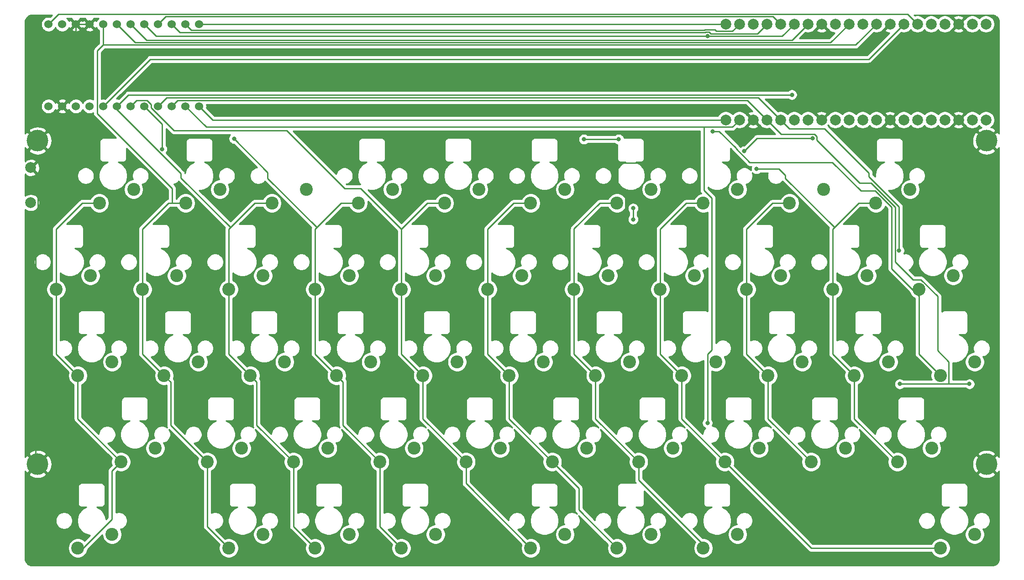
<source format=gbr>
%TF.GenerationSoftware,KiCad,Pcbnew,(5.1.9)-1*%
%TF.CreationDate,2021-02-12T02:56:52+09:00*%
%TF.ProjectId,yuiop50d,7975696f-7035-4306-942e-6b696361645f,rev?*%
%TF.SameCoordinates,Original*%
%TF.FileFunction,Copper,L1,Top*%
%TF.FilePolarity,Positive*%
%FSLAX46Y46*%
G04 Gerber Fmt 4.6, Leading zero omitted, Abs format (unit mm)*
G04 Created by KiCad (PCBNEW (5.1.9)-1) date 2021-02-12 02:56:52*
%MOMM*%
%LPD*%
G01*
G04 APERTURE LIST*
%TA.AperFunction,ComponentPad*%
%ADD10C,2.000000*%
%TD*%
%TA.AperFunction,ComponentPad*%
%ADD11C,4.000000*%
%TD*%
%TA.AperFunction,ComponentPad*%
%ADD12C,2.400000*%
%TD*%
%TA.AperFunction,ComponentPad*%
%ADD13C,1.524000*%
%TD*%
%TA.AperFunction,ViaPad*%
%ADD14C,0.800000*%
%TD*%
%TA.AperFunction,Conductor*%
%ADD15C,0.250000*%
%TD*%
%TA.AperFunction,Conductor*%
%ADD16C,0.254000*%
%TD*%
%TA.AperFunction,Conductor*%
%ADD17C,0.100000*%
%TD*%
G04 APERTURE END LIST*
D10*
%TO.P,U2,33*%
%TO.N,GND*%
X211100000Y-70140000D03*
%TO.P,U2,35*%
%TO.N,Net-(U2-Pad35)*%
X216180000Y-70140000D03*
%TO.P,U2,34*%
%TO.N,Net-(U2-Pad34)*%
X213640000Y-70140000D03*
%TO.P,U2,36*%
%TO.N,VCC*%
X218720000Y-70140000D03*
%TO.P,U2,39*%
%TO.N,Net-(U2-Pad39)*%
X226340000Y-70140000D03*
%TO.P,U2,40*%
%TO.N,Net-(U2-Pad40)*%
X228880000Y-70140000D03*
%TO.P,U2,38*%
%TO.N,GND*%
X223800000Y-70140000D03*
%TO.P,U2,37*%
%TO.N,Net-(U2-Pad37)*%
X221260000Y-70140000D03*
%TO.P,U2,11*%
%TO.N,/COL4*%
X203480000Y-52360000D03*
%TO.P,U2,18*%
%TO.N,GND*%
X185700000Y-52360000D03*
%TO.P,U2,2*%
%TO.N,Net-(U2-Pad2)*%
X226340000Y-52360000D03*
%TO.P,U2,20*%
%TO.N,/COL11*%
X180620000Y-52360000D03*
%TO.P,U2,21*%
%TO.N,/ROW5*%
X180620000Y-70140000D03*
%TO.P,U2,22*%
%TO.N,/ROW4*%
X183160000Y-70140000D03*
%TO.P,U2,3*%
%TO.N,GND*%
X223800000Y-52360000D03*
%TO.P,U2,15*%
%TO.N,/COL7*%
X193320000Y-52360000D03*
%TO.P,U2,23*%
%TO.N,GND*%
X185700000Y-70140000D03*
%TO.P,U2,24*%
%TO.N,/ROW3*%
X188240000Y-70140000D03*
%TO.P,U2,5*%
%TO.N,Net-(U2-Pad5)*%
X218720000Y-52360000D03*
%TO.P,U2,19*%
%TO.N,/COL10*%
X183160000Y-52360000D03*
%TO.P,U2,4*%
%TO.N,Net-(U2-Pad4)*%
X221260000Y-52360000D03*
%TO.P,U2,7*%
%TO.N,/COL1*%
X213640000Y-52360000D03*
%TO.P,U2,1*%
%TO.N,Net-(U2-Pad1)*%
X228880000Y-52360000D03*
%TO.P,U2,10*%
%TO.N,/COL3*%
X206020000Y-52360000D03*
%TO.P,U2,12*%
%TO.N,/COL5*%
X200940000Y-52360000D03*
%TO.P,U2,6*%
%TO.N,/LED*%
X216180000Y-52360000D03*
%TO.P,U2,13*%
%TO.N,GND*%
X198400000Y-52360000D03*
%TO.P,U2,9*%
%TO.N,/COL2*%
X208560000Y-52360000D03*
%TO.P,U2,14*%
%TO.N,/COL6*%
X195860000Y-52360000D03*
%TO.P,U2,8*%
%TO.N,GND*%
X211100000Y-52360000D03*
%TO.P,U2,17*%
%TO.N,/COL9*%
X188240000Y-52360000D03*
%TO.P,U2,16*%
%TO.N,/COL8*%
X190780000Y-52360000D03*
%TO.P,U2,32*%
%TO.N,Net-(U2-Pad32)*%
X208560000Y-70140000D03*
%TO.P,U2,26*%
%TO.N,/ROW1*%
X193320000Y-70140000D03*
%TO.P,U2,30*%
%TO.N,Net-(U2-Pad30)*%
X203480000Y-70140000D03*
%TO.P,U2,25*%
%TO.N,/ROW2*%
X190780000Y-70140000D03*
%TO.P,U2,31*%
%TO.N,Net-(U2-Pad31)*%
X206020000Y-70140000D03*
%TO.P,U2,29*%
%TO.N,Net-(U2-Pad29)*%
X200940000Y-70140000D03*
%TO.P,U2,27*%
%TO.N,Net-(U2-Pad27)*%
X195860000Y-70140000D03*
%TO.P,U2,28*%
%TO.N,GND*%
X198400000Y-70140000D03*
%TD*%
%TO.P,SW_RST1,2*%
%TO.N,GND*%
X51750000Y-79000000D03*
%TO.P,SW_RST1,1*%
%TO.N,/RST*%
X51750000Y-85500000D03*
%TD*%
D11*
%TO.P,HOLE4,*%
%TO.N,GND*%
X229000000Y-134000000D03*
%TD*%
%TO.P,HOLE3,*%
%TO.N,GND*%
X53000000Y-134000000D03*
%TD*%
%TO.P,HOLE2,*%
%TO.N,GND*%
X229000000Y-74000000D03*
%TD*%
%TO.P,HOLE1,*%
%TO.N,GND*%
X53000000Y-74000000D03*
%TD*%
D12*
%TO.P,SW1,2*%
%TO.N,Net-(D1-Pad2)*%
X70810000Y-83040000D03*
%TO.P,SW1,1*%
%TO.N,/COL1*%
X64460000Y-85580000D03*
%TD*%
%TO.P,SW2,2*%
%TO.N,Net-(D2-Pad2)*%
X86810000Y-83040000D03*
%TO.P,SW2,1*%
%TO.N,/COL2*%
X80460000Y-85580000D03*
%TD*%
%TO.P,SW3,2*%
%TO.N,Net-(D3-Pad2)*%
X102810000Y-83040000D03*
%TO.P,SW3,1*%
%TO.N,/COL3*%
X96460000Y-85580000D03*
%TD*%
%TO.P,SW4,2*%
%TO.N,Net-(D4-Pad2)*%
X118810000Y-83040000D03*
%TO.P,SW4,1*%
%TO.N,/COL4*%
X112460000Y-85580000D03*
%TD*%
%TO.P,SW5,1*%
%TO.N,/COL5*%
X128460000Y-85580000D03*
%TO.P,SW5,2*%
%TO.N,Net-(D5-Pad2)*%
X134810000Y-83040000D03*
%TD*%
%TO.P,SW6,1*%
%TO.N,/COL6*%
X144460000Y-85580000D03*
%TO.P,SW6,2*%
%TO.N,Net-(D6-Pad2)*%
X150810000Y-83040000D03*
%TD*%
%TO.P,SW7,2*%
%TO.N,Net-(D7-Pad2)*%
X166810000Y-83040000D03*
%TO.P,SW7,1*%
%TO.N,/COL7*%
X160460000Y-85580000D03*
%TD*%
%TO.P,SW8,1*%
%TO.N,/COL8*%
X176460000Y-85580000D03*
%TO.P,SW8,2*%
%TO.N,Net-(D8-Pad2)*%
X182810000Y-83040000D03*
%TD*%
%TO.P,SW9,1*%
%TO.N,/COL9*%
X192460000Y-85580000D03*
%TO.P,SW9,2*%
%TO.N,Net-(D9-Pad2)*%
X198810000Y-83040000D03*
%TD*%
%TO.P,SW10,1*%
%TO.N,/COL10*%
X208460000Y-85580000D03*
%TO.P,SW10,2*%
%TO.N,Net-(D10-Pad2)*%
X214810000Y-83040000D03*
%TD*%
%TO.P,SW11,1*%
%TO.N,/COL1*%
X56460000Y-101580000D03*
%TO.P,SW11,2*%
%TO.N,Net-(D11-Pad2)*%
X62810000Y-99040000D03*
%TD*%
%TO.P,SW12,1*%
%TO.N,/COL2*%
X72460000Y-101580000D03*
%TO.P,SW12,2*%
%TO.N,Net-(D12-Pad2)*%
X78810000Y-99040000D03*
%TD*%
%TO.P,SW13,2*%
%TO.N,Net-(D13-Pad2)*%
X94810000Y-99040000D03*
%TO.P,SW13,1*%
%TO.N,/COL3*%
X88460000Y-101580000D03*
%TD*%
%TO.P,SW14,2*%
%TO.N,Net-(D14-Pad2)*%
X110810000Y-99040000D03*
%TO.P,SW14,1*%
%TO.N,/COL4*%
X104460000Y-101580000D03*
%TD*%
%TO.P,SW15,1*%
%TO.N,/COL5*%
X120460000Y-101580000D03*
%TO.P,SW15,2*%
%TO.N,Net-(D15-Pad2)*%
X126810000Y-99040000D03*
%TD*%
%TO.P,SW16,1*%
%TO.N,/COL6*%
X136460000Y-101580000D03*
%TO.P,SW16,2*%
%TO.N,Net-(D16-Pad2)*%
X142810000Y-99040000D03*
%TD*%
%TO.P,SW17,1*%
%TO.N,/COL7*%
X152460000Y-101580000D03*
%TO.P,SW17,2*%
%TO.N,Net-(D17-Pad2)*%
X158810000Y-99040000D03*
%TD*%
%TO.P,SW18,2*%
%TO.N,Net-(D18-Pad2)*%
X174810000Y-99040000D03*
%TO.P,SW18,1*%
%TO.N,/COL8*%
X168460000Y-101580000D03*
%TD*%
%TO.P,SW19,2*%
%TO.N,Net-(D19-Pad2)*%
X190810000Y-99040000D03*
%TO.P,SW19,1*%
%TO.N,/COL9*%
X184460000Y-101580000D03*
%TD*%
%TO.P,SW20,1*%
%TO.N,/COL10*%
X200460000Y-101580000D03*
%TO.P,SW20,2*%
%TO.N,Net-(D20-Pad2)*%
X206810000Y-99040000D03*
%TD*%
%TO.P,SW21,2*%
%TO.N,Net-(D21-Pad2)*%
X222810000Y-99040000D03*
%TO.P,SW21,1*%
%TO.N,/COL11*%
X216460000Y-101580000D03*
%TD*%
%TO.P,SW22,2*%
%TO.N,Net-(D22-Pad2)*%
X66810000Y-115040000D03*
%TO.P,SW22,1*%
%TO.N,/COL1*%
X60460000Y-117580000D03*
%TD*%
%TO.P,SW23,1*%
%TO.N,/COL2*%
X76460000Y-117580000D03*
%TO.P,SW23,2*%
%TO.N,Net-(D23-Pad2)*%
X82810000Y-115040000D03*
%TD*%
%TO.P,SW24,1*%
%TO.N,/COL3*%
X92460000Y-117580000D03*
%TO.P,SW24,2*%
%TO.N,Net-(D24-Pad2)*%
X98810000Y-115040000D03*
%TD*%
%TO.P,SW25,2*%
%TO.N,Net-(D25-Pad2)*%
X114810000Y-115040000D03*
%TO.P,SW25,1*%
%TO.N,/COL4*%
X108460000Y-117580000D03*
%TD*%
%TO.P,SW26,2*%
%TO.N,Net-(D26-Pad2)*%
X130810000Y-115040000D03*
%TO.P,SW26,1*%
%TO.N,/COL5*%
X124460000Y-117580000D03*
%TD*%
%TO.P,SW27,1*%
%TO.N,/COL6*%
X140460000Y-117580000D03*
%TO.P,SW27,2*%
%TO.N,Net-(D27-Pad2)*%
X146810000Y-115040000D03*
%TD*%
%TO.P,SW28,2*%
%TO.N,Net-(D28-Pad2)*%
X162810000Y-115040000D03*
%TO.P,SW28,1*%
%TO.N,/COL7*%
X156460000Y-117580000D03*
%TD*%
%TO.P,SW29,2*%
%TO.N,Net-(D29-Pad2)*%
X178810000Y-115040000D03*
%TO.P,SW29,1*%
%TO.N,/COL8*%
X172460000Y-117580000D03*
%TD*%
%TO.P,SW30,1*%
%TO.N,/COL9*%
X188460000Y-117580000D03*
%TO.P,SW30,2*%
%TO.N,Net-(D30-Pad2)*%
X194810000Y-115040000D03*
%TD*%
%TO.P,SW31,1*%
%TO.N,/COL10*%
X204460000Y-117580000D03*
%TO.P,SW31,2*%
%TO.N,Net-(D31-Pad2)*%
X210810000Y-115040000D03*
%TD*%
%TO.P,SW32,2*%
%TO.N,Net-(D32-Pad2)*%
X226810000Y-115040000D03*
%TO.P,SW32,1*%
%TO.N,/COL11*%
X220460000Y-117580000D03*
%TD*%
%TO.P,SW33,1*%
%TO.N,/COL1*%
X68460000Y-133580000D03*
%TO.P,SW33,2*%
%TO.N,Net-(D33-Pad2)*%
X74810000Y-131040000D03*
%TD*%
%TO.P,SW34,2*%
%TO.N,Net-(D34-Pad2)*%
X90810000Y-131040000D03*
%TO.P,SW34,1*%
%TO.N,/COL2*%
X84460000Y-133580000D03*
%TD*%
%TO.P,SW35,1*%
%TO.N,/COL3*%
X100460000Y-133580000D03*
%TO.P,SW35,2*%
%TO.N,Net-(D35-Pad2)*%
X106810000Y-131040000D03*
%TD*%
%TO.P,SW36,2*%
%TO.N,Net-(D36-Pad2)*%
X122810000Y-131040000D03*
%TO.P,SW36,1*%
%TO.N,/COL4*%
X116460000Y-133580000D03*
%TD*%
%TO.P,SW37,1*%
%TO.N,/COL5*%
X132460000Y-133580000D03*
%TO.P,SW37,2*%
%TO.N,Net-(D37-Pad2)*%
X138810000Y-131040000D03*
%TD*%
%TO.P,SW38,1*%
%TO.N,/COL6*%
X148460000Y-133580000D03*
%TO.P,SW38,2*%
%TO.N,Net-(D38-Pad2)*%
X154810000Y-131040000D03*
%TD*%
%TO.P,SW39,2*%
%TO.N,Net-(D39-Pad2)*%
X170810000Y-131040000D03*
%TO.P,SW39,1*%
%TO.N,/COL7*%
X164460000Y-133580000D03*
%TD*%
%TO.P,SW40,2*%
%TO.N,Net-(D40-Pad2)*%
X186810000Y-131040000D03*
%TO.P,SW40,1*%
%TO.N,/COL8*%
X180460000Y-133580000D03*
%TD*%
%TO.P,SW41,1*%
%TO.N,/COL9*%
X196460000Y-133580000D03*
%TO.P,SW41,2*%
%TO.N,Net-(D41-Pad2)*%
X202810000Y-131040000D03*
%TD*%
%TO.P,SW42,2*%
%TO.N,Net-(D42-Pad2)*%
X218810000Y-131040000D03*
%TO.P,SW42,1*%
%TO.N,/COL10*%
X212460000Y-133580000D03*
%TD*%
%TO.P,SW43,1*%
%TO.N,/COL1*%
X60460000Y-149580000D03*
%TO.P,SW43,2*%
%TO.N,Net-(D43-Pad2)*%
X66810000Y-147040000D03*
%TD*%
%TO.P,SW44,1*%
%TO.N,/COL2*%
X88460000Y-149580000D03*
%TO.P,SW44,2*%
%TO.N,Net-(D44-Pad2)*%
X94810000Y-147040000D03*
%TD*%
%TO.P,SW45,2*%
%TO.N,Net-(D45-Pad2)*%
X110810000Y-147040000D03*
%TO.P,SW45,1*%
%TO.N,/COL3*%
X104460000Y-149580000D03*
%TD*%
%TO.P,SW46,1*%
%TO.N,/COL4*%
X120460000Y-149580000D03*
%TO.P,SW46,2*%
%TO.N,Net-(D46-Pad2)*%
X126810000Y-147040000D03*
%TD*%
%TO.P,SW47,2*%
%TO.N,Net-(D47-Pad2)*%
X150810000Y-147040000D03*
%TO.P,SW47,1*%
%TO.N,/COL5*%
X144460000Y-149580000D03*
%TD*%
%TO.P,SW48,1*%
%TO.N,/COL6*%
X160460000Y-149580000D03*
%TO.P,SW48,2*%
%TO.N,Net-(D48-Pad2)*%
X166810000Y-147040000D03*
%TD*%
%TO.P,SW49,2*%
%TO.N,Net-(D49-Pad2)*%
X182810000Y-147040000D03*
%TO.P,SW49,1*%
%TO.N,/COL7*%
X176460000Y-149580000D03*
%TD*%
%TO.P,SW50,2*%
%TO.N,Net-(D50-Pad2)*%
X226810000Y-147040000D03*
%TO.P,SW50,1*%
%TO.N,/COL8*%
X220460000Y-149580000D03*
%TD*%
D13*
%TO.P,U1,1*%
%TO.N,/LED*%
X55022000Y-52388600D03*
%TO.P,U1,2*%
%TO.N,Net-(U1-Pad2)*%
X57562000Y-52388600D03*
%TO.P,U1,3*%
%TO.N,GND*%
X60102000Y-52388600D03*
%TO.P,U1,4*%
X62642000Y-52388600D03*
%TO.P,U1,5*%
%TO.N,/COL2*%
X65182000Y-52388600D03*
%TO.P,U1,6*%
%TO.N,/COL4*%
X67722000Y-52388600D03*
%TO.P,U1,7*%
%TO.N,/COL6*%
X70262000Y-52388600D03*
%TO.P,U1,8*%
%TO.N,/COL7*%
X72802000Y-52388600D03*
%TO.P,U1,9*%
%TO.N,/COL8*%
X75342000Y-52388600D03*
%TO.P,U1,10*%
%TO.N,/COL9*%
X77882000Y-52388600D03*
%TO.P,U1,11*%
%TO.N,/COL10*%
X80422000Y-52388600D03*
%TO.P,U1,12*%
%TO.N,/COL11*%
X82962000Y-52388600D03*
%TO.P,U1,13*%
%TO.N,/ROW5*%
X82962000Y-67608600D03*
%TO.P,U1,14*%
%TO.N,/ROW4*%
X80422000Y-67608600D03*
%TO.P,U1,15*%
%TO.N,/ROW3*%
X77882000Y-67608600D03*
%TO.P,U1,16*%
%TO.N,/ROW2*%
X75342000Y-67608600D03*
%TO.P,U1,17*%
%TO.N,/ROW1*%
X72802000Y-67608600D03*
%TO.P,U1,18*%
%TO.N,/COL5*%
X70262000Y-67608600D03*
%TO.P,U1,19*%
%TO.N,/COL3*%
X67722000Y-67608600D03*
%TO.P,U1,20*%
%TO.N,/COL1*%
X65182000Y-67608600D03*
%TO.P,U1,21*%
%TO.N,VCC*%
X62642000Y-67608600D03*
%TO.P,U1,22*%
%TO.N,/RST*%
X60102000Y-67608600D03*
%TO.P,U1,23*%
%TO.N,GND*%
X57562000Y-67608600D03*
%TO.P,U1,24*%
%TO.N,Net-(U1-Pad24)*%
X55022000Y-67608600D03*
%TD*%
D14*
%TO.N,/ROW1*%
X76087800Y-75554900D03*
%TO.N,/ROW2*%
X212781100Y-94375800D03*
%TO.N,/ROW3*%
X212898500Y-119138600D03*
X225817800Y-119138600D03*
%TO.N,/ROW4*%
X177238200Y-126360100D03*
%TO.N,GND*%
X167227800Y-76520400D03*
X159702600Y-92656200D03*
X151210200Y-75858100D03*
X172500000Y-68500000D03*
X181000000Y-57500000D03*
X175000000Y-125000000D03*
X167000000Y-112500000D03*
%TO.N,VCC*%
X163451300Y-88592000D03*
X163451300Y-86534600D03*
%TO.N,Net-(LED6-Pad2)*%
X160772200Y-73729700D03*
X154328300Y-73729700D03*
%TO.N,Net-(LED8-Pad2)*%
X196745500Y-73537800D03*
X184040500Y-75933300D03*
%TO.N,/COL3*%
X192899800Y-65480200D03*
%TO.N,/COL4*%
X89441900Y-73618600D03*
%TO.N,/COL7*%
X177235600Y-54578400D03*
%TO.N,/COL10*%
X186315100Y-79224600D03*
%TO.N,/COL11*%
X178196400Y-72238500D03*
%TD*%
D15*
%TO.N,/ROW1*%
X72802000Y-67608600D02*
X76087800Y-70894400D01*
X76087800Y-70894400D02*
X76087800Y-75554900D01*
%TO.N,/ROW2*%
X212781100Y-94375800D02*
X212781100Y-86242700D01*
X212781100Y-86242700D02*
X207195400Y-80657000D01*
X207195400Y-80657000D02*
X207195400Y-79964700D01*
X207195400Y-79964700D02*
X198985500Y-71754800D01*
X198985500Y-71754800D02*
X192394800Y-71754800D01*
X192394800Y-71754800D02*
X190780000Y-70140000D01*
X75342000Y-67608600D02*
X76897400Y-66053200D01*
X76897400Y-66053200D02*
X186693200Y-66053200D01*
X186693200Y-66053200D02*
X190780000Y-70140000D01*
%TO.N,/ROW3*%
X221996000Y-119105200D02*
X221996000Y-115016100D01*
X221996000Y-115016100D02*
X219912700Y-112932800D01*
X219912700Y-112932800D02*
X219912700Y-102867700D01*
X219912700Y-102867700D02*
X216847000Y-99802000D01*
X216847000Y-99802000D02*
X215376600Y-99802000D01*
X215376600Y-99802000D02*
X212055700Y-96481100D01*
X212055700Y-96481100D02*
X212055700Y-86347300D01*
X212055700Y-86347300D02*
X207593100Y-81884700D01*
X207593100Y-81884700D02*
X205464100Y-81884700D01*
X205464100Y-81884700D02*
X197470800Y-73891400D01*
X197470800Y-73891400D02*
X197470800Y-73237300D01*
X197470800Y-73237300D02*
X197046000Y-72812500D01*
X197046000Y-72812500D02*
X190912500Y-72812500D01*
X190912500Y-72812500D02*
X188240000Y-70140000D01*
X77882000Y-67608600D02*
X78987000Y-66503600D01*
X78987000Y-66503600D02*
X184603600Y-66503600D01*
X184603600Y-66503600D02*
X188240000Y-70140000D01*
X221996000Y-119105200D02*
X221962600Y-119138600D01*
X221962600Y-119138600D02*
X212898500Y-119138600D01*
X221996000Y-119105200D02*
X222029400Y-119138600D01*
X222029400Y-119138600D02*
X225817800Y-119138600D01*
%TO.N,/ROW4*%
X176571200Y-71473000D02*
X84286400Y-71473000D01*
X84286400Y-71473000D02*
X80422000Y-67608600D01*
X183160000Y-70140000D02*
X181827000Y-71473000D01*
X181827000Y-71473000D02*
X176571200Y-71473000D01*
X176571200Y-71473000D02*
X176571200Y-83159300D01*
X176571200Y-83159300D02*
X178025800Y-84613900D01*
X178025800Y-84613900D02*
X178025800Y-112833600D01*
X178025800Y-112833600D02*
X177238200Y-113621200D01*
X177238200Y-113621200D02*
X177238200Y-126360100D01*
%TO.N,/ROW5*%
X180620000Y-70140000D02*
X85493400Y-70140000D01*
X85493400Y-70140000D02*
X82962000Y-67608600D01*
%TO.N,GND*%
X160564300Y-78124800D02*
X160564500Y-78124600D01*
X160564500Y-78124600D02*
X165623600Y-78124600D01*
X165623600Y-78124600D02*
X167227800Y-76520400D01*
X160564300Y-78124800D02*
X158297600Y-75858100D01*
X158297600Y-75858100D02*
X151210200Y-75858100D01*
X159702600Y-92656200D02*
X162003700Y-90355100D01*
X162003700Y-90355100D02*
X162003700Y-83820300D01*
X162003700Y-83820300D02*
X160564300Y-82380900D01*
X160564300Y-82380900D02*
X160564300Y-78124800D01*
X57562000Y-67608600D02*
X60102000Y-65068600D01*
X60102000Y-65068600D02*
X60102000Y-52388600D01*
X51750000Y-79000000D02*
X53089800Y-80339800D01*
X53089800Y-80339800D02*
X53089800Y-94198300D01*
X53089800Y-94198300D02*
X52627700Y-94660400D01*
X52627700Y-94660400D02*
X52627700Y-133627700D01*
X52627700Y-133627700D02*
X53000000Y-134000000D01*
X62642000Y-52388600D02*
X60102000Y-52388600D01*
%TO.N,/LED*%
X55022000Y-52388600D02*
X56884900Y-50525700D01*
X56884900Y-50525700D02*
X214345700Y-50525700D01*
X214345700Y-50525700D02*
X216180000Y-52360000D01*
%TO.N,VCC*%
X163451300Y-86534600D02*
X163451300Y-88592000D01*
%TO.N,Net-(LED6-Pad2)*%
X154328300Y-73729700D02*
X160772200Y-73729700D01*
%TO.N,Net-(LED8-Pad2)*%
X184040500Y-75933300D02*
X186436000Y-73537800D01*
X186436000Y-73537800D02*
X196745500Y-73537800D01*
%TO.N,/COL1*%
X65182000Y-67608600D02*
X73922600Y-58868000D01*
X73922600Y-58868000D02*
X207132000Y-58868000D01*
X207132000Y-58868000D02*
X213640000Y-52360000D01*
X68460000Y-133580000D02*
X66805000Y-135235000D01*
X66805000Y-135235000D02*
X66805000Y-144210000D01*
X66805000Y-144210000D02*
X61435000Y-149580000D01*
X61435000Y-149580000D02*
X60460000Y-149580000D01*
X60460000Y-117580000D02*
X60460000Y-125580000D01*
X60460000Y-125580000D02*
X68460000Y-133580000D01*
X56460000Y-101580000D02*
X56460000Y-113580000D01*
X56460000Y-113580000D02*
X60460000Y-117580000D01*
X64460000Y-85580000D02*
X61265500Y-85580000D01*
X61265500Y-85580000D02*
X56460000Y-90385500D01*
X56460000Y-90385500D02*
X56460000Y-101580000D01*
%TO.N,/COL2*%
X65182000Y-56211600D02*
X64093300Y-57300300D01*
X64093300Y-57300300D02*
X64093300Y-68961800D01*
X64093300Y-68961800D02*
X77955400Y-82823900D01*
X77955400Y-82823900D02*
X77955400Y-85580000D01*
X65182000Y-52388600D02*
X65182000Y-56211600D01*
X65182000Y-56211600D02*
X204708400Y-56211600D01*
X204708400Y-56211600D02*
X208560000Y-52360000D01*
X77955400Y-85580000D02*
X77265500Y-85580000D01*
X77265500Y-85580000D02*
X72460000Y-90385500D01*
X72460000Y-90385500D02*
X72460000Y-101580000D01*
X80460000Y-85580000D02*
X77955400Y-85580000D01*
X84460000Y-133580000D02*
X84460000Y-145580000D01*
X84460000Y-145580000D02*
X88460000Y-149580000D01*
X76460000Y-117580000D02*
X77660000Y-118780000D01*
X77660000Y-118780000D02*
X77660000Y-126780000D01*
X77660000Y-126780000D02*
X84460000Y-133580000D01*
X72460000Y-101580000D02*
X72460000Y-113580000D01*
X72460000Y-113580000D02*
X76460000Y-117580000D01*
%TO.N,/COL3*%
X67722000Y-67608600D02*
X67722000Y-68214800D01*
X67722000Y-68214800D02*
X79590100Y-80082900D01*
X79590100Y-80082900D02*
X79590100Y-80875600D01*
X79590100Y-80875600D02*
X88780000Y-90065500D01*
X88780000Y-90065500D02*
X88460000Y-90385500D01*
X88460000Y-90385500D02*
X88460000Y-101580000D01*
X96460000Y-85580000D02*
X93265500Y-85580000D01*
X93265500Y-85580000D02*
X88780000Y-90065500D01*
X192899800Y-65480200D02*
X69850400Y-65480200D01*
X69850400Y-65480200D02*
X67722000Y-67608600D01*
X100460000Y-133580000D02*
X100460000Y-145580000D01*
X100460000Y-145580000D02*
X104460000Y-149580000D01*
X92460000Y-117580000D02*
X93660000Y-118780000D01*
X93660000Y-118780000D02*
X93660000Y-126780000D01*
X93660000Y-126780000D02*
X100460000Y-133580000D01*
X88460000Y-101580000D02*
X88460000Y-113580000D01*
X88460000Y-113580000D02*
X92460000Y-117580000D01*
%TO.N,/COL4*%
X67722000Y-52388600D02*
X71092700Y-55759300D01*
X71092700Y-55759300D02*
X200080700Y-55759300D01*
X200080700Y-55759300D02*
X203480000Y-52360000D01*
X104780000Y-90065600D02*
X95682300Y-80967900D01*
X95682300Y-80967900D02*
X95682300Y-79859000D01*
X95682300Y-79859000D02*
X89441900Y-73618600D01*
X112460000Y-85580000D02*
X109266000Y-85580000D01*
X109266000Y-85580000D02*
X104780000Y-90065600D01*
X104780000Y-90065600D02*
X104460000Y-90385500D01*
X104460000Y-90385500D02*
X104460000Y-101580000D01*
X116460000Y-133580000D02*
X116460000Y-145580000D01*
X116460000Y-145580000D02*
X120460000Y-149580000D01*
X108460000Y-117580000D02*
X109660000Y-118780000D01*
X109660000Y-118780000D02*
X109660000Y-126780000D01*
X109660000Y-126780000D02*
X116460000Y-133580000D01*
X104460000Y-101580000D02*
X104460000Y-113580000D01*
X104460000Y-113580000D02*
X108460000Y-117580000D01*
%TO.N,/COL5*%
X120460000Y-90385500D02*
X112949900Y-82875400D01*
X112949900Y-82875400D02*
X109983000Y-82875400D01*
X109983000Y-82875400D02*
X99225600Y-72118000D01*
X99225600Y-72118000D02*
X78287700Y-72118000D01*
X78287700Y-72118000D02*
X74072000Y-67902300D01*
X74072000Y-67902300D02*
X74072000Y-67266400D01*
X74072000Y-67266400D02*
X73302200Y-66496600D01*
X73302200Y-66496600D02*
X71374000Y-66496600D01*
X71374000Y-66496600D02*
X70262000Y-67608600D01*
X120460000Y-90385500D02*
X120460000Y-101580000D01*
X128460000Y-85580000D02*
X125266000Y-85580000D01*
X125266000Y-85580000D02*
X120460000Y-90385500D01*
X132460000Y-133580000D02*
X132460000Y-137580000D01*
X132460000Y-137580000D02*
X144460000Y-149580000D01*
X124460000Y-117580000D02*
X124460000Y-125580000D01*
X124460000Y-125580000D02*
X132460000Y-133580000D01*
X120460000Y-101580000D02*
X120460000Y-113580000D01*
X120460000Y-113580000D02*
X124460000Y-117580000D01*
%TO.N,/COL6*%
X195860000Y-52360000D02*
X192915500Y-55304500D01*
X192915500Y-55304500D02*
X73177900Y-55304500D01*
X73177900Y-55304500D02*
X70262000Y-52388600D01*
X148460000Y-133580000D02*
X153355000Y-138475000D01*
X153355000Y-138475000D02*
X153355000Y-142475000D01*
X153355000Y-142475000D02*
X160460000Y-149580000D01*
X140460000Y-117580000D02*
X140460000Y-125580000D01*
X140460000Y-125580000D02*
X148460000Y-133580000D01*
X136460000Y-101580000D02*
X136460000Y-113580000D01*
X136460000Y-113580000D02*
X140460000Y-117580000D01*
X144460000Y-85580000D02*
X141266000Y-85580000D01*
X141266000Y-85580000D02*
X136460000Y-90385500D01*
X136460000Y-90385500D02*
X136460000Y-101580000D01*
%TO.N,/COL7*%
X72802000Y-52388600D02*
X74991800Y-54578400D01*
X74991800Y-54578400D02*
X177235600Y-54578400D01*
X177235600Y-54578400D02*
X177243600Y-54586400D01*
X177243600Y-54586400D02*
X191093600Y-54586400D01*
X191093600Y-54586400D02*
X193320000Y-52360000D01*
X164460000Y-133580000D02*
X164460000Y-136927000D01*
X164460000Y-136927000D02*
X176460000Y-148927000D01*
X176460000Y-148927000D02*
X176460000Y-149580000D01*
X156460000Y-117580000D02*
X156460000Y-125580000D01*
X156460000Y-125580000D02*
X164460000Y-133580000D01*
X152460000Y-101580000D02*
X152460000Y-113580000D01*
X152460000Y-113580000D02*
X156460000Y-117580000D01*
X160460000Y-85580000D02*
X157266000Y-85580000D01*
X157266000Y-85580000D02*
X152500000Y-90345500D01*
X152500000Y-90345500D02*
X152500000Y-101540000D01*
X152500000Y-101540000D02*
X152460000Y-101580000D01*
%TO.N,/COL8*%
X190780000Y-52360000D02*
X189399300Y-50979300D01*
X189399300Y-50979300D02*
X76751300Y-50979300D01*
X76751300Y-50979300D02*
X75342000Y-52388600D01*
X176460000Y-85580000D02*
X173266000Y-85580000D01*
X173266000Y-85580000D02*
X168460000Y-90385500D01*
X168460000Y-90385500D02*
X168460000Y-101580000D01*
X180460000Y-133580000D02*
X196460000Y-149580000D01*
X196460000Y-149580000D02*
X220460000Y-149580000D01*
X172460000Y-117580000D02*
X172460000Y-125580000D01*
X172460000Y-125580000D02*
X180460000Y-133580000D01*
X168460000Y-101580000D02*
X168460000Y-113580000D01*
X168460000Y-113580000D02*
X172460000Y-117580000D01*
%TO.N,/COL9*%
X188240000Y-52360000D02*
X186464000Y-54136000D01*
X186464000Y-54136000D02*
X177819000Y-54136000D01*
X177819000Y-54136000D02*
X177536100Y-53853100D01*
X177536100Y-53853100D02*
X176935200Y-53853100D01*
X176935200Y-53853100D02*
X176849600Y-53938700D01*
X176849600Y-53938700D02*
X79432100Y-53938700D01*
X79432100Y-53938700D02*
X77882000Y-52388600D01*
X188460000Y-117580000D02*
X188460000Y-125580000D01*
X188460000Y-125580000D02*
X196460000Y-133580000D01*
X184460000Y-101580000D02*
X184460000Y-113580000D01*
X184460000Y-113580000D02*
X188460000Y-117580000D01*
X192460000Y-85580000D02*
X189266000Y-85580000D01*
X189266000Y-85580000D02*
X184460000Y-90385500D01*
X184460000Y-90385500D02*
X184460000Y-101580000D01*
%TO.N,/COL10*%
X200780000Y-90065600D02*
X191682300Y-80967900D01*
X191682300Y-80967900D02*
X191682300Y-80423000D01*
X191682300Y-80423000D02*
X190483900Y-79224600D01*
X190483900Y-79224600D02*
X186315100Y-79224600D01*
X208460000Y-85580000D02*
X205266000Y-85580000D01*
X205266000Y-85580000D02*
X200780000Y-90065600D01*
X200780000Y-90065600D02*
X200460000Y-90385500D01*
X200460000Y-90385500D02*
X200460000Y-101580000D01*
X183160000Y-52360000D02*
X181834300Y-53685700D01*
X181834300Y-53685700D02*
X178885500Y-53685700D01*
X178885500Y-53685700D02*
X178602600Y-53402800D01*
X178602600Y-53402800D02*
X176748600Y-53402800D01*
X176748600Y-53402800D02*
X176663000Y-53488400D01*
X176663000Y-53488400D02*
X81521800Y-53488400D01*
X81521800Y-53488400D02*
X80422000Y-52388600D01*
X204460000Y-117580000D02*
X204460000Y-125580000D01*
X204460000Y-125580000D02*
X212460000Y-133580000D01*
X200460000Y-101580000D02*
X200460000Y-113580000D01*
X200460000Y-113580000D02*
X204460000Y-117580000D01*
%TO.N,/COL11*%
X216460000Y-102808200D02*
X211380400Y-97728600D01*
X211380400Y-97728600D02*
X211380400Y-86308900D01*
X211380400Y-86308900D02*
X208372900Y-83301400D01*
X208372900Y-83301400D02*
X205689900Y-83301400D01*
X205689900Y-83301400D02*
X200416100Y-78027600D01*
X200416100Y-78027600D02*
X185097200Y-78027600D01*
X185097200Y-78027600D02*
X182491300Y-75421700D01*
X182491300Y-75421700D02*
X182491300Y-75324200D01*
X182491300Y-75324200D02*
X179405600Y-72238500D01*
X179405600Y-72238500D02*
X178196400Y-72238500D01*
X216460000Y-102808200D02*
X216460000Y-113580000D01*
X216460000Y-113580000D02*
X220460000Y-117580000D01*
X216460000Y-101580000D02*
X216460000Y-102808200D01*
X180620000Y-52360000D02*
X82990600Y-52360000D01*
X82990600Y-52360000D02*
X82962000Y-52388600D01*
%TD*%
D16*
%TO.N,GND*%
X55313570Y-51022228D02*
X55159592Y-50991600D01*
X54884408Y-50991600D01*
X54614510Y-51045286D01*
X54360273Y-51150595D01*
X54131465Y-51303480D01*
X53936880Y-51498065D01*
X53783995Y-51726873D01*
X53678686Y-51981110D01*
X53625000Y-52251008D01*
X53625000Y-52526192D01*
X53678686Y-52796090D01*
X53783995Y-53050327D01*
X53936880Y-53279135D01*
X54131465Y-53473720D01*
X54360273Y-53626605D01*
X54614510Y-53731914D01*
X54884408Y-53785600D01*
X55159592Y-53785600D01*
X55429490Y-53731914D01*
X55683727Y-53626605D01*
X55912535Y-53473720D01*
X56107120Y-53279135D01*
X56260005Y-53050327D01*
X56292000Y-52973085D01*
X56323995Y-53050327D01*
X56476880Y-53279135D01*
X56671465Y-53473720D01*
X56900273Y-53626605D01*
X57154510Y-53731914D01*
X57424408Y-53785600D01*
X57699592Y-53785600D01*
X57969490Y-53731914D01*
X58223727Y-53626605D01*
X58452535Y-53473720D01*
X58572090Y-53354165D01*
X59316040Y-53354165D01*
X59383020Y-53594256D01*
X59632048Y-53711356D01*
X59899135Y-53777623D01*
X60174017Y-53790510D01*
X60446133Y-53749522D01*
X60705023Y-53656236D01*
X60820980Y-53594256D01*
X60887960Y-53354165D01*
X61856040Y-53354165D01*
X61923020Y-53594256D01*
X62172048Y-53711356D01*
X62439135Y-53777623D01*
X62714017Y-53790510D01*
X62986133Y-53749522D01*
X63245023Y-53656236D01*
X63360980Y-53594256D01*
X63427960Y-53354165D01*
X62642000Y-52568205D01*
X61856040Y-53354165D01*
X60887960Y-53354165D01*
X60102000Y-52568205D01*
X59316040Y-53354165D01*
X58572090Y-53354165D01*
X58647120Y-53279135D01*
X58800005Y-53050327D01*
X58829692Y-52978657D01*
X58834364Y-52991623D01*
X58896344Y-53107580D01*
X59136435Y-53174560D01*
X59922395Y-52388600D01*
X60281605Y-52388600D01*
X61067565Y-53174560D01*
X61307656Y-53107580D01*
X61369079Y-52976956D01*
X61374364Y-52991623D01*
X61436344Y-53107580D01*
X61676435Y-53174560D01*
X62462395Y-52388600D01*
X61676435Y-51602640D01*
X61436344Y-51669620D01*
X61374921Y-51800244D01*
X61369636Y-51785577D01*
X61307656Y-51669620D01*
X61067565Y-51602640D01*
X60281605Y-52388600D01*
X59922395Y-52388600D01*
X59136435Y-51602640D01*
X58896344Y-51669620D01*
X58832515Y-51805360D01*
X58800005Y-51726873D01*
X58647120Y-51498065D01*
X58452535Y-51303480D01*
X58425925Y-51285700D01*
X59354353Y-51285700D01*
X59316040Y-51423035D01*
X60102000Y-52208995D01*
X60887960Y-51423035D01*
X60849647Y-51285700D01*
X61894353Y-51285700D01*
X61856040Y-51423035D01*
X62642000Y-52208995D01*
X63427960Y-51423035D01*
X63389647Y-51285700D01*
X64318075Y-51285700D01*
X64291465Y-51303480D01*
X64096880Y-51498065D01*
X63943995Y-51726873D01*
X63914308Y-51798543D01*
X63909636Y-51785577D01*
X63847656Y-51669620D01*
X63607565Y-51602640D01*
X62821605Y-52388600D01*
X63607565Y-53174560D01*
X63847656Y-53107580D01*
X63911485Y-52971840D01*
X63943995Y-53050327D01*
X64096880Y-53279135D01*
X64291465Y-53473720D01*
X64422000Y-53560941D01*
X64422001Y-55896797D01*
X63582302Y-56736496D01*
X63553299Y-56760299D01*
X63498171Y-56827474D01*
X63458326Y-56876024D01*
X63436346Y-56917146D01*
X63387754Y-57008054D01*
X63344297Y-57151315D01*
X63333300Y-57262968D01*
X63333300Y-57262978D01*
X63329624Y-57300300D01*
X63333300Y-57337622D01*
X63333301Y-66390356D01*
X63303727Y-66370595D01*
X63049490Y-66265286D01*
X62779592Y-66211600D01*
X62504408Y-66211600D01*
X62234510Y-66265286D01*
X61980273Y-66370595D01*
X61751465Y-66523480D01*
X61556880Y-66718065D01*
X61403995Y-66946873D01*
X61372000Y-67024115D01*
X61340005Y-66946873D01*
X61187120Y-66718065D01*
X60992535Y-66523480D01*
X60763727Y-66370595D01*
X60509490Y-66265286D01*
X60239592Y-66211600D01*
X59964408Y-66211600D01*
X59694510Y-66265286D01*
X59440273Y-66370595D01*
X59211465Y-66523480D01*
X59016880Y-66718065D01*
X58863995Y-66946873D01*
X58834308Y-67018543D01*
X58829636Y-67005577D01*
X58767656Y-66889620D01*
X58527565Y-66822640D01*
X57741605Y-67608600D01*
X58527565Y-68394560D01*
X58767656Y-68327580D01*
X58831485Y-68191840D01*
X58863995Y-68270327D01*
X59016880Y-68499135D01*
X59211465Y-68693720D01*
X59440273Y-68846605D01*
X59694510Y-68951914D01*
X59964408Y-69005600D01*
X60239592Y-69005600D01*
X60509490Y-68951914D01*
X60763727Y-68846605D01*
X60992535Y-68693720D01*
X61187120Y-68499135D01*
X61340005Y-68270327D01*
X61372000Y-68193085D01*
X61403995Y-68270327D01*
X61556880Y-68499135D01*
X61751465Y-68693720D01*
X61980273Y-68846605D01*
X62234510Y-68951914D01*
X62504408Y-69005600D01*
X62779592Y-69005600D01*
X63049490Y-68951914D01*
X63303727Y-68846605D01*
X63333301Y-68826844D01*
X63333301Y-68924468D01*
X63329624Y-68961800D01*
X63344298Y-69110785D01*
X63387754Y-69254046D01*
X63458326Y-69386076D01*
X63529501Y-69472802D01*
X63553300Y-69501801D01*
X63582298Y-69525599D01*
X67551699Y-73495000D01*
X65234135Y-73495000D01*
X65200000Y-73491638D01*
X65165866Y-73495000D01*
X65165865Y-73495000D01*
X65063756Y-73505057D01*
X64932748Y-73544798D01*
X64812011Y-73609333D01*
X64706183Y-73696183D01*
X64619333Y-73802011D01*
X64554798Y-73922748D01*
X64515057Y-74053756D01*
X64501638Y-74190000D01*
X64505001Y-74224145D01*
X64505000Y-77255865D01*
X64501638Y-77290000D01*
X64515057Y-77426244D01*
X64554798Y-77557252D01*
X64619333Y-77677989D01*
X64706183Y-77783817D01*
X64812011Y-77870667D01*
X64932748Y-77935202D01*
X65063756Y-77974943D01*
X65200000Y-77988362D01*
X65234134Y-77985000D01*
X66055503Y-77985000D01*
X65728175Y-78120583D01*
X65288412Y-78414424D01*
X64914424Y-78788412D01*
X64620583Y-79228175D01*
X64418183Y-79716814D01*
X64315000Y-80235551D01*
X64315000Y-80764449D01*
X64418183Y-81283186D01*
X64620583Y-81771825D01*
X64914424Y-82211588D01*
X65288412Y-82585576D01*
X65728175Y-82879417D01*
X66216814Y-83081817D01*
X66735551Y-83185000D01*
X67264449Y-83185000D01*
X67783186Y-83081817D01*
X68271825Y-82879417D01*
X68301980Y-82859268D01*
X68975000Y-82859268D01*
X68975000Y-83220732D01*
X69045518Y-83575250D01*
X69183844Y-83909199D01*
X69384662Y-84209744D01*
X69640256Y-84465338D01*
X69940801Y-84666156D01*
X70274750Y-84804482D01*
X70629268Y-84875000D01*
X70990732Y-84875000D01*
X71345250Y-84804482D01*
X71679199Y-84666156D01*
X71979744Y-84465338D01*
X72235338Y-84209744D01*
X72436156Y-83909199D01*
X72574482Y-83575250D01*
X72645000Y-83220732D01*
X72645000Y-82859268D01*
X72574482Y-82504750D01*
X72436156Y-82170801D01*
X72362082Y-82059942D01*
X72542327Y-82024089D01*
X72830779Y-81904609D01*
X73090379Y-81731150D01*
X73311150Y-81510379D01*
X73484609Y-81250779D01*
X73604089Y-80962327D01*
X73665000Y-80656109D01*
X73665000Y-80343891D01*
X73604089Y-80037673D01*
X73484609Y-79749221D01*
X73311150Y-79489621D01*
X73090379Y-79268850D01*
X72830779Y-79095391D01*
X72542327Y-78975911D01*
X72236109Y-78915000D01*
X71923891Y-78915000D01*
X71617673Y-78975911D01*
X71329221Y-79095391D01*
X71069621Y-79268850D01*
X70848850Y-79489621D01*
X70675391Y-79749221D01*
X70555911Y-80037673D01*
X70495000Y-80343891D01*
X70495000Y-80656109D01*
X70555911Y-80962327D01*
X70656429Y-81205000D01*
X70629268Y-81205000D01*
X70274750Y-81275518D01*
X69940801Y-81413844D01*
X69640256Y-81614662D01*
X69384662Y-81870256D01*
X69183844Y-82170801D01*
X69045518Y-82504750D01*
X68975000Y-82859268D01*
X68301980Y-82859268D01*
X68711588Y-82585576D01*
X69085576Y-82211588D01*
X69379417Y-81771825D01*
X69581817Y-81283186D01*
X69685000Y-80764449D01*
X69685000Y-80235551D01*
X69581817Y-79716814D01*
X69379417Y-79228175D01*
X69085576Y-78788412D01*
X68711588Y-78414424D01*
X68271825Y-78120583D01*
X67944497Y-77985000D01*
X68765866Y-77985000D01*
X68800000Y-77988362D01*
X68936244Y-77974943D01*
X69067252Y-77935202D01*
X69187989Y-77870667D01*
X69293817Y-77783817D01*
X69380667Y-77677989D01*
X69445202Y-77557252D01*
X69484943Y-77426244D01*
X69495000Y-77324135D01*
X69495000Y-77324134D01*
X69498362Y-77290000D01*
X69495000Y-77255865D01*
X69495000Y-75438301D01*
X77195400Y-83138702D01*
X77195401Y-84823227D01*
X77116514Y-84830997D01*
X76973253Y-84874454D01*
X76841224Y-84945026D01*
X76725499Y-85039999D01*
X76701701Y-85068997D01*
X71949003Y-89821696D01*
X71919999Y-89845499D01*
X71864871Y-89912674D01*
X71825026Y-89961224D01*
X71769171Y-90065720D01*
X71754454Y-90093254D01*
X71710997Y-90236515D01*
X71700000Y-90348168D01*
X71700000Y-90348178D01*
X71696324Y-90385500D01*
X71700000Y-90422822D01*
X71700001Y-99908612D01*
X71590801Y-99953844D01*
X71290256Y-100154662D01*
X71034662Y-100410256D01*
X70833844Y-100710801D01*
X70695518Y-101044750D01*
X70625000Y-101399268D01*
X70625000Y-101760732D01*
X70695518Y-102115250D01*
X70833844Y-102449199D01*
X71034662Y-102749744D01*
X71290256Y-103005338D01*
X71590801Y-103206156D01*
X71700000Y-103251388D01*
X71700001Y-113542668D01*
X71696324Y-113580000D01*
X71700001Y-113617333D01*
X71710998Y-113728986D01*
X71723495Y-113770185D01*
X71754454Y-113872246D01*
X71825026Y-114004276D01*
X71891275Y-114085000D01*
X71920000Y-114120001D01*
X71948998Y-114143799D01*
X74740750Y-116935551D01*
X74695518Y-117044750D01*
X74625000Y-117399268D01*
X74625000Y-117760732D01*
X74695518Y-118115250D01*
X74833844Y-118449199D01*
X75034662Y-118749744D01*
X75290256Y-119005338D01*
X75590801Y-119206156D01*
X75924750Y-119344482D01*
X76279268Y-119415000D01*
X76640732Y-119415000D01*
X76900000Y-119363428D01*
X76900001Y-126742668D01*
X76896324Y-126780000D01*
X76900001Y-126817333D01*
X76909621Y-126915000D01*
X76910998Y-126928985D01*
X76954454Y-127072246D01*
X77025026Y-127204276D01*
X77044640Y-127228175D01*
X77063018Y-127250568D01*
X76830779Y-127095391D01*
X76542327Y-126975911D01*
X76236109Y-126915000D01*
X75923891Y-126915000D01*
X75617673Y-126975911D01*
X75329221Y-127095391D01*
X75069621Y-127268850D01*
X74848850Y-127489621D01*
X74675391Y-127749221D01*
X74555911Y-128037673D01*
X74495000Y-128343891D01*
X74495000Y-128656109D01*
X74555911Y-128962327D01*
X74656429Y-129205000D01*
X74629268Y-129205000D01*
X74274750Y-129275518D01*
X73940801Y-129413844D01*
X73640256Y-129614662D01*
X73384662Y-129870256D01*
X73183844Y-130170801D01*
X73045518Y-130504750D01*
X72975000Y-130859268D01*
X72975000Y-131220732D01*
X73045518Y-131575250D01*
X73183844Y-131909199D01*
X73384662Y-132209744D01*
X73640256Y-132465338D01*
X73940801Y-132666156D01*
X74274750Y-132804482D01*
X74629268Y-132875000D01*
X74990732Y-132875000D01*
X75345250Y-132804482D01*
X75679199Y-132666156D01*
X75979744Y-132465338D01*
X76235338Y-132209744D01*
X76436156Y-131909199D01*
X76574482Y-131575250D01*
X76645000Y-131220732D01*
X76645000Y-130859268D01*
X76574482Y-130504750D01*
X76436156Y-130170801D01*
X76362082Y-130059942D01*
X76542327Y-130024089D01*
X76830779Y-129904609D01*
X77090379Y-129731150D01*
X77311150Y-129510379D01*
X77484609Y-129250779D01*
X77604089Y-128962327D01*
X77665000Y-128656109D01*
X77665000Y-128343891D01*
X77604089Y-128037673D01*
X77484609Y-127749221D01*
X77344034Y-127538835D01*
X82740750Y-132935551D01*
X82695518Y-133044750D01*
X82625000Y-133399268D01*
X82625000Y-133760732D01*
X82695518Y-134115250D01*
X82833844Y-134449199D01*
X83034662Y-134749744D01*
X83290256Y-135005338D01*
X83590801Y-135206156D01*
X83700000Y-135251388D01*
X83700001Y-145542668D01*
X83696324Y-145580000D01*
X83700001Y-145617333D01*
X83710998Y-145728986D01*
X83723993Y-145771825D01*
X83754454Y-145872246D01*
X83825026Y-146004276D01*
X83891275Y-146085000D01*
X83920000Y-146120001D01*
X83948998Y-146143799D01*
X86740750Y-148935551D01*
X86695518Y-149044750D01*
X86625000Y-149399268D01*
X86625000Y-149760732D01*
X86695518Y-150115250D01*
X86833844Y-150449199D01*
X87034662Y-150749744D01*
X87290256Y-151005338D01*
X87590801Y-151206156D01*
X87924750Y-151344482D01*
X88279268Y-151415000D01*
X88640732Y-151415000D01*
X88995250Y-151344482D01*
X89329199Y-151206156D01*
X89629744Y-151005338D01*
X89885338Y-150749744D01*
X90086156Y-150449199D01*
X90224482Y-150115250D01*
X90295000Y-149760732D01*
X90295000Y-149399268D01*
X90224482Y-149044750D01*
X90086156Y-148710801D01*
X89885338Y-148410256D01*
X89629744Y-148154662D01*
X89329199Y-147953844D01*
X88995250Y-147815518D01*
X88640732Y-147745000D01*
X88279268Y-147745000D01*
X87924750Y-147815518D01*
X87815551Y-147860750D01*
X86039801Y-146085000D01*
X86076109Y-146085000D01*
X86382327Y-146024089D01*
X86670779Y-145904609D01*
X86930379Y-145731150D01*
X87151150Y-145510379D01*
X87324609Y-145250779D01*
X87444089Y-144962327D01*
X87505000Y-144656109D01*
X87505000Y-144343891D01*
X87483450Y-144235551D01*
X88315000Y-144235551D01*
X88315000Y-144764449D01*
X88418183Y-145283186D01*
X88620583Y-145771825D01*
X88914424Y-146211588D01*
X89288412Y-146585576D01*
X89728175Y-146879417D01*
X90216814Y-147081817D01*
X90735551Y-147185000D01*
X91264449Y-147185000D01*
X91783186Y-147081817D01*
X92271825Y-146879417D01*
X92301980Y-146859268D01*
X92975000Y-146859268D01*
X92975000Y-147220732D01*
X93045518Y-147575250D01*
X93183844Y-147909199D01*
X93384662Y-148209744D01*
X93640256Y-148465338D01*
X93940801Y-148666156D01*
X94274750Y-148804482D01*
X94629268Y-148875000D01*
X94990732Y-148875000D01*
X95345250Y-148804482D01*
X95679199Y-148666156D01*
X95979744Y-148465338D01*
X96235338Y-148209744D01*
X96436156Y-147909199D01*
X96574482Y-147575250D01*
X96645000Y-147220732D01*
X96645000Y-146859268D01*
X96574482Y-146504750D01*
X96436156Y-146170801D01*
X96362082Y-146059942D01*
X96542327Y-146024089D01*
X96830779Y-145904609D01*
X97090379Y-145731150D01*
X97311150Y-145510379D01*
X97484609Y-145250779D01*
X97604089Y-144962327D01*
X97665000Y-144656109D01*
X97665000Y-144343891D01*
X97604089Y-144037673D01*
X97484609Y-143749221D01*
X97311150Y-143489621D01*
X97090379Y-143268850D01*
X96830779Y-143095391D01*
X96542327Y-142975911D01*
X96236109Y-142915000D01*
X95923891Y-142915000D01*
X95617673Y-142975911D01*
X95329221Y-143095391D01*
X95069621Y-143268850D01*
X94848850Y-143489621D01*
X94675391Y-143749221D01*
X94555911Y-144037673D01*
X94495000Y-144343891D01*
X94495000Y-144656109D01*
X94555911Y-144962327D01*
X94656429Y-145205000D01*
X94629268Y-145205000D01*
X94274750Y-145275518D01*
X93940801Y-145413844D01*
X93640256Y-145614662D01*
X93384662Y-145870256D01*
X93183844Y-146170801D01*
X93045518Y-146504750D01*
X92975000Y-146859268D01*
X92301980Y-146859268D01*
X92711588Y-146585576D01*
X93085576Y-146211588D01*
X93379417Y-145771825D01*
X93581817Y-145283186D01*
X93685000Y-144764449D01*
X93685000Y-144235551D01*
X93581817Y-143716814D01*
X93379417Y-143228175D01*
X93085576Y-142788412D01*
X92711588Y-142414424D01*
X92271825Y-142120583D01*
X91944497Y-141985000D01*
X92765866Y-141985000D01*
X92800000Y-141988362D01*
X92936244Y-141974943D01*
X93067252Y-141935202D01*
X93187989Y-141870667D01*
X93293817Y-141783817D01*
X93380667Y-141677989D01*
X93445202Y-141557252D01*
X93484943Y-141426244D01*
X93495000Y-141324135D01*
X93495000Y-141324134D01*
X93498362Y-141290000D01*
X93495000Y-141255865D01*
X93495000Y-138224135D01*
X93498362Y-138190000D01*
X93484943Y-138053756D01*
X93445202Y-137922748D01*
X93380667Y-137802011D01*
X93293817Y-137696183D01*
X93187989Y-137609333D01*
X93067252Y-137544798D01*
X92936244Y-137505057D01*
X92834135Y-137495000D01*
X92834134Y-137495000D01*
X92800000Y-137491638D01*
X92765865Y-137495000D01*
X89234135Y-137495000D01*
X89200000Y-137491638D01*
X89165866Y-137495000D01*
X89165865Y-137495000D01*
X89063756Y-137505057D01*
X88932748Y-137544798D01*
X88812011Y-137609333D01*
X88706183Y-137696183D01*
X88619333Y-137802011D01*
X88554798Y-137922748D01*
X88515057Y-138053756D01*
X88501638Y-138190000D01*
X88505001Y-138224145D01*
X88505000Y-141255865D01*
X88501638Y-141290000D01*
X88515057Y-141426244D01*
X88554798Y-141557252D01*
X88619333Y-141677989D01*
X88706183Y-141783817D01*
X88812011Y-141870667D01*
X88932748Y-141935202D01*
X89063756Y-141974943D01*
X89200000Y-141988362D01*
X89234134Y-141985000D01*
X90055503Y-141985000D01*
X89728175Y-142120583D01*
X89288412Y-142414424D01*
X88914424Y-142788412D01*
X88620583Y-143228175D01*
X88418183Y-143716814D01*
X88315000Y-144235551D01*
X87483450Y-144235551D01*
X87444089Y-144037673D01*
X87324609Y-143749221D01*
X87151150Y-143489621D01*
X86930379Y-143268850D01*
X86670779Y-143095391D01*
X86382327Y-142975911D01*
X86076109Y-142915000D01*
X85763891Y-142915000D01*
X85457673Y-142975911D01*
X85220000Y-143074358D01*
X85220000Y-135251388D01*
X85329199Y-135206156D01*
X85629744Y-135005338D01*
X85885338Y-134749744D01*
X86086156Y-134449199D01*
X86224482Y-134115250D01*
X86295000Y-133760732D01*
X86295000Y-133399268D01*
X86224482Y-133044750D01*
X86086156Y-132710801D01*
X85885338Y-132410256D01*
X85629744Y-132154662D01*
X85329199Y-131953844D01*
X84995250Y-131815518D01*
X84640732Y-131745000D01*
X84279268Y-131745000D01*
X83924750Y-131815518D01*
X83815551Y-131860750D01*
X82039802Y-130085000D01*
X82076109Y-130085000D01*
X82382327Y-130024089D01*
X82670779Y-129904609D01*
X82930379Y-129731150D01*
X83151150Y-129510379D01*
X83324609Y-129250779D01*
X83444089Y-128962327D01*
X83505000Y-128656109D01*
X83505000Y-128343891D01*
X83483450Y-128235551D01*
X84315000Y-128235551D01*
X84315000Y-128764449D01*
X84418183Y-129283186D01*
X84620583Y-129771825D01*
X84914424Y-130211588D01*
X85288412Y-130585576D01*
X85728175Y-130879417D01*
X86216814Y-131081817D01*
X86735551Y-131185000D01*
X87264449Y-131185000D01*
X87783186Y-131081817D01*
X88271825Y-130879417D01*
X88711588Y-130585576D01*
X89085576Y-130211588D01*
X89379417Y-129771825D01*
X89581817Y-129283186D01*
X89685000Y-128764449D01*
X89685000Y-128235551D01*
X89581817Y-127716814D01*
X89379417Y-127228175D01*
X89085576Y-126788412D01*
X88711588Y-126414424D01*
X88271825Y-126120583D01*
X87944497Y-125985000D01*
X88765866Y-125985000D01*
X88800000Y-125988362D01*
X88936244Y-125974943D01*
X89067252Y-125935202D01*
X89187989Y-125870667D01*
X89293817Y-125783817D01*
X89380667Y-125677989D01*
X89445202Y-125557252D01*
X89484943Y-125426244D01*
X89495000Y-125324135D01*
X89495000Y-125324134D01*
X89498362Y-125290000D01*
X89495000Y-125255865D01*
X89495000Y-122224135D01*
X89498362Y-122190000D01*
X89484943Y-122053756D01*
X89445202Y-121922748D01*
X89380667Y-121802011D01*
X89293817Y-121696183D01*
X89187989Y-121609333D01*
X89067252Y-121544798D01*
X88936244Y-121505057D01*
X88834135Y-121495000D01*
X88834134Y-121495000D01*
X88800000Y-121491638D01*
X88765865Y-121495000D01*
X85234135Y-121495000D01*
X85200000Y-121491638D01*
X85165866Y-121495000D01*
X85165865Y-121495000D01*
X85063756Y-121505057D01*
X84932748Y-121544798D01*
X84812011Y-121609333D01*
X84706183Y-121696183D01*
X84619333Y-121802011D01*
X84554798Y-121922748D01*
X84515057Y-122053756D01*
X84501638Y-122190000D01*
X84505001Y-122224145D01*
X84505000Y-125255865D01*
X84501638Y-125290000D01*
X84515057Y-125426244D01*
X84554798Y-125557252D01*
X84619333Y-125677989D01*
X84706183Y-125783817D01*
X84811008Y-125869844D01*
X84812011Y-125870667D01*
X84932748Y-125935202D01*
X85063756Y-125974943D01*
X85200000Y-125988362D01*
X85234134Y-125985000D01*
X86055503Y-125985000D01*
X85728175Y-126120583D01*
X85288412Y-126414424D01*
X84914424Y-126788412D01*
X84620583Y-127228175D01*
X84418183Y-127716814D01*
X84315000Y-128235551D01*
X83483450Y-128235551D01*
X83444089Y-128037673D01*
X83324609Y-127749221D01*
X83151150Y-127489621D01*
X82930379Y-127268850D01*
X82670779Y-127095391D01*
X82382327Y-126975911D01*
X82076109Y-126915000D01*
X81763891Y-126915000D01*
X81457673Y-126975911D01*
X81169221Y-127095391D01*
X80909621Y-127268850D01*
X80688850Y-127489621D01*
X80515391Y-127749221D01*
X80395911Y-128037673D01*
X80335000Y-128343891D01*
X80335000Y-128380199D01*
X78420000Y-126465199D01*
X78420000Y-118817322D01*
X78423676Y-118779999D01*
X78420000Y-118742676D01*
X78420000Y-118742667D01*
X78409003Y-118631014D01*
X78365546Y-118487753D01*
X78294974Y-118355724D01*
X78200001Y-118239999D01*
X78179708Y-118223345D01*
X78224482Y-118115250D01*
X78295000Y-117760732D01*
X78295000Y-117399268D01*
X78224482Y-117044750D01*
X78086156Y-116710801D01*
X77885338Y-116410256D01*
X77629744Y-116154662D01*
X77329199Y-115953844D01*
X76995250Y-115815518D01*
X76640732Y-115745000D01*
X76279268Y-115745000D01*
X75924750Y-115815518D01*
X75815551Y-115860750D01*
X74039801Y-114085000D01*
X74076109Y-114085000D01*
X74382327Y-114024089D01*
X74670779Y-113904609D01*
X74930379Y-113731150D01*
X75151150Y-113510379D01*
X75324609Y-113250779D01*
X75444089Y-112962327D01*
X75505000Y-112656109D01*
X75505000Y-112343891D01*
X75483450Y-112235551D01*
X76315000Y-112235551D01*
X76315000Y-112764449D01*
X76418183Y-113283186D01*
X76620583Y-113771825D01*
X76914424Y-114211588D01*
X77288412Y-114585576D01*
X77728175Y-114879417D01*
X78216814Y-115081817D01*
X78735551Y-115185000D01*
X79264449Y-115185000D01*
X79783186Y-115081817D01*
X80271825Y-114879417D01*
X80301980Y-114859268D01*
X80975000Y-114859268D01*
X80975000Y-115220732D01*
X81045518Y-115575250D01*
X81183844Y-115909199D01*
X81384662Y-116209744D01*
X81640256Y-116465338D01*
X81940801Y-116666156D01*
X82274750Y-116804482D01*
X82629268Y-116875000D01*
X82990732Y-116875000D01*
X83345250Y-116804482D01*
X83679199Y-116666156D01*
X83979744Y-116465338D01*
X84235338Y-116209744D01*
X84436156Y-115909199D01*
X84574482Y-115575250D01*
X84645000Y-115220732D01*
X84645000Y-114859268D01*
X84574482Y-114504750D01*
X84436156Y-114170801D01*
X84362082Y-114059942D01*
X84542327Y-114024089D01*
X84830779Y-113904609D01*
X85090379Y-113731150D01*
X85311150Y-113510379D01*
X85484609Y-113250779D01*
X85604089Y-112962327D01*
X85665000Y-112656109D01*
X85665000Y-112343891D01*
X85604089Y-112037673D01*
X85484609Y-111749221D01*
X85311150Y-111489621D01*
X85090379Y-111268850D01*
X84830779Y-111095391D01*
X84542327Y-110975911D01*
X84236109Y-110915000D01*
X83923891Y-110915000D01*
X83617673Y-110975911D01*
X83329221Y-111095391D01*
X83069621Y-111268850D01*
X82848850Y-111489621D01*
X82675391Y-111749221D01*
X82555911Y-112037673D01*
X82495000Y-112343891D01*
X82495000Y-112656109D01*
X82555911Y-112962327D01*
X82656429Y-113205000D01*
X82629268Y-113205000D01*
X82274750Y-113275518D01*
X81940801Y-113413844D01*
X81640256Y-113614662D01*
X81384662Y-113870256D01*
X81183844Y-114170801D01*
X81045518Y-114504750D01*
X80975000Y-114859268D01*
X80301980Y-114859268D01*
X80711588Y-114585576D01*
X81085576Y-114211588D01*
X81379417Y-113771825D01*
X81581817Y-113283186D01*
X81685000Y-112764449D01*
X81685000Y-112235551D01*
X81581817Y-111716814D01*
X81379417Y-111228175D01*
X81085576Y-110788412D01*
X80711588Y-110414424D01*
X80271825Y-110120583D01*
X79944497Y-109985000D01*
X80765866Y-109985000D01*
X80800000Y-109988362D01*
X80936244Y-109974943D01*
X81067252Y-109935202D01*
X81187989Y-109870667D01*
X81293817Y-109783817D01*
X81380667Y-109677989D01*
X81445202Y-109557252D01*
X81484943Y-109426244D01*
X81495000Y-109324135D01*
X81495000Y-109324134D01*
X81498362Y-109290000D01*
X81495000Y-109255865D01*
X81495000Y-106224135D01*
X81498362Y-106190000D01*
X81484943Y-106053756D01*
X81445202Y-105922748D01*
X81380667Y-105802011D01*
X81293817Y-105696183D01*
X81187989Y-105609333D01*
X81067252Y-105544798D01*
X80936244Y-105505057D01*
X80834135Y-105495000D01*
X80834134Y-105495000D01*
X80800000Y-105491638D01*
X80765865Y-105495000D01*
X77234135Y-105495000D01*
X77200000Y-105491638D01*
X77165866Y-105495000D01*
X77165865Y-105495000D01*
X77063756Y-105505057D01*
X76932748Y-105544798D01*
X76812011Y-105609333D01*
X76706183Y-105696183D01*
X76619333Y-105802011D01*
X76554798Y-105922748D01*
X76515057Y-106053756D01*
X76501638Y-106190000D01*
X76505001Y-106224145D01*
X76505000Y-109255865D01*
X76501638Y-109290000D01*
X76515057Y-109426244D01*
X76554798Y-109557252D01*
X76619333Y-109677989D01*
X76706183Y-109783817D01*
X76812011Y-109870667D01*
X76932748Y-109935202D01*
X77063756Y-109974943D01*
X77200000Y-109988362D01*
X77234134Y-109985000D01*
X78055503Y-109985000D01*
X77728175Y-110120583D01*
X77288412Y-110414424D01*
X76914424Y-110788412D01*
X76620583Y-111228175D01*
X76418183Y-111716814D01*
X76315000Y-112235551D01*
X75483450Y-112235551D01*
X75444089Y-112037673D01*
X75324609Y-111749221D01*
X75151150Y-111489621D01*
X74930379Y-111268850D01*
X74670779Y-111095391D01*
X74382327Y-110975911D01*
X74076109Y-110915000D01*
X73763891Y-110915000D01*
X73457673Y-110975911D01*
X73220000Y-111074358D01*
X73220000Y-103251388D01*
X73329199Y-103206156D01*
X73629744Y-103005338D01*
X73885338Y-102749744D01*
X74086156Y-102449199D01*
X74224482Y-102115250D01*
X74295000Y-101760732D01*
X74295000Y-101399268D01*
X74224482Y-101044750D01*
X74086156Y-100710801D01*
X73885338Y-100410256D01*
X73629744Y-100154662D01*
X73329199Y-99953844D01*
X73220000Y-99908612D01*
X73220000Y-98517164D01*
X73288412Y-98585576D01*
X73728175Y-98879417D01*
X74216814Y-99081817D01*
X74735551Y-99185000D01*
X75264449Y-99185000D01*
X75783186Y-99081817D01*
X76271825Y-98879417D01*
X76301980Y-98859268D01*
X76975000Y-98859268D01*
X76975000Y-99220732D01*
X77045518Y-99575250D01*
X77183844Y-99909199D01*
X77384662Y-100209744D01*
X77640256Y-100465338D01*
X77940801Y-100666156D01*
X78274750Y-100804482D01*
X78629268Y-100875000D01*
X78990732Y-100875000D01*
X79345250Y-100804482D01*
X79679199Y-100666156D01*
X79979744Y-100465338D01*
X80235338Y-100209744D01*
X80436156Y-99909199D01*
X80574482Y-99575250D01*
X80645000Y-99220732D01*
X80645000Y-98859268D01*
X80574482Y-98504750D01*
X80436156Y-98170801D01*
X80362082Y-98059942D01*
X80542327Y-98024089D01*
X80830779Y-97904609D01*
X81090379Y-97731150D01*
X81311150Y-97510379D01*
X81484609Y-97250779D01*
X81604089Y-96962327D01*
X81665000Y-96656109D01*
X81665000Y-96343891D01*
X84335000Y-96343891D01*
X84335000Y-96656109D01*
X84395911Y-96962327D01*
X84515391Y-97250779D01*
X84688850Y-97510379D01*
X84909621Y-97731150D01*
X85169221Y-97904609D01*
X85457673Y-98024089D01*
X85763891Y-98085000D01*
X86076109Y-98085000D01*
X86382327Y-98024089D01*
X86670779Y-97904609D01*
X86930379Y-97731150D01*
X87151150Y-97510379D01*
X87324609Y-97250779D01*
X87444089Y-96962327D01*
X87505000Y-96656109D01*
X87505000Y-96343891D01*
X87444089Y-96037673D01*
X87324609Y-95749221D01*
X87151150Y-95489621D01*
X86930379Y-95268850D01*
X86670779Y-95095391D01*
X86382327Y-94975911D01*
X86076109Y-94915000D01*
X85763891Y-94915000D01*
X85457673Y-94975911D01*
X85169221Y-95095391D01*
X84909621Y-95268850D01*
X84688850Y-95489621D01*
X84515391Y-95749221D01*
X84395911Y-96037673D01*
X84335000Y-96343891D01*
X81665000Y-96343891D01*
X81604089Y-96037673D01*
X81484609Y-95749221D01*
X81311150Y-95489621D01*
X81090379Y-95268850D01*
X80830779Y-95095391D01*
X80542327Y-94975911D01*
X80236109Y-94915000D01*
X79923891Y-94915000D01*
X79617673Y-94975911D01*
X79329221Y-95095391D01*
X79069621Y-95268850D01*
X78848850Y-95489621D01*
X78675391Y-95749221D01*
X78555911Y-96037673D01*
X78495000Y-96343891D01*
X78495000Y-96656109D01*
X78555911Y-96962327D01*
X78656429Y-97205000D01*
X78629268Y-97205000D01*
X78274750Y-97275518D01*
X77940801Y-97413844D01*
X77640256Y-97614662D01*
X77384662Y-97870256D01*
X77183844Y-98170801D01*
X77045518Y-98504750D01*
X76975000Y-98859268D01*
X76301980Y-98859268D01*
X76711588Y-98585576D01*
X77085576Y-98211588D01*
X77379417Y-97771825D01*
X77581817Y-97283186D01*
X77685000Y-96764449D01*
X77685000Y-96235551D01*
X77581817Y-95716814D01*
X77379417Y-95228175D01*
X77085576Y-94788412D01*
X76711588Y-94414424D01*
X76271825Y-94120583D01*
X75944497Y-93985000D01*
X76765866Y-93985000D01*
X76800000Y-93988362D01*
X76936244Y-93974943D01*
X77067252Y-93935202D01*
X77187989Y-93870667D01*
X77293817Y-93783817D01*
X77380667Y-93677989D01*
X77445202Y-93557252D01*
X77484943Y-93426244D01*
X77495000Y-93324135D01*
X77495000Y-93324134D01*
X77498362Y-93290000D01*
X77495000Y-93255865D01*
X77495000Y-90224135D01*
X77498362Y-90190000D01*
X77484943Y-90053756D01*
X77445202Y-89922748D01*
X77380667Y-89802011D01*
X77293817Y-89696183D01*
X77187989Y-89609333D01*
X77067252Y-89544798D01*
X76936244Y-89505057D01*
X76834135Y-89495000D01*
X76834134Y-89495000D01*
X76800000Y-89491638D01*
X76765865Y-89495000D01*
X74425301Y-89495000D01*
X77580302Y-86340000D01*
X77918067Y-86340000D01*
X77955400Y-86343677D01*
X77992733Y-86340000D01*
X78788612Y-86340000D01*
X78833844Y-86449199D01*
X79034662Y-86749744D01*
X79290256Y-87005338D01*
X79590801Y-87206156D01*
X79924750Y-87344482D01*
X80279268Y-87415000D01*
X80640732Y-87415000D01*
X80995250Y-87344482D01*
X81329199Y-87206156D01*
X81629744Y-87005338D01*
X81885338Y-86749744D01*
X82086156Y-86449199D01*
X82224482Y-86115250D01*
X82295000Y-85760732D01*
X82295000Y-85399268D01*
X82224482Y-85044750D01*
X82086156Y-84710801D01*
X81885338Y-84410256D01*
X81629744Y-84154662D01*
X81329199Y-83953844D01*
X80995250Y-83815518D01*
X80640732Y-83745000D01*
X80279268Y-83745000D01*
X79924750Y-83815518D01*
X79590801Y-83953844D01*
X79290256Y-84154662D01*
X79034662Y-84410256D01*
X78833844Y-84710801D01*
X78788612Y-84820000D01*
X78715400Y-84820000D01*
X78715400Y-82861223D01*
X78719076Y-82823900D01*
X78715400Y-82786577D01*
X78715400Y-82786567D01*
X78704403Y-82674914D01*
X78660946Y-82531653D01*
X78590374Y-82399624D01*
X78495401Y-82283899D01*
X78466404Y-82260102D01*
X78255599Y-82049297D01*
X78382327Y-82024089D01*
X78670779Y-81904609D01*
X78930379Y-81731150D01*
X79150614Y-81510915D01*
X87749450Y-90109752D01*
X87710997Y-90236515D01*
X87700000Y-90348168D01*
X87700000Y-90348178D01*
X87696324Y-90385500D01*
X87700000Y-90422822D01*
X87700001Y-99908612D01*
X87590801Y-99953844D01*
X87290256Y-100154662D01*
X87034662Y-100410256D01*
X86833844Y-100710801D01*
X86695518Y-101044750D01*
X86625000Y-101399268D01*
X86625000Y-101760732D01*
X86695518Y-102115250D01*
X86833844Y-102449199D01*
X87034662Y-102749744D01*
X87290256Y-103005338D01*
X87590801Y-103206156D01*
X87700000Y-103251388D01*
X87700001Y-113542668D01*
X87696324Y-113580000D01*
X87700001Y-113617333D01*
X87710998Y-113728986D01*
X87723495Y-113770185D01*
X87754454Y-113872246D01*
X87825026Y-114004276D01*
X87891275Y-114085000D01*
X87920000Y-114120001D01*
X87948998Y-114143799D01*
X90740750Y-116935551D01*
X90695518Y-117044750D01*
X90625000Y-117399268D01*
X90625000Y-117760732D01*
X90695518Y-118115250D01*
X90833844Y-118449199D01*
X91034662Y-118749744D01*
X91290256Y-119005338D01*
X91590801Y-119206156D01*
X91924750Y-119344482D01*
X92279268Y-119415000D01*
X92640732Y-119415000D01*
X92900000Y-119363428D01*
X92900001Y-126742668D01*
X92896324Y-126780000D01*
X92900001Y-126817333D01*
X92909621Y-126915000D01*
X92910998Y-126928985D01*
X92954454Y-127072246D01*
X93025026Y-127204276D01*
X93044640Y-127228175D01*
X93063018Y-127250568D01*
X92830779Y-127095391D01*
X92542327Y-126975911D01*
X92236109Y-126915000D01*
X91923891Y-126915000D01*
X91617673Y-126975911D01*
X91329221Y-127095391D01*
X91069621Y-127268850D01*
X90848850Y-127489621D01*
X90675391Y-127749221D01*
X90555911Y-128037673D01*
X90495000Y-128343891D01*
X90495000Y-128656109D01*
X90555911Y-128962327D01*
X90656429Y-129205000D01*
X90629268Y-129205000D01*
X90274750Y-129275518D01*
X89940801Y-129413844D01*
X89640256Y-129614662D01*
X89384662Y-129870256D01*
X89183844Y-130170801D01*
X89045518Y-130504750D01*
X88975000Y-130859268D01*
X88975000Y-131220732D01*
X89045518Y-131575250D01*
X89183844Y-131909199D01*
X89384662Y-132209744D01*
X89640256Y-132465338D01*
X89940801Y-132666156D01*
X90274750Y-132804482D01*
X90629268Y-132875000D01*
X90990732Y-132875000D01*
X91345250Y-132804482D01*
X91679199Y-132666156D01*
X91979744Y-132465338D01*
X92235338Y-132209744D01*
X92436156Y-131909199D01*
X92574482Y-131575250D01*
X92645000Y-131220732D01*
X92645000Y-130859268D01*
X92574482Y-130504750D01*
X92436156Y-130170801D01*
X92362082Y-130059942D01*
X92542327Y-130024089D01*
X92830779Y-129904609D01*
X93090379Y-129731150D01*
X93311150Y-129510379D01*
X93484609Y-129250779D01*
X93604089Y-128962327D01*
X93665000Y-128656109D01*
X93665000Y-128343891D01*
X93604089Y-128037673D01*
X93484609Y-127749221D01*
X93344034Y-127538835D01*
X98740750Y-132935551D01*
X98695518Y-133044750D01*
X98625000Y-133399268D01*
X98625000Y-133760732D01*
X98695518Y-134115250D01*
X98833844Y-134449199D01*
X99034662Y-134749744D01*
X99290256Y-135005338D01*
X99590801Y-135206156D01*
X99700000Y-135251388D01*
X99700001Y-145542668D01*
X99696324Y-145580000D01*
X99700001Y-145617333D01*
X99710998Y-145728986D01*
X99723993Y-145771825D01*
X99754454Y-145872246D01*
X99825026Y-146004276D01*
X99891275Y-146085000D01*
X99920000Y-146120001D01*
X99948998Y-146143799D01*
X102740750Y-148935551D01*
X102695518Y-149044750D01*
X102625000Y-149399268D01*
X102625000Y-149760732D01*
X102695518Y-150115250D01*
X102833844Y-150449199D01*
X103034662Y-150749744D01*
X103290256Y-151005338D01*
X103590801Y-151206156D01*
X103924750Y-151344482D01*
X104279268Y-151415000D01*
X104640732Y-151415000D01*
X104995250Y-151344482D01*
X105329199Y-151206156D01*
X105629744Y-151005338D01*
X105885338Y-150749744D01*
X106086156Y-150449199D01*
X106224482Y-150115250D01*
X106295000Y-149760732D01*
X106295000Y-149399268D01*
X106224482Y-149044750D01*
X106086156Y-148710801D01*
X105885338Y-148410256D01*
X105629744Y-148154662D01*
X105329199Y-147953844D01*
X104995250Y-147815518D01*
X104640732Y-147745000D01*
X104279268Y-147745000D01*
X103924750Y-147815518D01*
X103815551Y-147860750D01*
X102039801Y-146085000D01*
X102076109Y-146085000D01*
X102382327Y-146024089D01*
X102670779Y-145904609D01*
X102930379Y-145731150D01*
X103151150Y-145510379D01*
X103324609Y-145250779D01*
X103444089Y-144962327D01*
X103505000Y-144656109D01*
X103505000Y-144343891D01*
X103483450Y-144235551D01*
X104315000Y-144235551D01*
X104315000Y-144764449D01*
X104418183Y-145283186D01*
X104620583Y-145771825D01*
X104914424Y-146211588D01*
X105288412Y-146585576D01*
X105728175Y-146879417D01*
X106216814Y-147081817D01*
X106735551Y-147185000D01*
X107264449Y-147185000D01*
X107783186Y-147081817D01*
X108271825Y-146879417D01*
X108301980Y-146859268D01*
X108975000Y-146859268D01*
X108975000Y-147220732D01*
X109045518Y-147575250D01*
X109183844Y-147909199D01*
X109384662Y-148209744D01*
X109640256Y-148465338D01*
X109940801Y-148666156D01*
X110274750Y-148804482D01*
X110629268Y-148875000D01*
X110990732Y-148875000D01*
X111345250Y-148804482D01*
X111679199Y-148666156D01*
X111979744Y-148465338D01*
X112235338Y-148209744D01*
X112436156Y-147909199D01*
X112574482Y-147575250D01*
X112645000Y-147220732D01*
X112645000Y-146859268D01*
X112574482Y-146504750D01*
X112436156Y-146170801D01*
X112362082Y-146059942D01*
X112542327Y-146024089D01*
X112830779Y-145904609D01*
X113090379Y-145731150D01*
X113311150Y-145510379D01*
X113484609Y-145250779D01*
X113604089Y-144962327D01*
X113665000Y-144656109D01*
X113665000Y-144343891D01*
X113604089Y-144037673D01*
X113484609Y-143749221D01*
X113311150Y-143489621D01*
X113090379Y-143268850D01*
X112830779Y-143095391D01*
X112542327Y-142975911D01*
X112236109Y-142915000D01*
X111923891Y-142915000D01*
X111617673Y-142975911D01*
X111329221Y-143095391D01*
X111069621Y-143268850D01*
X110848850Y-143489621D01*
X110675391Y-143749221D01*
X110555911Y-144037673D01*
X110495000Y-144343891D01*
X110495000Y-144656109D01*
X110555911Y-144962327D01*
X110656429Y-145205000D01*
X110629268Y-145205000D01*
X110274750Y-145275518D01*
X109940801Y-145413844D01*
X109640256Y-145614662D01*
X109384662Y-145870256D01*
X109183844Y-146170801D01*
X109045518Y-146504750D01*
X108975000Y-146859268D01*
X108301980Y-146859268D01*
X108711588Y-146585576D01*
X109085576Y-146211588D01*
X109379417Y-145771825D01*
X109581817Y-145283186D01*
X109685000Y-144764449D01*
X109685000Y-144235551D01*
X109581817Y-143716814D01*
X109379417Y-143228175D01*
X109085576Y-142788412D01*
X108711588Y-142414424D01*
X108271825Y-142120583D01*
X107944497Y-141985000D01*
X108765866Y-141985000D01*
X108800000Y-141988362D01*
X108936244Y-141974943D01*
X109067252Y-141935202D01*
X109187989Y-141870667D01*
X109293817Y-141783817D01*
X109380667Y-141677989D01*
X109445202Y-141557252D01*
X109484943Y-141426244D01*
X109495000Y-141324135D01*
X109495000Y-141324134D01*
X109498362Y-141290000D01*
X109495000Y-141255865D01*
X109495000Y-138224135D01*
X109498362Y-138190000D01*
X109484943Y-138053756D01*
X109445202Y-137922748D01*
X109380667Y-137802011D01*
X109293817Y-137696183D01*
X109187989Y-137609333D01*
X109067252Y-137544798D01*
X108936244Y-137505057D01*
X108834135Y-137495000D01*
X108834134Y-137495000D01*
X108800000Y-137491638D01*
X108765865Y-137495000D01*
X105234135Y-137495000D01*
X105200000Y-137491638D01*
X105165866Y-137495000D01*
X105165865Y-137495000D01*
X105063756Y-137505057D01*
X104932748Y-137544798D01*
X104812011Y-137609333D01*
X104706183Y-137696183D01*
X104619333Y-137802011D01*
X104554798Y-137922748D01*
X104515057Y-138053756D01*
X104501638Y-138190000D01*
X104505001Y-138224145D01*
X104505000Y-141255865D01*
X104501638Y-141290000D01*
X104515057Y-141426244D01*
X104554798Y-141557252D01*
X104619333Y-141677989D01*
X104706183Y-141783817D01*
X104812011Y-141870667D01*
X104932748Y-141935202D01*
X105063756Y-141974943D01*
X105200000Y-141988362D01*
X105234134Y-141985000D01*
X106055503Y-141985000D01*
X105728175Y-142120583D01*
X105288412Y-142414424D01*
X104914424Y-142788412D01*
X104620583Y-143228175D01*
X104418183Y-143716814D01*
X104315000Y-144235551D01*
X103483450Y-144235551D01*
X103444089Y-144037673D01*
X103324609Y-143749221D01*
X103151150Y-143489621D01*
X102930379Y-143268850D01*
X102670779Y-143095391D01*
X102382327Y-142975911D01*
X102076109Y-142915000D01*
X101763891Y-142915000D01*
X101457673Y-142975911D01*
X101220000Y-143074358D01*
X101220000Y-135251388D01*
X101329199Y-135206156D01*
X101629744Y-135005338D01*
X101885338Y-134749744D01*
X102086156Y-134449199D01*
X102224482Y-134115250D01*
X102295000Y-133760732D01*
X102295000Y-133399268D01*
X102224482Y-133044750D01*
X102086156Y-132710801D01*
X101885338Y-132410256D01*
X101629744Y-132154662D01*
X101329199Y-131953844D01*
X100995250Y-131815518D01*
X100640732Y-131745000D01*
X100279268Y-131745000D01*
X99924750Y-131815518D01*
X99815551Y-131860750D01*
X98039802Y-130085000D01*
X98076109Y-130085000D01*
X98382327Y-130024089D01*
X98670779Y-129904609D01*
X98930379Y-129731150D01*
X99151150Y-129510379D01*
X99324609Y-129250779D01*
X99444089Y-128962327D01*
X99505000Y-128656109D01*
X99505000Y-128343891D01*
X99483450Y-128235551D01*
X100315000Y-128235551D01*
X100315000Y-128764449D01*
X100418183Y-129283186D01*
X100620583Y-129771825D01*
X100914424Y-130211588D01*
X101288412Y-130585576D01*
X101728175Y-130879417D01*
X102216814Y-131081817D01*
X102735551Y-131185000D01*
X103264449Y-131185000D01*
X103783186Y-131081817D01*
X104271825Y-130879417D01*
X104711588Y-130585576D01*
X105085576Y-130211588D01*
X105379417Y-129771825D01*
X105581817Y-129283186D01*
X105685000Y-128764449D01*
X105685000Y-128235551D01*
X105581817Y-127716814D01*
X105379417Y-127228175D01*
X105085576Y-126788412D01*
X104711588Y-126414424D01*
X104271825Y-126120583D01*
X103944497Y-125985000D01*
X104765866Y-125985000D01*
X104800000Y-125988362D01*
X104936244Y-125974943D01*
X105067252Y-125935202D01*
X105187989Y-125870667D01*
X105293817Y-125783817D01*
X105380667Y-125677989D01*
X105445202Y-125557252D01*
X105484943Y-125426244D01*
X105495000Y-125324135D01*
X105495000Y-125324134D01*
X105498362Y-125290000D01*
X105495000Y-125255865D01*
X105495000Y-122224135D01*
X105498362Y-122190000D01*
X105484943Y-122053756D01*
X105445202Y-121922748D01*
X105380667Y-121802011D01*
X105293817Y-121696183D01*
X105187989Y-121609333D01*
X105067252Y-121544798D01*
X104936244Y-121505057D01*
X104834135Y-121495000D01*
X104834134Y-121495000D01*
X104800000Y-121491638D01*
X104765865Y-121495000D01*
X101234135Y-121495000D01*
X101200000Y-121491638D01*
X101165866Y-121495000D01*
X101165865Y-121495000D01*
X101063756Y-121505057D01*
X100932748Y-121544798D01*
X100812011Y-121609333D01*
X100706183Y-121696183D01*
X100619333Y-121802011D01*
X100554798Y-121922748D01*
X100515057Y-122053756D01*
X100501638Y-122190000D01*
X100505001Y-122224145D01*
X100505000Y-125255865D01*
X100501638Y-125290000D01*
X100515057Y-125426244D01*
X100554798Y-125557252D01*
X100619333Y-125677989D01*
X100706183Y-125783817D01*
X100811008Y-125869844D01*
X100812011Y-125870667D01*
X100932748Y-125935202D01*
X101063756Y-125974943D01*
X101200000Y-125988362D01*
X101234134Y-125985000D01*
X102055503Y-125985000D01*
X101728175Y-126120583D01*
X101288412Y-126414424D01*
X100914424Y-126788412D01*
X100620583Y-127228175D01*
X100418183Y-127716814D01*
X100315000Y-128235551D01*
X99483450Y-128235551D01*
X99444089Y-128037673D01*
X99324609Y-127749221D01*
X99151150Y-127489621D01*
X98930379Y-127268850D01*
X98670779Y-127095391D01*
X98382327Y-126975911D01*
X98076109Y-126915000D01*
X97763891Y-126915000D01*
X97457673Y-126975911D01*
X97169221Y-127095391D01*
X96909621Y-127268850D01*
X96688850Y-127489621D01*
X96515391Y-127749221D01*
X96395911Y-128037673D01*
X96335000Y-128343891D01*
X96335000Y-128380199D01*
X94420000Y-126465199D01*
X94420000Y-118817322D01*
X94423676Y-118779999D01*
X94420000Y-118742676D01*
X94420000Y-118742667D01*
X94409003Y-118631014D01*
X94365546Y-118487753D01*
X94294974Y-118355724D01*
X94200001Y-118239999D01*
X94179708Y-118223345D01*
X94224482Y-118115250D01*
X94295000Y-117760732D01*
X94295000Y-117399268D01*
X94224482Y-117044750D01*
X94086156Y-116710801D01*
X93885338Y-116410256D01*
X93629744Y-116154662D01*
X93329199Y-115953844D01*
X92995250Y-115815518D01*
X92640732Y-115745000D01*
X92279268Y-115745000D01*
X91924750Y-115815518D01*
X91815551Y-115860750D01*
X90039801Y-114085000D01*
X90076109Y-114085000D01*
X90382327Y-114024089D01*
X90670779Y-113904609D01*
X90930379Y-113731150D01*
X91151150Y-113510379D01*
X91324609Y-113250779D01*
X91444089Y-112962327D01*
X91505000Y-112656109D01*
X91505000Y-112343891D01*
X91483450Y-112235551D01*
X92315000Y-112235551D01*
X92315000Y-112764449D01*
X92418183Y-113283186D01*
X92620583Y-113771825D01*
X92914424Y-114211588D01*
X93288412Y-114585576D01*
X93728175Y-114879417D01*
X94216814Y-115081817D01*
X94735551Y-115185000D01*
X95264449Y-115185000D01*
X95783186Y-115081817D01*
X96271825Y-114879417D01*
X96301980Y-114859268D01*
X96975000Y-114859268D01*
X96975000Y-115220732D01*
X97045518Y-115575250D01*
X97183844Y-115909199D01*
X97384662Y-116209744D01*
X97640256Y-116465338D01*
X97940801Y-116666156D01*
X98274750Y-116804482D01*
X98629268Y-116875000D01*
X98990732Y-116875000D01*
X99345250Y-116804482D01*
X99679199Y-116666156D01*
X99979744Y-116465338D01*
X100235338Y-116209744D01*
X100436156Y-115909199D01*
X100574482Y-115575250D01*
X100645000Y-115220732D01*
X100645000Y-114859268D01*
X100574482Y-114504750D01*
X100436156Y-114170801D01*
X100362082Y-114059942D01*
X100542327Y-114024089D01*
X100830779Y-113904609D01*
X101090379Y-113731150D01*
X101311150Y-113510379D01*
X101484609Y-113250779D01*
X101604089Y-112962327D01*
X101665000Y-112656109D01*
X101665000Y-112343891D01*
X101604089Y-112037673D01*
X101484609Y-111749221D01*
X101311150Y-111489621D01*
X101090379Y-111268850D01*
X100830779Y-111095391D01*
X100542327Y-110975911D01*
X100236109Y-110915000D01*
X99923891Y-110915000D01*
X99617673Y-110975911D01*
X99329221Y-111095391D01*
X99069621Y-111268850D01*
X98848850Y-111489621D01*
X98675391Y-111749221D01*
X98555911Y-112037673D01*
X98495000Y-112343891D01*
X98495000Y-112656109D01*
X98555911Y-112962327D01*
X98656429Y-113205000D01*
X98629268Y-113205000D01*
X98274750Y-113275518D01*
X97940801Y-113413844D01*
X97640256Y-113614662D01*
X97384662Y-113870256D01*
X97183844Y-114170801D01*
X97045518Y-114504750D01*
X96975000Y-114859268D01*
X96301980Y-114859268D01*
X96711588Y-114585576D01*
X97085576Y-114211588D01*
X97379417Y-113771825D01*
X97581817Y-113283186D01*
X97685000Y-112764449D01*
X97685000Y-112235551D01*
X97581817Y-111716814D01*
X97379417Y-111228175D01*
X97085576Y-110788412D01*
X96711588Y-110414424D01*
X96271825Y-110120583D01*
X95944497Y-109985000D01*
X96765866Y-109985000D01*
X96800000Y-109988362D01*
X96936244Y-109974943D01*
X97067252Y-109935202D01*
X97187989Y-109870667D01*
X97293817Y-109783817D01*
X97380667Y-109677989D01*
X97445202Y-109557252D01*
X97484943Y-109426244D01*
X97495000Y-109324135D01*
X97495000Y-109324134D01*
X97498362Y-109290000D01*
X97495000Y-109255865D01*
X97495000Y-106224135D01*
X97498362Y-106190000D01*
X97484943Y-106053756D01*
X97445202Y-105922748D01*
X97380667Y-105802011D01*
X97293817Y-105696183D01*
X97187989Y-105609333D01*
X97067252Y-105544798D01*
X96936244Y-105505057D01*
X96834135Y-105495000D01*
X96834134Y-105495000D01*
X96800000Y-105491638D01*
X96765865Y-105495000D01*
X93234135Y-105495000D01*
X93200000Y-105491638D01*
X93165866Y-105495000D01*
X93165865Y-105495000D01*
X93063756Y-105505057D01*
X92932748Y-105544798D01*
X92812011Y-105609333D01*
X92706183Y-105696183D01*
X92619333Y-105802011D01*
X92554798Y-105922748D01*
X92515057Y-106053756D01*
X92501638Y-106190000D01*
X92505001Y-106224145D01*
X92505000Y-109255865D01*
X92501638Y-109290000D01*
X92515057Y-109426244D01*
X92554798Y-109557252D01*
X92619333Y-109677989D01*
X92706183Y-109783817D01*
X92812011Y-109870667D01*
X92932748Y-109935202D01*
X93063756Y-109974943D01*
X93200000Y-109988362D01*
X93234134Y-109985000D01*
X94055503Y-109985000D01*
X93728175Y-110120583D01*
X93288412Y-110414424D01*
X92914424Y-110788412D01*
X92620583Y-111228175D01*
X92418183Y-111716814D01*
X92315000Y-112235551D01*
X91483450Y-112235551D01*
X91444089Y-112037673D01*
X91324609Y-111749221D01*
X91151150Y-111489621D01*
X90930379Y-111268850D01*
X90670779Y-111095391D01*
X90382327Y-110975911D01*
X90076109Y-110915000D01*
X89763891Y-110915000D01*
X89457673Y-110975911D01*
X89220000Y-111074358D01*
X89220000Y-103251388D01*
X89329199Y-103206156D01*
X89629744Y-103005338D01*
X89885338Y-102749744D01*
X90086156Y-102449199D01*
X90224482Y-102115250D01*
X90295000Y-101760732D01*
X90295000Y-101399268D01*
X90224482Y-101044750D01*
X90086156Y-100710801D01*
X89885338Y-100410256D01*
X89629744Y-100154662D01*
X89329199Y-99953844D01*
X89220000Y-99908612D01*
X89220000Y-98517164D01*
X89288412Y-98585576D01*
X89728175Y-98879417D01*
X90216814Y-99081817D01*
X90735551Y-99185000D01*
X91264449Y-99185000D01*
X91783186Y-99081817D01*
X92271825Y-98879417D01*
X92301980Y-98859268D01*
X92975000Y-98859268D01*
X92975000Y-99220732D01*
X93045518Y-99575250D01*
X93183844Y-99909199D01*
X93384662Y-100209744D01*
X93640256Y-100465338D01*
X93940801Y-100666156D01*
X94274750Y-100804482D01*
X94629268Y-100875000D01*
X94990732Y-100875000D01*
X95345250Y-100804482D01*
X95679199Y-100666156D01*
X95979744Y-100465338D01*
X96235338Y-100209744D01*
X96436156Y-99909199D01*
X96574482Y-99575250D01*
X96645000Y-99220732D01*
X96645000Y-98859268D01*
X96574482Y-98504750D01*
X96436156Y-98170801D01*
X96362082Y-98059942D01*
X96542327Y-98024089D01*
X96830779Y-97904609D01*
X97090379Y-97731150D01*
X97311150Y-97510379D01*
X97484609Y-97250779D01*
X97604089Y-96962327D01*
X97665000Y-96656109D01*
X97665000Y-96343891D01*
X100335000Y-96343891D01*
X100335000Y-96656109D01*
X100395911Y-96962327D01*
X100515391Y-97250779D01*
X100688850Y-97510379D01*
X100909621Y-97731150D01*
X101169221Y-97904609D01*
X101457673Y-98024089D01*
X101763891Y-98085000D01*
X102076109Y-98085000D01*
X102382327Y-98024089D01*
X102670779Y-97904609D01*
X102930379Y-97731150D01*
X103151150Y-97510379D01*
X103324609Y-97250779D01*
X103444089Y-96962327D01*
X103505000Y-96656109D01*
X103505000Y-96343891D01*
X103444089Y-96037673D01*
X103324609Y-95749221D01*
X103151150Y-95489621D01*
X102930379Y-95268850D01*
X102670779Y-95095391D01*
X102382327Y-94975911D01*
X102076109Y-94915000D01*
X101763891Y-94915000D01*
X101457673Y-94975911D01*
X101169221Y-95095391D01*
X100909621Y-95268850D01*
X100688850Y-95489621D01*
X100515391Y-95749221D01*
X100395911Y-96037673D01*
X100335000Y-96343891D01*
X97665000Y-96343891D01*
X97604089Y-96037673D01*
X97484609Y-95749221D01*
X97311150Y-95489621D01*
X97090379Y-95268850D01*
X96830779Y-95095391D01*
X96542327Y-94975911D01*
X96236109Y-94915000D01*
X95923891Y-94915000D01*
X95617673Y-94975911D01*
X95329221Y-95095391D01*
X95069621Y-95268850D01*
X94848850Y-95489621D01*
X94675391Y-95749221D01*
X94555911Y-96037673D01*
X94495000Y-96343891D01*
X94495000Y-96656109D01*
X94555911Y-96962327D01*
X94656429Y-97205000D01*
X94629268Y-97205000D01*
X94274750Y-97275518D01*
X93940801Y-97413844D01*
X93640256Y-97614662D01*
X93384662Y-97870256D01*
X93183844Y-98170801D01*
X93045518Y-98504750D01*
X92975000Y-98859268D01*
X92301980Y-98859268D01*
X92711588Y-98585576D01*
X93085576Y-98211588D01*
X93379417Y-97771825D01*
X93581817Y-97283186D01*
X93685000Y-96764449D01*
X93685000Y-96235551D01*
X93581817Y-95716814D01*
X93379417Y-95228175D01*
X93085576Y-94788412D01*
X92711588Y-94414424D01*
X92271825Y-94120583D01*
X91944497Y-93985000D01*
X92765866Y-93985000D01*
X92800000Y-93988362D01*
X92936244Y-93974943D01*
X93067252Y-93935202D01*
X93187989Y-93870667D01*
X93293817Y-93783817D01*
X93380667Y-93677989D01*
X93445202Y-93557252D01*
X93484943Y-93426244D01*
X93495000Y-93324135D01*
X93495000Y-93324134D01*
X93498362Y-93290000D01*
X93495000Y-93255865D01*
X93495000Y-90224135D01*
X93498362Y-90190000D01*
X93484943Y-90053756D01*
X93445202Y-89922748D01*
X93380667Y-89802011D01*
X93293817Y-89696183D01*
X93187989Y-89609333D01*
X93067252Y-89544798D01*
X92936244Y-89505057D01*
X92834135Y-89495000D01*
X92834134Y-89495000D01*
X92800000Y-89491638D01*
X92765865Y-89495000D01*
X90425301Y-89495000D01*
X93580302Y-86340000D01*
X94788612Y-86340000D01*
X94833844Y-86449199D01*
X95034662Y-86749744D01*
X95290256Y-87005338D01*
X95590801Y-87206156D01*
X95924750Y-87344482D01*
X96279268Y-87415000D01*
X96640732Y-87415000D01*
X96995250Y-87344482D01*
X97329199Y-87206156D01*
X97629744Y-87005338D01*
X97885338Y-86749744D01*
X98086156Y-86449199D01*
X98224482Y-86115250D01*
X98295000Y-85760732D01*
X98295000Y-85399268D01*
X98224482Y-85044750D01*
X98086156Y-84710801D01*
X97885338Y-84410256D01*
X97629744Y-84154662D01*
X97329199Y-83953844D01*
X96995250Y-83815518D01*
X96640732Y-83745000D01*
X96279268Y-83745000D01*
X95924750Y-83815518D01*
X95590801Y-83953844D01*
X95290256Y-84154662D01*
X95034662Y-84410256D01*
X94833844Y-84710801D01*
X94788612Y-84820000D01*
X93302823Y-84820000D01*
X93265500Y-84816324D01*
X93228177Y-84820000D01*
X93228167Y-84820000D01*
X93116514Y-84830997D01*
X92973302Y-84874439D01*
X92973253Y-84874454D01*
X92841223Y-84945026D01*
X92757583Y-85013668D01*
X92725499Y-85039999D01*
X92701701Y-85068997D01*
X88780000Y-88990698D01*
X82974301Y-83185000D01*
X83264449Y-83185000D01*
X83783186Y-83081817D01*
X84271825Y-82879417D01*
X84301980Y-82859268D01*
X84975000Y-82859268D01*
X84975000Y-83220732D01*
X85045518Y-83575250D01*
X85183844Y-83909199D01*
X85384662Y-84209744D01*
X85640256Y-84465338D01*
X85940801Y-84666156D01*
X86274750Y-84804482D01*
X86629268Y-84875000D01*
X86990732Y-84875000D01*
X87345250Y-84804482D01*
X87679199Y-84666156D01*
X87979744Y-84465338D01*
X88235338Y-84209744D01*
X88436156Y-83909199D01*
X88574482Y-83575250D01*
X88645000Y-83220732D01*
X88645000Y-82859268D01*
X88574482Y-82504750D01*
X88436156Y-82170801D01*
X88362082Y-82059942D01*
X88542327Y-82024089D01*
X88830779Y-81904609D01*
X89090379Y-81731150D01*
X89311150Y-81510379D01*
X89484609Y-81250779D01*
X89604089Y-80962327D01*
X89665000Y-80656109D01*
X89665000Y-80343891D01*
X89604089Y-80037673D01*
X89484609Y-79749221D01*
X89311150Y-79489621D01*
X89090379Y-79268850D01*
X88830779Y-79095391D01*
X88542327Y-78975911D01*
X88236109Y-78915000D01*
X87923891Y-78915000D01*
X87617673Y-78975911D01*
X87329221Y-79095391D01*
X87069621Y-79268850D01*
X86848850Y-79489621D01*
X86675391Y-79749221D01*
X86555911Y-80037673D01*
X86495000Y-80343891D01*
X86495000Y-80656109D01*
X86555911Y-80962327D01*
X86656429Y-81205000D01*
X86629268Y-81205000D01*
X86274750Y-81275518D01*
X85940801Y-81413844D01*
X85640256Y-81614662D01*
X85384662Y-81870256D01*
X85183844Y-82170801D01*
X85045518Y-82504750D01*
X84975000Y-82859268D01*
X84301980Y-82859268D01*
X84711588Y-82585576D01*
X85085576Y-82211588D01*
X85379417Y-81771825D01*
X85581817Y-81283186D01*
X85685000Y-80764449D01*
X85685000Y-80235551D01*
X85581817Y-79716814D01*
X85379417Y-79228175D01*
X85085576Y-78788412D01*
X84711588Y-78414424D01*
X84271825Y-78120583D01*
X83944497Y-77985000D01*
X84765866Y-77985000D01*
X84800000Y-77988362D01*
X84936244Y-77974943D01*
X85067252Y-77935202D01*
X85187989Y-77870667D01*
X85293817Y-77783817D01*
X85380667Y-77677989D01*
X85445202Y-77557252D01*
X85484943Y-77426244D01*
X85495000Y-77324135D01*
X85495000Y-77324134D01*
X85498362Y-77290000D01*
X85495000Y-77255865D01*
X85495000Y-74224135D01*
X85498362Y-74190000D01*
X85484943Y-74053756D01*
X85445202Y-73922748D01*
X85380667Y-73802011D01*
X85293817Y-73696183D01*
X85187989Y-73609333D01*
X85067252Y-73544798D01*
X84936244Y-73505057D01*
X84834135Y-73495000D01*
X84834134Y-73495000D01*
X84800000Y-73491638D01*
X84765865Y-73495000D01*
X81234135Y-73495000D01*
X81200000Y-73491638D01*
X81165866Y-73495000D01*
X81165865Y-73495000D01*
X81063756Y-73505057D01*
X80932748Y-73544798D01*
X80812011Y-73609333D01*
X80706183Y-73696183D01*
X80619333Y-73802011D01*
X80554798Y-73922748D01*
X80515057Y-74053756D01*
X80501638Y-74190000D01*
X80505001Y-74224145D01*
X80505000Y-77255865D01*
X80501638Y-77290000D01*
X80515057Y-77426244D01*
X80554798Y-77557252D01*
X80619333Y-77677989D01*
X80706183Y-77783817D01*
X80812011Y-77870667D01*
X80932748Y-77935202D01*
X81063756Y-77974943D01*
X81200000Y-77988362D01*
X81234134Y-77985000D01*
X82055503Y-77985000D01*
X81728175Y-78120583D01*
X81288412Y-78414424D01*
X80914424Y-78788412D01*
X80620583Y-79228175D01*
X80418183Y-79716814D01*
X80350990Y-80054616D01*
X80350100Y-80045577D01*
X80350100Y-80045567D01*
X80339103Y-79933914D01*
X80295646Y-79790653D01*
X80252543Y-79710014D01*
X80225074Y-79658623D01*
X80153899Y-79571897D01*
X80130101Y-79542899D01*
X80101104Y-79519102D01*
X76844206Y-76262205D01*
X76891737Y-76214674D01*
X77005005Y-76045156D01*
X77083026Y-75856798D01*
X77122800Y-75656839D01*
X77122800Y-75452961D01*
X77083026Y-75253002D01*
X77005005Y-75064644D01*
X76891737Y-74895126D01*
X76847800Y-74851189D01*
X76847800Y-71752902D01*
X77723900Y-72629002D01*
X77747699Y-72658001D01*
X77776697Y-72681799D01*
X77863423Y-72752974D01*
X77930443Y-72788797D01*
X77995453Y-72823546D01*
X78138714Y-72867003D01*
X78250367Y-72878000D01*
X78250376Y-72878000D01*
X78287699Y-72881676D01*
X78325022Y-72878000D01*
X88718789Y-72878000D01*
X88637963Y-72958826D01*
X88524695Y-73128344D01*
X88446674Y-73316702D01*
X88406900Y-73516661D01*
X88406900Y-73720539D01*
X88446674Y-73920498D01*
X88524695Y-74108856D01*
X88637963Y-74278374D01*
X88782126Y-74422537D01*
X88951644Y-74535805D01*
X89140002Y-74613826D01*
X89339961Y-74653600D01*
X89402099Y-74653600D01*
X93680155Y-78931656D01*
X93457673Y-78975911D01*
X93169221Y-79095391D01*
X92909621Y-79268850D01*
X92688850Y-79489621D01*
X92515391Y-79749221D01*
X92395911Y-80037673D01*
X92335000Y-80343891D01*
X92335000Y-80656109D01*
X92395911Y-80962327D01*
X92515391Y-81250779D01*
X92688850Y-81510379D01*
X92909621Y-81731150D01*
X93169221Y-81904609D01*
X93457673Y-82024089D01*
X93763891Y-82085000D01*
X94076109Y-82085000D01*
X94382327Y-82024089D01*
X94670779Y-81904609D01*
X94930379Y-81731150D01*
X95148521Y-81513008D01*
X95171303Y-81531704D01*
X103749426Y-90109828D01*
X103732015Y-90167228D01*
X103711021Y-90236397D01*
X103711015Y-90236455D01*
X103710997Y-90236515D01*
X103703170Y-90315984D01*
X103696324Y-90385381D01*
X103700000Y-90422765D01*
X103700001Y-99908612D01*
X103590801Y-99953844D01*
X103290256Y-100154662D01*
X103034662Y-100410256D01*
X102833844Y-100710801D01*
X102695518Y-101044750D01*
X102625000Y-101399268D01*
X102625000Y-101760732D01*
X102695518Y-102115250D01*
X102833844Y-102449199D01*
X103034662Y-102749744D01*
X103290256Y-103005338D01*
X103590801Y-103206156D01*
X103700000Y-103251388D01*
X103700001Y-113542668D01*
X103696324Y-113580000D01*
X103700001Y-113617333D01*
X103710998Y-113728986D01*
X103723495Y-113770185D01*
X103754454Y-113872246D01*
X103825026Y-114004276D01*
X103891275Y-114085000D01*
X103920000Y-114120001D01*
X103948998Y-114143799D01*
X106740750Y-116935551D01*
X106695518Y-117044750D01*
X106625000Y-117399268D01*
X106625000Y-117760732D01*
X106695518Y-118115250D01*
X106833844Y-118449199D01*
X107034662Y-118749744D01*
X107290256Y-119005338D01*
X107590801Y-119206156D01*
X107924750Y-119344482D01*
X108279268Y-119415000D01*
X108640732Y-119415000D01*
X108900000Y-119363428D01*
X108900001Y-126742668D01*
X108896324Y-126780000D01*
X108900001Y-126817333D01*
X108909621Y-126915000D01*
X108910998Y-126928985D01*
X108954454Y-127072246D01*
X109025026Y-127204276D01*
X109044640Y-127228175D01*
X109063018Y-127250568D01*
X108830779Y-127095391D01*
X108542327Y-126975911D01*
X108236109Y-126915000D01*
X107923891Y-126915000D01*
X107617673Y-126975911D01*
X107329221Y-127095391D01*
X107069621Y-127268850D01*
X106848850Y-127489621D01*
X106675391Y-127749221D01*
X106555911Y-128037673D01*
X106495000Y-128343891D01*
X106495000Y-128656109D01*
X106555911Y-128962327D01*
X106656429Y-129205000D01*
X106629268Y-129205000D01*
X106274750Y-129275518D01*
X105940801Y-129413844D01*
X105640256Y-129614662D01*
X105384662Y-129870256D01*
X105183844Y-130170801D01*
X105045518Y-130504750D01*
X104975000Y-130859268D01*
X104975000Y-131220732D01*
X105045518Y-131575250D01*
X105183844Y-131909199D01*
X105384662Y-132209744D01*
X105640256Y-132465338D01*
X105940801Y-132666156D01*
X106274750Y-132804482D01*
X106629268Y-132875000D01*
X106990732Y-132875000D01*
X107345250Y-132804482D01*
X107679199Y-132666156D01*
X107979744Y-132465338D01*
X108235338Y-132209744D01*
X108436156Y-131909199D01*
X108574482Y-131575250D01*
X108645000Y-131220732D01*
X108645000Y-130859268D01*
X108574482Y-130504750D01*
X108436156Y-130170801D01*
X108362082Y-130059942D01*
X108542327Y-130024089D01*
X108830779Y-129904609D01*
X109090379Y-129731150D01*
X109311150Y-129510379D01*
X109484609Y-129250779D01*
X109604089Y-128962327D01*
X109665000Y-128656109D01*
X109665000Y-128343891D01*
X109604089Y-128037673D01*
X109484609Y-127749221D01*
X109344034Y-127538835D01*
X114740750Y-132935551D01*
X114695518Y-133044750D01*
X114625000Y-133399268D01*
X114625000Y-133760732D01*
X114695518Y-134115250D01*
X114833844Y-134449199D01*
X115034662Y-134749744D01*
X115290256Y-135005338D01*
X115590801Y-135206156D01*
X115700000Y-135251388D01*
X115700001Y-145542668D01*
X115696324Y-145580000D01*
X115700001Y-145617333D01*
X115710998Y-145728986D01*
X115723993Y-145771825D01*
X115754454Y-145872246D01*
X115825026Y-146004276D01*
X115891275Y-146085000D01*
X115920000Y-146120001D01*
X115948998Y-146143799D01*
X118740750Y-148935551D01*
X118695518Y-149044750D01*
X118625000Y-149399268D01*
X118625000Y-149760732D01*
X118695518Y-150115250D01*
X118833844Y-150449199D01*
X119034662Y-150749744D01*
X119290256Y-151005338D01*
X119590801Y-151206156D01*
X119924750Y-151344482D01*
X120279268Y-151415000D01*
X120640732Y-151415000D01*
X120995250Y-151344482D01*
X121329199Y-151206156D01*
X121629744Y-151005338D01*
X121885338Y-150749744D01*
X122086156Y-150449199D01*
X122224482Y-150115250D01*
X122295000Y-149760732D01*
X122295000Y-149399268D01*
X122224482Y-149044750D01*
X122086156Y-148710801D01*
X121885338Y-148410256D01*
X121629744Y-148154662D01*
X121329199Y-147953844D01*
X120995250Y-147815518D01*
X120640732Y-147745000D01*
X120279268Y-147745000D01*
X119924750Y-147815518D01*
X119815551Y-147860750D01*
X118039801Y-146085000D01*
X118076109Y-146085000D01*
X118382327Y-146024089D01*
X118670779Y-145904609D01*
X118930379Y-145731150D01*
X119151150Y-145510379D01*
X119324609Y-145250779D01*
X119444089Y-144962327D01*
X119505000Y-144656109D01*
X119505000Y-144343891D01*
X119483450Y-144235551D01*
X120315000Y-144235551D01*
X120315000Y-144764449D01*
X120418183Y-145283186D01*
X120620583Y-145771825D01*
X120914424Y-146211588D01*
X121288412Y-146585576D01*
X121728175Y-146879417D01*
X122216814Y-147081817D01*
X122735551Y-147185000D01*
X123264449Y-147185000D01*
X123783186Y-147081817D01*
X124271825Y-146879417D01*
X124301980Y-146859268D01*
X124975000Y-146859268D01*
X124975000Y-147220732D01*
X125045518Y-147575250D01*
X125183844Y-147909199D01*
X125384662Y-148209744D01*
X125640256Y-148465338D01*
X125940801Y-148666156D01*
X126274750Y-148804482D01*
X126629268Y-148875000D01*
X126990732Y-148875000D01*
X127345250Y-148804482D01*
X127679199Y-148666156D01*
X127979744Y-148465338D01*
X128235338Y-148209744D01*
X128436156Y-147909199D01*
X128574482Y-147575250D01*
X128645000Y-147220732D01*
X128645000Y-146859268D01*
X128574482Y-146504750D01*
X128436156Y-146170801D01*
X128362082Y-146059942D01*
X128542327Y-146024089D01*
X128830779Y-145904609D01*
X129090379Y-145731150D01*
X129311150Y-145510379D01*
X129484609Y-145250779D01*
X129604089Y-144962327D01*
X129665000Y-144656109D01*
X129665000Y-144343891D01*
X129604089Y-144037673D01*
X129484609Y-143749221D01*
X129311150Y-143489621D01*
X129090379Y-143268850D01*
X128830779Y-143095391D01*
X128542327Y-142975911D01*
X128236109Y-142915000D01*
X127923891Y-142915000D01*
X127617673Y-142975911D01*
X127329221Y-143095391D01*
X127069621Y-143268850D01*
X126848850Y-143489621D01*
X126675391Y-143749221D01*
X126555911Y-144037673D01*
X126495000Y-144343891D01*
X126495000Y-144656109D01*
X126555911Y-144962327D01*
X126656429Y-145205000D01*
X126629268Y-145205000D01*
X126274750Y-145275518D01*
X125940801Y-145413844D01*
X125640256Y-145614662D01*
X125384662Y-145870256D01*
X125183844Y-146170801D01*
X125045518Y-146504750D01*
X124975000Y-146859268D01*
X124301980Y-146859268D01*
X124711588Y-146585576D01*
X125085576Y-146211588D01*
X125379417Y-145771825D01*
X125581817Y-145283186D01*
X125685000Y-144764449D01*
X125685000Y-144235551D01*
X125581817Y-143716814D01*
X125379417Y-143228175D01*
X125085576Y-142788412D01*
X124711588Y-142414424D01*
X124271825Y-142120583D01*
X123944497Y-141985000D01*
X124765866Y-141985000D01*
X124800000Y-141988362D01*
X124936244Y-141974943D01*
X125067252Y-141935202D01*
X125187989Y-141870667D01*
X125293817Y-141783817D01*
X125380667Y-141677989D01*
X125445202Y-141557252D01*
X125484943Y-141426244D01*
X125495000Y-141324135D01*
X125495000Y-141324134D01*
X125498362Y-141290000D01*
X125495000Y-141255865D01*
X125495000Y-138224135D01*
X125498362Y-138190000D01*
X125484943Y-138053756D01*
X125445202Y-137922748D01*
X125380667Y-137802011D01*
X125293817Y-137696183D01*
X125187989Y-137609333D01*
X125067252Y-137544798D01*
X124936244Y-137505057D01*
X124834135Y-137495000D01*
X124834134Y-137495000D01*
X124800000Y-137491638D01*
X124765865Y-137495000D01*
X121234135Y-137495000D01*
X121200000Y-137491638D01*
X121165866Y-137495000D01*
X121165865Y-137495000D01*
X121063756Y-137505057D01*
X120932748Y-137544798D01*
X120812011Y-137609333D01*
X120706183Y-137696183D01*
X120619333Y-137802011D01*
X120554798Y-137922748D01*
X120515057Y-138053756D01*
X120501638Y-138190000D01*
X120505001Y-138224145D01*
X120505000Y-141255865D01*
X120501638Y-141290000D01*
X120515057Y-141426244D01*
X120554798Y-141557252D01*
X120619333Y-141677989D01*
X120706183Y-141783817D01*
X120812011Y-141870667D01*
X120932748Y-141935202D01*
X121063756Y-141974943D01*
X121200000Y-141988362D01*
X121234134Y-141985000D01*
X122055503Y-141985000D01*
X121728175Y-142120583D01*
X121288412Y-142414424D01*
X120914424Y-142788412D01*
X120620583Y-143228175D01*
X120418183Y-143716814D01*
X120315000Y-144235551D01*
X119483450Y-144235551D01*
X119444089Y-144037673D01*
X119324609Y-143749221D01*
X119151150Y-143489621D01*
X118930379Y-143268850D01*
X118670779Y-143095391D01*
X118382327Y-142975911D01*
X118076109Y-142915000D01*
X117763891Y-142915000D01*
X117457673Y-142975911D01*
X117220000Y-143074358D01*
X117220000Y-135251388D01*
X117329199Y-135206156D01*
X117629744Y-135005338D01*
X117885338Y-134749744D01*
X118086156Y-134449199D01*
X118224482Y-134115250D01*
X118295000Y-133760732D01*
X118295000Y-133399268D01*
X118224482Y-133044750D01*
X118086156Y-132710801D01*
X117885338Y-132410256D01*
X117629744Y-132154662D01*
X117329199Y-131953844D01*
X116995250Y-131815518D01*
X116640732Y-131745000D01*
X116279268Y-131745000D01*
X115924750Y-131815518D01*
X115815551Y-131860750D01*
X114039802Y-130085000D01*
X114076109Y-130085000D01*
X114382327Y-130024089D01*
X114670779Y-129904609D01*
X114930379Y-129731150D01*
X115151150Y-129510379D01*
X115324609Y-129250779D01*
X115444089Y-128962327D01*
X115505000Y-128656109D01*
X115505000Y-128343891D01*
X115483450Y-128235551D01*
X116315000Y-128235551D01*
X116315000Y-128764449D01*
X116418183Y-129283186D01*
X116620583Y-129771825D01*
X116914424Y-130211588D01*
X117288412Y-130585576D01*
X117728175Y-130879417D01*
X118216814Y-131081817D01*
X118735551Y-131185000D01*
X119264449Y-131185000D01*
X119783186Y-131081817D01*
X120271825Y-130879417D01*
X120711588Y-130585576D01*
X121085576Y-130211588D01*
X121379417Y-129771825D01*
X121581817Y-129283186D01*
X121685000Y-128764449D01*
X121685000Y-128235551D01*
X121581817Y-127716814D01*
X121379417Y-127228175D01*
X121085576Y-126788412D01*
X120711588Y-126414424D01*
X120271825Y-126120583D01*
X119944497Y-125985000D01*
X120765866Y-125985000D01*
X120800000Y-125988362D01*
X120936244Y-125974943D01*
X121067252Y-125935202D01*
X121187989Y-125870667D01*
X121293817Y-125783817D01*
X121380667Y-125677989D01*
X121445202Y-125557252D01*
X121484943Y-125426244D01*
X121495000Y-125324135D01*
X121495000Y-125324134D01*
X121498362Y-125290000D01*
X121495000Y-125255865D01*
X121495000Y-122224135D01*
X121498362Y-122190000D01*
X121484943Y-122053756D01*
X121445202Y-121922748D01*
X121380667Y-121802011D01*
X121293817Y-121696183D01*
X121187989Y-121609333D01*
X121067252Y-121544798D01*
X120936244Y-121505057D01*
X120834135Y-121495000D01*
X120834134Y-121495000D01*
X120800000Y-121491638D01*
X120765865Y-121495000D01*
X117234135Y-121495000D01*
X117200000Y-121491638D01*
X117165866Y-121495000D01*
X117165865Y-121495000D01*
X117063756Y-121505057D01*
X116932748Y-121544798D01*
X116812011Y-121609333D01*
X116706183Y-121696183D01*
X116619333Y-121802011D01*
X116554798Y-121922748D01*
X116515057Y-122053756D01*
X116501638Y-122190000D01*
X116505001Y-122224145D01*
X116505000Y-125255865D01*
X116501638Y-125290000D01*
X116515057Y-125426244D01*
X116554798Y-125557252D01*
X116619333Y-125677989D01*
X116706183Y-125783817D01*
X116811008Y-125869844D01*
X116812011Y-125870667D01*
X116932748Y-125935202D01*
X117063756Y-125974943D01*
X117200000Y-125988362D01*
X117234134Y-125985000D01*
X118055503Y-125985000D01*
X117728175Y-126120583D01*
X117288412Y-126414424D01*
X116914424Y-126788412D01*
X116620583Y-127228175D01*
X116418183Y-127716814D01*
X116315000Y-128235551D01*
X115483450Y-128235551D01*
X115444089Y-128037673D01*
X115324609Y-127749221D01*
X115151150Y-127489621D01*
X114930379Y-127268850D01*
X114670779Y-127095391D01*
X114382327Y-126975911D01*
X114076109Y-126915000D01*
X113763891Y-126915000D01*
X113457673Y-126975911D01*
X113169221Y-127095391D01*
X112909621Y-127268850D01*
X112688850Y-127489621D01*
X112515391Y-127749221D01*
X112395911Y-128037673D01*
X112335000Y-128343891D01*
X112335000Y-128380199D01*
X110420000Y-126465199D01*
X110420000Y-118817322D01*
X110423676Y-118779999D01*
X110420000Y-118742676D01*
X110420000Y-118742667D01*
X110409003Y-118631014D01*
X110365546Y-118487753D01*
X110294974Y-118355724D01*
X110200001Y-118239999D01*
X110179708Y-118223345D01*
X110224482Y-118115250D01*
X110295000Y-117760732D01*
X110295000Y-117399268D01*
X110224482Y-117044750D01*
X110086156Y-116710801D01*
X109885338Y-116410256D01*
X109629744Y-116154662D01*
X109329199Y-115953844D01*
X108995250Y-115815518D01*
X108640732Y-115745000D01*
X108279268Y-115745000D01*
X107924750Y-115815518D01*
X107815551Y-115860750D01*
X106039801Y-114085000D01*
X106076109Y-114085000D01*
X106382327Y-114024089D01*
X106670779Y-113904609D01*
X106930379Y-113731150D01*
X107151150Y-113510379D01*
X107324609Y-113250779D01*
X107444089Y-112962327D01*
X107505000Y-112656109D01*
X107505000Y-112343891D01*
X107483450Y-112235551D01*
X108315000Y-112235551D01*
X108315000Y-112764449D01*
X108418183Y-113283186D01*
X108620583Y-113771825D01*
X108914424Y-114211588D01*
X109288412Y-114585576D01*
X109728175Y-114879417D01*
X110216814Y-115081817D01*
X110735551Y-115185000D01*
X111264449Y-115185000D01*
X111783186Y-115081817D01*
X112271825Y-114879417D01*
X112301980Y-114859268D01*
X112975000Y-114859268D01*
X112975000Y-115220732D01*
X113045518Y-115575250D01*
X113183844Y-115909199D01*
X113384662Y-116209744D01*
X113640256Y-116465338D01*
X113940801Y-116666156D01*
X114274750Y-116804482D01*
X114629268Y-116875000D01*
X114990732Y-116875000D01*
X115345250Y-116804482D01*
X115679199Y-116666156D01*
X115979744Y-116465338D01*
X116235338Y-116209744D01*
X116436156Y-115909199D01*
X116574482Y-115575250D01*
X116645000Y-115220732D01*
X116645000Y-114859268D01*
X116574482Y-114504750D01*
X116436156Y-114170801D01*
X116362082Y-114059942D01*
X116542327Y-114024089D01*
X116830779Y-113904609D01*
X117090379Y-113731150D01*
X117311150Y-113510379D01*
X117484609Y-113250779D01*
X117604089Y-112962327D01*
X117665000Y-112656109D01*
X117665000Y-112343891D01*
X117604089Y-112037673D01*
X117484609Y-111749221D01*
X117311150Y-111489621D01*
X117090379Y-111268850D01*
X116830779Y-111095391D01*
X116542327Y-110975911D01*
X116236109Y-110915000D01*
X115923891Y-110915000D01*
X115617673Y-110975911D01*
X115329221Y-111095391D01*
X115069621Y-111268850D01*
X114848850Y-111489621D01*
X114675391Y-111749221D01*
X114555911Y-112037673D01*
X114495000Y-112343891D01*
X114495000Y-112656109D01*
X114555911Y-112962327D01*
X114656429Y-113205000D01*
X114629268Y-113205000D01*
X114274750Y-113275518D01*
X113940801Y-113413844D01*
X113640256Y-113614662D01*
X113384662Y-113870256D01*
X113183844Y-114170801D01*
X113045518Y-114504750D01*
X112975000Y-114859268D01*
X112301980Y-114859268D01*
X112711588Y-114585576D01*
X113085576Y-114211588D01*
X113379417Y-113771825D01*
X113581817Y-113283186D01*
X113685000Y-112764449D01*
X113685000Y-112235551D01*
X113581817Y-111716814D01*
X113379417Y-111228175D01*
X113085576Y-110788412D01*
X112711588Y-110414424D01*
X112271825Y-110120583D01*
X111944497Y-109985000D01*
X112765866Y-109985000D01*
X112800000Y-109988362D01*
X112936244Y-109974943D01*
X113067252Y-109935202D01*
X113187989Y-109870667D01*
X113293817Y-109783817D01*
X113380667Y-109677989D01*
X113445202Y-109557252D01*
X113484943Y-109426244D01*
X113495000Y-109324135D01*
X113495000Y-109324134D01*
X113498362Y-109290000D01*
X113495000Y-109255865D01*
X113495000Y-106224135D01*
X113498362Y-106190000D01*
X113484943Y-106053756D01*
X113445202Y-105922748D01*
X113380667Y-105802011D01*
X113293817Y-105696183D01*
X113187989Y-105609333D01*
X113067252Y-105544798D01*
X112936244Y-105505057D01*
X112834135Y-105495000D01*
X112834134Y-105495000D01*
X112800000Y-105491638D01*
X112765865Y-105495000D01*
X109234135Y-105495000D01*
X109200000Y-105491638D01*
X109165866Y-105495000D01*
X109165865Y-105495000D01*
X109063756Y-105505057D01*
X108932748Y-105544798D01*
X108812011Y-105609333D01*
X108706183Y-105696183D01*
X108619333Y-105802011D01*
X108554798Y-105922748D01*
X108515057Y-106053756D01*
X108501638Y-106190000D01*
X108505001Y-106224145D01*
X108505000Y-109255865D01*
X108501638Y-109290000D01*
X108515057Y-109426244D01*
X108554798Y-109557252D01*
X108619333Y-109677989D01*
X108706183Y-109783817D01*
X108812011Y-109870667D01*
X108932748Y-109935202D01*
X109063756Y-109974943D01*
X109200000Y-109988362D01*
X109234134Y-109985000D01*
X110055503Y-109985000D01*
X109728175Y-110120583D01*
X109288412Y-110414424D01*
X108914424Y-110788412D01*
X108620583Y-111228175D01*
X108418183Y-111716814D01*
X108315000Y-112235551D01*
X107483450Y-112235551D01*
X107444089Y-112037673D01*
X107324609Y-111749221D01*
X107151150Y-111489621D01*
X106930379Y-111268850D01*
X106670779Y-111095391D01*
X106382327Y-110975911D01*
X106076109Y-110915000D01*
X105763891Y-110915000D01*
X105457673Y-110975911D01*
X105220000Y-111074358D01*
X105220000Y-103251388D01*
X105329199Y-103206156D01*
X105629744Y-103005338D01*
X105885338Y-102749744D01*
X106086156Y-102449199D01*
X106224482Y-102115250D01*
X106295000Y-101760732D01*
X106295000Y-101399268D01*
X106224482Y-101044750D01*
X106086156Y-100710801D01*
X105885338Y-100410256D01*
X105629744Y-100154662D01*
X105329199Y-99953844D01*
X105220000Y-99908612D01*
X105220000Y-98517164D01*
X105288412Y-98585576D01*
X105728175Y-98879417D01*
X106216814Y-99081817D01*
X106735551Y-99185000D01*
X107264449Y-99185000D01*
X107783186Y-99081817D01*
X108271825Y-98879417D01*
X108301980Y-98859268D01*
X108975000Y-98859268D01*
X108975000Y-99220732D01*
X109045518Y-99575250D01*
X109183844Y-99909199D01*
X109384662Y-100209744D01*
X109640256Y-100465338D01*
X109940801Y-100666156D01*
X110274750Y-100804482D01*
X110629268Y-100875000D01*
X110990732Y-100875000D01*
X111345250Y-100804482D01*
X111679199Y-100666156D01*
X111979744Y-100465338D01*
X112235338Y-100209744D01*
X112436156Y-99909199D01*
X112574482Y-99575250D01*
X112645000Y-99220732D01*
X112645000Y-98859268D01*
X112574482Y-98504750D01*
X112436156Y-98170801D01*
X112362082Y-98059942D01*
X112542327Y-98024089D01*
X112830779Y-97904609D01*
X113090379Y-97731150D01*
X113311150Y-97510379D01*
X113484609Y-97250779D01*
X113604089Y-96962327D01*
X113665000Y-96656109D01*
X113665000Y-96343891D01*
X116335000Y-96343891D01*
X116335000Y-96656109D01*
X116395911Y-96962327D01*
X116515391Y-97250779D01*
X116688850Y-97510379D01*
X116909621Y-97731150D01*
X117169221Y-97904609D01*
X117457673Y-98024089D01*
X117763891Y-98085000D01*
X118076109Y-98085000D01*
X118382327Y-98024089D01*
X118670779Y-97904609D01*
X118930379Y-97731150D01*
X119151150Y-97510379D01*
X119324609Y-97250779D01*
X119444089Y-96962327D01*
X119505000Y-96656109D01*
X119505000Y-96343891D01*
X119444089Y-96037673D01*
X119324609Y-95749221D01*
X119151150Y-95489621D01*
X118930379Y-95268850D01*
X118670779Y-95095391D01*
X118382327Y-94975911D01*
X118076109Y-94915000D01*
X117763891Y-94915000D01*
X117457673Y-94975911D01*
X117169221Y-95095391D01*
X116909621Y-95268850D01*
X116688850Y-95489621D01*
X116515391Y-95749221D01*
X116395911Y-96037673D01*
X116335000Y-96343891D01*
X113665000Y-96343891D01*
X113604089Y-96037673D01*
X113484609Y-95749221D01*
X113311150Y-95489621D01*
X113090379Y-95268850D01*
X112830779Y-95095391D01*
X112542327Y-94975911D01*
X112236109Y-94915000D01*
X111923891Y-94915000D01*
X111617673Y-94975911D01*
X111329221Y-95095391D01*
X111069621Y-95268850D01*
X110848850Y-95489621D01*
X110675391Y-95749221D01*
X110555911Y-96037673D01*
X110495000Y-96343891D01*
X110495000Y-96656109D01*
X110555911Y-96962327D01*
X110656429Y-97205000D01*
X110629268Y-97205000D01*
X110274750Y-97275518D01*
X109940801Y-97413844D01*
X109640256Y-97614662D01*
X109384662Y-97870256D01*
X109183844Y-98170801D01*
X109045518Y-98504750D01*
X108975000Y-98859268D01*
X108301980Y-98859268D01*
X108711588Y-98585576D01*
X109085576Y-98211588D01*
X109379417Y-97771825D01*
X109581817Y-97283186D01*
X109685000Y-96764449D01*
X109685000Y-96235551D01*
X109581817Y-95716814D01*
X109379417Y-95228175D01*
X109085576Y-94788412D01*
X108711588Y-94414424D01*
X108271825Y-94120583D01*
X107944497Y-93985000D01*
X108765866Y-93985000D01*
X108800000Y-93988362D01*
X108936244Y-93974943D01*
X109067252Y-93935202D01*
X109187989Y-93870667D01*
X109293817Y-93783817D01*
X109380667Y-93677989D01*
X109445202Y-93557252D01*
X109484943Y-93426244D01*
X109495000Y-93324135D01*
X109495000Y-93324134D01*
X109498362Y-93290000D01*
X109495000Y-93255865D01*
X109495000Y-90224135D01*
X109498362Y-90190000D01*
X109484943Y-90053756D01*
X109445202Y-89922748D01*
X109380667Y-89802011D01*
X109293817Y-89696183D01*
X109187989Y-89609333D01*
X109067252Y-89544798D01*
X108936244Y-89505057D01*
X108834135Y-89495000D01*
X108834134Y-89495000D01*
X108800000Y-89491638D01*
X108765865Y-89495000D01*
X106425500Y-89495000D01*
X109580783Y-86340000D01*
X110788612Y-86340000D01*
X110833844Y-86449199D01*
X111034662Y-86749744D01*
X111290256Y-87005338D01*
X111590801Y-87206156D01*
X111924750Y-87344482D01*
X112279268Y-87415000D01*
X112640732Y-87415000D01*
X112995250Y-87344482D01*
X113329199Y-87206156D01*
X113629744Y-87005338D01*
X113885338Y-86749744D01*
X114086156Y-86449199D01*
X114224482Y-86115250D01*
X114295000Y-85760732D01*
X114295000Y-85399268D01*
X114269185Y-85269486D01*
X119700000Y-90700302D01*
X119700001Y-99908612D01*
X119590801Y-99953844D01*
X119290256Y-100154662D01*
X119034662Y-100410256D01*
X118833844Y-100710801D01*
X118695518Y-101044750D01*
X118625000Y-101399268D01*
X118625000Y-101760732D01*
X118695518Y-102115250D01*
X118833844Y-102449199D01*
X119034662Y-102749744D01*
X119290256Y-103005338D01*
X119590801Y-103206156D01*
X119700000Y-103251388D01*
X119700001Y-113542668D01*
X119696324Y-113580000D01*
X119700001Y-113617333D01*
X119710998Y-113728986D01*
X119723495Y-113770185D01*
X119754454Y-113872246D01*
X119825026Y-114004276D01*
X119891275Y-114085000D01*
X119920000Y-114120001D01*
X119948998Y-114143799D01*
X122740750Y-116935551D01*
X122695518Y-117044750D01*
X122625000Y-117399268D01*
X122625000Y-117760732D01*
X122695518Y-118115250D01*
X122833844Y-118449199D01*
X123034662Y-118749744D01*
X123290256Y-119005338D01*
X123590801Y-119206156D01*
X123700000Y-119251388D01*
X123700001Y-125542668D01*
X123696324Y-125580000D01*
X123710998Y-125728985D01*
X123754454Y-125872246D01*
X123825026Y-126004276D01*
X123896201Y-126091002D01*
X123920000Y-126120001D01*
X123948998Y-126143799D01*
X125041165Y-127235966D01*
X124830779Y-127095391D01*
X124542327Y-126975911D01*
X124236109Y-126915000D01*
X123923891Y-126915000D01*
X123617673Y-126975911D01*
X123329221Y-127095391D01*
X123069621Y-127268850D01*
X122848850Y-127489621D01*
X122675391Y-127749221D01*
X122555911Y-128037673D01*
X122495000Y-128343891D01*
X122495000Y-128656109D01*
X122555911Y-128962327D01*
X122656429Y-129205000D01*
X122629268Y-129205000D01*
X122274750Y-129275518D01*
X121940801Y-129413844D01*
X121640256Y-129614662D01*
X121384662Y-129870256D01*
X121183844Y-130170801D01*
X121045518Y-130504750D01*
X120975000Y-130859268D01*
X120975000Y-131220732D01*
X121045518Y-131575250D01*
X121183844Y-131909199D01*
X121384662Y-132209744D01*
X121640256Y-132465338D01*
X121940801Y-132666156D01*
X122274750Y-132804482D01*
X122629268Y-132875000D01*
X122990732Y-132875000D01*
X123345250Y-132804482D01*
X123679199Y-132666156D01*
X123979744Y-132465338D01*
X124235338Y-132209744D01*
X124436156Y-131909199D01*
X124574482Y-131575250D01*
X124645000Y-131220732D01*
X124645000Y-130859268D01*
X124574482Y-130504750D01*
X124436156Y-130170801D01*
X124362082Y-130059942D01*
X124542327Y-130024089D01*
X124830779Y-129904609D01*
X125090379Y-129731150D01*
X125311150Y-129510379D01*
X125484609Y-129250779D01*
X125604089Y-128962327D01*
X125665000Y-128656109D01*
X125665000Y-128343891D01*
X125604089Y-128037673D01*
X125484609Y-127749221D01*
X125344034Y-127538835D01*
X130740749Y-132935552D01*
X130695518Y-133044750D01*
X130625000Y-133399268D01*
X130625000Y-133760732D01*
X130695518Y-134115250D01*
X130833844Y-134449199D01*
X131034662Y-134749744D01*
X131290256Y-135005338D01*
X131590801Y-135206156D01*
X131700000Y-135251388D01*
X131700001Y-137542668D01*
X131696324Y-137580000D01*
X131710998Y-137728985D01*
X131754454Y-137872246D01*
X131825026Y-138004276D01*
X131896201Y-138091002D01*
X131920000Y-138120001D01*
X131948998Y-138143799D01*
X142740749Y-148935551D01*
X142695518Y-149044750D01*
X142625000Y-149399268D01*
X142625000Y-149760732D01*
X142695518Y-150115250D01*
X142833844Y-150449199D01*
X143034662Y-150749744D01*
X143290256Y-151005338D01*
X143590801Y-151206156D01*
X143924750Y-151344482D01*
X144279268Y-151415000D01*
X144640732Y-151415000D01*
X144995250Y-151344482D01*
X145329199Y-151206156D01*
X145629744Y-151005338D01*
X145885338Y-150749744D01*
X146086156Y-150449199D01*
X146224482Y-150115250D01*
X146295000Y-149760732D01*
X146295000Y-149399268D01*
X146224482Y-149044750D01*
X146086156Y-148710801D01*
X145885338Y-148410256D01*
X145629744Y-148154662D01*
X145329199Y-147953844D01*
X144995250Y-147815518D01*
X144640732Y-147745000D01*
X144279268Y-147745000D01*
X143924750Y-147815518D01*
X143815551Y-147860749D01*
X142039802Y-146085000D01*
X142076109Y-146085000D01*
X142382327Y-146024089D01*
X142670779Y-145904609D01*
X142930379Y-145731150D01*
X143151150Y-145510379D01*
X143324609Y-145250779D01*
X143444089Y-144962327D01*
X143505000Y-144656109D01*
X143505000Y-144343891D01*
X143483450Y-144235551D01*
X144315000Y-144235551D01*
X144315000Y-144764449D01*
X144418183Y-145283186D01*
X144620583Y-145771825D01*
X144914424Y-146211588D01*
X145288412Y-146585576D01*
X145728175Y-146879417D01*
X146216814Y-147081817D01*
X146735551Y-147185000D01*
X147264449Y-147185000D01*
X147783186Y-147081817D01*
X148271825Y-146879417D01*
X148711588Y-146585576D01*
X149085576Y-146211588D01*
X149379417Y-145771825D01*
X149581817Y-145283186D01*
X149685000Y-144764449D01*
X149685000Y-144235551D01*
X149581817Y-143716814D01*
X149379417Y-143228175D01*
X149085576Y-142788412D01*
X148711588Y-142414424D01*
X148271825Y-142120583D01*
X147944497Y-141985000D01*
X148765866Y-141985000D01*
X148800000Y-141988362D01*
X148936244Y-141974943D01*
X149067252Y-141935202D01*
X149187989Y-141870667D01*
X149293817Y-141783817D01*
X149380667Y-141677989D01*
X149445202Y-141557252D01*
X149484943Y-141426244D01*
X149495000Y-141324135D01*
X149495000Y-141324134D01*
X149498362Y-141290000D01*
X149495000Y-141255865D01*
X149495000Y-138224135D01*
X149498362Y-138190000D01*
X149484943Y-138053756D01*
X149445202Y-137922748D01*
X149380667Y-137802011D01*
X149293817Y-137696183D01*
X149187989Y-137609333D01*
X149067252Y-137544798D01*
X148936244Y-137505057D01*
X148834135Y-137495000D01*
X148834134Y-137495000D01*
X148800000Y-137491638D01*
X148765865Y-137495000D01*
X145234135Y-137495000D01*
X145200000Y-137491638D01*
X145165866Y-137495000D01*
X145165865Y-137495000D01*
X145063756Y-137505057D01*
X144932748Y-137544798D01*
X144812011Y-137609333D01*
X144706183Y-137696183D01*
X144619333Y-137802011D01*
X144554798Y-137922748D01*
X144515057Y-138053756D01*
X144501638Y-138190000D01*
X144505001Y-138224145D01*
X144505000Y-141255865D01*
X144501638Y-141290000D01*
X144515057Y-141426244D01*
X144554798Y-141557252D01*
X144619333Y-141677989D01*
X144706183Y-141783817D01*
X144812011Y-141870667D01*
X144932748Y-141935202D01*
X145063756Y-141974943D01*
X145200000Y-141988362D01*
X145234134Y-141985000D01*
X146055503Y-141985000D01*
X145728175Y-142120583D01*
X145288412Y-142414424D01*
X144914424Y-142788412D01*
X144620583Y-143228175D01*
X144418183Y-143716814D01*
X144315000Y-144235551D01*
X143483450Y-144235551D01*
X143444089Y-144037673D01*
X143324609Y-143749221D01*
X143151150Y-143489621D01*
X142930379Y-143268850D01*
X142670779Y-143095391D01*
X142382327Y-142975911D01*
X142076109Y-142915000D01*
X141763891Y-142915000D01*
X141457673Y-142975911D01*
X141169221Y-143095391D01*
X140909621Y-143268850D01*
X140688850Y-143489621D01*
X140515391Y-143749221D01*
X140395911Y-144037673D01*
X140335000Y-144343891D01*
X140335000Y-144380198D01*
X133220000Y-137265199D01*
X133220000Y-135251388D01*
X133329199Y-135206156D01*
X133629744Y-135005338D01*
X133885338Y-134749744D01*
X134086156Y-134449199D01*
X134224482Y-134115250D01*
X134295000Y-133760732D01*
X134295000Y-133399268D01*
X134224482Y-133044750D01*
X134086156Y-132710801D01*
X133885338Y-132410256D01*
X133629744Y-132154662D01*
X133329199Y-131953844D01*
X132995250Y-131815518D01*
X132640732Y-131745000D01*
X132279268Y-131745000D01*
X131924750Y-131815518D01*
X131815552Y-131860749D01*
X130039802Y-130085000D01*
X130076109Y-130085000D01*
X130382327Y-130024089D01*
X130670779Y-129904609D01*
X130930379Y-129731150D01*
X131151150Y-129510379D01*
X131324609Y-129250779D01*
X131444089Y-128962327D01*
X131505000Y-128656109D01*
X131505000Y-128343891D01*
X131483450Y-128235551D01*
X132315000Y-128235551D01*
X132315000Y-128764449D01*
X132418183Y-129283186D01*
X132620583Y-129771825D01*
X132914424Y-130211588D01*
X133288412Y-130585576D01*
X133728175Y-130879417D01*
X134216814Y-131081817D01*
X134735551Y-131185000D01*
X135264449Y-131185000D01*
X135783186Y-131081817D01*
X136271825Y-130879417D01*
X136711588Y-130585576D01*
X137085576Y-130211588D01*
X137379417Y-129771825D01*
X137581817Y-129283186D01*
X137685000Y-128764449D01*
X137685000Y-128235551D01*
X137581817Y-127716814D01*
X137379417Y-127228175D01*
X137085576Y-126788412D01*
X136711588Y-126414424D01*
X136271825Y-126120583D01*
X135944497Y-125985000D01*
X136765866Y-125985000D01*
X136800000Y-125988362D01*
X136936244Y-125974943D01*
X137067252Y-125935202D01*
X137187989Y-125870667D01*
X137293817Y-125783817D01*
X137380667Y-125677989D01*
X137445202Y-125557252D01*
X137484943Y-125426244D01*
X137495000Y-125324135D01*
X137495000Y-125324134D01*
X137498362Y-125290000D01*
X137495000Y-125255865D01*
X137495000Y-122224135D01*
X137498362Y-122190000D01*
X137484943Y-122053756D01*
X137445202Y-121922748D01*
X137380667Y-121802011D01*
X137293817Y-121696183D01*
X137187989Y-121609333D01*
X137067252Y-121544798D01*
X136936244Y-121505057D01*
X136834135Y-121495000D01*
X136834134Y-121495000D01*
X136800000Y-121491638D01*
X136765865Y-121495000D01*
X133234135Y-121495000D01*
X133200000Y-121491638D01*
X133165866Y-121495000D01*
X133165865Y-121495000D01*
X133063756Y-121505057D01*
X132932748Y-121544798D01*
X132812011Y-121609333D01*
X132706183Y-121696183D01*
X132619333Y-121802011D01*
X132554798Y-121922748D01*
X132515057Y-122053756D01*
X132501638Y-122190000D01*
X132505001Y-122224145D01*
X132505000Y-125255865D01*
X132501638Y-125290000D01*
X132515057Y-125426244D01*
X132554798Y-125557252D01*
X132619333Y-125677989D01*
X132706183Y-125783817D01*
X132811008Y-125869844D01*
X132812011Y-125870667D01*
X132932748Y-125935202D01*
X133063756Y-125974943D01*
X133200000Y-125988362D01*
X133234134Y-125985000D01*
X134055503Y-125985000D01*
X133728175Y-126120583D01*
X133288412Y-126414424D01*
X132914424Y-126788412D01*
X132620583Y-127228175D01*
X132418183Y-127716814D01*
X132315000Y-128235551D01*
X131483450Y-128235551D01*
X131444089Y-128037673D01*
X131324609Y-127749221D01*
X131151150Y-127489621D01*
X130930379Y-127268850D01*
X130670779Y-127095391D01*
X130382327Y-126975911D01*
X130076109Y-126915000D01*
X129763891Y-126915000D01*
X129457673Y-126975911D01*
X129169221Y-127095391D01*
X128909621Y-127268850D01*
X128688850Y-127489621D01*
X128515391Y-127749221D01*
X128395911Y-128037673D01*
X128335000Y-128343891D01*
X128335000Y-128380198D01*
X125220000Y-125265199D01*
X125220000Y-119251388D01*
X125329199Y-119206156D01*
X125629744Y-119005338D01*
X125885338Y-118749744D01*
X126086156Y-118449199D01*
X126224482Y-118115250D01*
X126295000Y-117760732D01*
X126295000Y-117399268D01*
X126224482Y-117044750D01*
X126086156Y-116710801D01*
X125885338Y-116410256D01*
X125629744Y-116154662D01*
X125329199Y-115953844D01*
X124995250Y-115815518D01*
X124640732Y-115745000D01*
X124279268Y-115745000D01*
X123924750Y-115815518D01*
X123815551Y-115860750D01*
X122039801Y-114085000D01*
X122076109Y-114085000D01*
X122382327Y-114024089D01*
X122670779Y-113904609D01*
X122930379Y-113731150D01*
X123151150Y-113510379D01*
X123324609Y-113250779D01*
X123444089Y-112962327D01*
X123505000Y-112656109D01*
X123505000Y-112343891D01*
X123483450Y-112235551D01*
X124315000Y-112235551D01*
X124315000Y-112764449D01*
X124418183Y-113283186D01*
X124620583Y-113771825D01*
X124914424Y-114211588D01*
X125288412Y-114585576D01*
X125728175Y-114879417D01*
X126216814Y-115081817D01*
X126735551Y-115185000D01*
X127264449Y-115185000D01*
X127783186Y-115081817D01*
X128271825Y-114879417D01*
X128301980Y-114859268D01*
X128975000Y-114859268D01*
X128975000Y-115220732D01*
X129045518Y-115575250D01*
X129183844Y-115909199D01*
X129384662Y-116209744D01*
X129640256Y-116465338D01*
X129940801Y-116666156D01*
X130274750Y-116804482D01*
X130629268Y-116875000D01*
X130990732Y-116875000D01*
X131345250Y-116804482D01*
X131679199Y-116666156D01*
X131979744Y-116465338D01*
X132235338Y-116209744D01*
X132436156Y-115909199D01*
X132574482Y-115575250D01*
X132645000Y-115220732D01*
X132645000Y-114859268D01*
X132574482Y-114504750D01*
X132436156Y-114170801D01*
X132362082Y-114059942D01*
X132542327Y-114024089D01*
X132830779Y-113904609D01*
X133090379Y-113731150D01*
X133311150Y-113510379D01*
X133484609Y-113250779D01*
X133604089Y-112962327D01*
X133665000Y-112656109D01*
X133665000Y-112343891D01*
X133604089Y-112037673D01*
X133484609Y-111749221D01*
X133311150Y-111489621D01*
X133090379Y-111268850D01*
X132830779Y-111095391D01*
X132542327Y-110975911D01*
X132236109Y-110915000D01*
X131923891Y-110915000D01*
X131617673Y-110975911D01*
X131329221Y-111095391D01*
X131069621Y-111268850D01*
X130848850Y-111489621D01*
X130675391Y-111749221D01*
X130555911Y-112037673D01*
X130495000Y-112343891D01*
X130495000Y-112656109D01*
X130555911Y-112962327D01*
X130656429Y-113205000D01*
X130629268Y-113205000D01*
X130274750Y-113275518D01*
X129940801Y-113413844D01*
X129640256Y-113614662D01*
X129384662Y-113870256D01*
X129183844Y-114170801D01*
X129045518Y-114504750D01*
X128975000Y-114859268D01*
X128301980Y-114859268D01*
X128711588Y-114585576D01*
X129085576Y-114211588D01*
X129379417Y-113771825D01*
X129581817Y-113283186D01*
X129685000Y-112764449D01*
X129685000Y-112235551D01*
X129581817Y-111716814D01*
X129379417Y-111228175D01*
X129085576Y-110788412D01*
X128711588Y-110414424D01*
X128271825Y-110120583D01*
X127944497Y-109985000D01*
X128765866Y-109985000D01*
X128800000Y-109988362D01*
X128936244Y-109974943D01*
X129067252Y-109935202D01*
X129187989Y-109870667D01*
X129293817Y-109783817D01*
X129380667Y-109677989D01*
X129445202Y-109557252D01*
X129484943Y-109426244D01*
X129495000Y-109324135D01*
X129495000Y-109324134D01*
X129498362Y-109290000D01*
X129495000Y-109255865D01*
X129495000Y-106224135D01*
X129498362Y-106190000D01*
X129484943Y-106053756D01*
X129445202Y-105922748D01*
X129380667Y-105802011D01*
X129293817Y-105696183D01*
X129187989Y-105609333D01*
X129067252Y-105544798D01*
X128936244Y-105505057D01*
X128834135Y-105495000D01*
X128834134Y-105495000D01*
X128800000Y-105491638D01*
X128765865Y-105495000D01*
X125234135Y-105495000D01*
X125200000Y-105491638D01*
X125165866Y-105495000D01*
X125165865Y-105495000D01*
X125063756Y-105505057D01*
X124932748Y-105544798D01*
X124812011Y-105609333D01*
X124706183Y-105696183D01*
X124619333Y-105802011D01*
X124554798Y-105922748D01*
X124515057Y-106053756D01*
X124501638Y-106190000D01*
X124505001Y-106224145D01*
X124505000Y-109255865D01*
X124501638Y-109290000D01*
X124515057Y-109426244D01*
X124554798Y-109557252D01*
X124619333Y-109677989D01*
X124706183Y-109783817D01*
X124812011Y-109870667D01*
X124932748Y-109935202D01*
X125063756Y-109974943D01*
X125200000Y-109988362D01*
X125234134Y-109985000D01*
X126055503Y-109985000D01*
X125728175Y-110120583D01*
X125288412Y-110414424D01*
X124914424Y-110788412D01*
X124620583Y-111228175D01*
X124418183Y-111716814D01*
X124315000Y-112235551D01*
X123483450Y-112235551D01*
X123444089Y-112037673D01*
X123324609Y-111749221D01*
X123151150Y-111489621D01*
X122930379Y-111268850D01*
X122670779Y-111095391D01*
X122382327Y-110975911D01*
X122076109Y-110915000D01*
X121763891Y-110915000D01*
X121457673Y-110975911D01*
X121220000Y-111074358D01*
X121220000Y-103251388D01*
X121329199Y-103206156D01*
X121629744Y-103005338D01*
X121885338Y-102749744D01*
X122086156Y-102449199D01*
X122224482Y-102115250D01*
X122295000Y-101760732D01*
X122295000Y-101399268D01*
X134625000Y-101399268D01*
X134625000Y-101760732D01*
X134695518Y-102115250D01*
X134833844Y-102449199D01*
X135034662Y-102749744D01*
X135290256Y-103005338D01*
X135590801Y-103206156D01*
X135700000Y-103251388D01*
X135700001Y-113542668D01*
X135696324Y-113580000D01*
X135700001Y-113617333D01*
X135710998Y-113728986D01*
X135723495Y-113770185D01*
X135754454Y-113872246D01*
X135825026Y-114004276D01*
X135891275Y-114085000D01*
X135920000Y-114120001D01*
X135948998Y-114143799D01*
X138740750Y-116935551D01*
X138695518Y-117044750D01*
X138625000Y-117399268D01*
X138625000Y-117760732D01*
X138695518Y-118115250D01*
X138833844Y-118449199D01*
X139034662Y-118749744D01*
X139290256Y-119005338D01*
X139590801Y-119206156D01*
X139700000Y-119251388D01*
X139700001Y-125542668D01*
X139696324Y-125580000D01*
X139710998Y-125728985D01*
X139754454Y-125872246D01*
X139825026Y-126004276D01*
X139896201Y-126091002D01*
X139920000Y-126120001D01*
X139948998Y-126143799D01*
X141041165Y-127235966D01*
X140830779Y-127095391D01*
X140542327Y-126975911D01*
X140236109Y-126915000D01*
X139923891Y-126915000D01*
X139617673Y-126975911D01*
X139329221Y-127095391D01*
X139069621Y-127268850D01*
X138848850Y-127489621D01*
X138675391Y-127749221D01*
X138555911Y-128037673D01*
X138495000Y-128343891D01*
X138495000Y-128656109D01*
X138555911Y-128962327D01*
X138656429Y-129205000D01*
X138629268Y-129205000D01*
X138274750Y-129275518D01*
X137940801Y-129413844D01*
X137640256Y-129614662D01*
X137384662Y-129870256D01*
X137183844Y-130170801D01*
X137045518Y-130504750D01*
X136975000Y-130859268D01*
X136975000Y-131220732D01*
X137045518Y-131575250D01*
X137183844Y-131909199D01*
X137384662Y-132209744D01*
X137640256Y-132465338D01*
X137940801Y-132666156D01*
X138274750Y-132804482D01*
X138629268Y-132875000D01*
X138990732Y-132875000D01*
X139345250Y-132804482D01*
X139679199Y-132666156D01*
X139979744Y-132465338D01*
X140235338Y-132209744D01*
X140436156Y-131909199D01*
X140574482Y-131575250D01*
X140645000Y-131220732D01*
X140645000Y-130859268D01*
X140574482Y-130504750D01*
X140436156Y-130170801D01*
X140362082Y-130059942D01*
X140542327Y-130024089D01*
X140830779Y-129904609D01*
X141090379Y-129731150D01*
X141311150Y-129510379D01*
X141484609Y-129250779D01*
X141604089Y-128962327D01*
X141665000Y-128656109D01*
X141665000Y-128343891D01*
X141604089Y-128037673D01*
X141484609Y-127749221D01*
X141344034Y-127538835D01*
X146740749Y-132935552D01*
X146695518Y-133044750D01*
X146625000Y-133399268D01*
X146625000Y-133760732D01*
X146695518Y-134115250D01*
X146833844Y-134449199D01*
X147034662Y-134749744D01*
X147290256Y-135005338D01*
X147590801Y-135206156D01*
X147924750Y-135344482D01*
X148279268Y-135415000D01*
X148640732Y-135415000D01*
X148995250Y-135344482D01*
X149104449Y-135299250D01*
X152595000Y-138789803D01*
X152595001Y-142437668D01*
X152591324Y-142475000D01*
X152605998Y-142623985D01*
X152649454Y-142767246D01*
X152720026Y-142899276D01*
X152791201Y-142986002D01*
X152815000Y-143015001D01*
X152843998Y-143038799D01*
X153041166Y-143235967D01*
X152830779Y-143095391D01*
X152542327Y-142975911D01*
X152236109Y-142915000D01*
X151923891Y-142915000D01*
X151617673Y-142975911D01*
X151329221Y-143095391D01*
X151069621Y-143268850D01*
X150848850Y-143489621D01*
X150675391Y-143749221D01*
X150555911Y-144037673D01*
X150495000Y-144343891D01*
X150495000Y-144656109D01*
X150555911Y-144962327D01*
X150656429Y-145205000D01*
X150629268Y-145205000D01*
X150274750Y-145275518D01*
X149940801Y-145413844D01*
X149640256Y-145614662D01*
X149384662Y-145870256D01*
X149183844Y-146170801D01*
X149045518Y-146504750D01*
X148975000Y-146859268D01*
X148975000Y-147220732D01*
X149045518Y-147575250D01*
X149183844Y-147909199D01*
X149384662Y-148209744D01*
X149640256Y-148465338D01*
X149940801Y-148666156D01*
X150274750Y-148804482D01*
X150629268Y-148875000D01*
X150990732Y-148875000D01*
X151345250Y-148804482D01*
X151679199Y-148666156D01*
X151979744Y-148465338D01*
X152235338Y-148209744D01*
X152436156Y-147909199D01*
X152574482Y-147575250D01*
X152645000Y-147220732D01*
X152645000Y-146859268D01*
X152574482Y-146504750D01*
X152436156Y-146170801D01*
X152362082Y-146059942D01*
X152542327Y-146024089D01*
X152830779Y-145904609D01*
X153090379Y-145731150D01*
X153311150Y-145510379D01*
X153484609Y-145250779D01*
X153604089Y-144962327D01*
X153665000Y-144656109D01*
X153665000Y-144343891D01*
X153604089Y-144037673D01*
X153484609Y-143749221D01*
X153344033Y-143538834D01*
X158740750Y-148935551D01*
X158695518Y-149044750D01*
X158625000Y-149399268D01*
X158625000Y-149760732D01*
X158695518Y-150115250D01*
X158833844Y-150449199D01*
X159034662Y-150749744D01*
X159290256Y-151005338D01*
X159590801Y-151206156D01*
X159924750Y-151344482D01*
X160279268Y-151415000D01*
X160640732Y-151415000D01*
X160995250Y-151344482D01*
X161329199Y-151206156D01*
X161629744Y-151005338D01*
X161885338Y-150749744D01*
X162086156Y-150449199D01*
X162224482Y-150115250D01*
X162295000Y-149760732D01*
X162295000Y-149399268D01*
X162224482Y-149044750D01*
X162086156Y-148710801D01*
X161885338Y-148410256D01*
X161629744Y-148154662D01*
X161329199Y-147953844D01*
X160995250Y-147815518D01*
X160640732Y-147745000D01*
X160279268Y-147745000D01*
X159924750Y-147815518D01*
X159815551Y-147860750D01*
X158039802Y-146085000D01*
X158076109Y-146085000D01*
X158382327Y-146024089D01*
X158670779Y-145904609D01*
X158930379Y-145731150D01*
X159151150Y-145510379D01*
X159324609Y-145250779D01*
X159444089Y-144962327D01*
X159505000Y-144656109D01*
X159505000Y-144343891D01*
X159444089Y-144037673D01*
X159324609Y-143749221D01*
X159151150Y-143489621D01*
X158930379Y-143268850D01*
X158670779Y-143095391D01*
X158382327Y-142975911D01*
X158076109Y-142915000D01*
X157763891Y-142915000D01*
X157457673Y-142975911D01*
X157169221Y-143095391D01*
X156909621Y-143268850D01*
X156688850Y-143489621D01*
X156515391Y-143749221D01*
X156395911Y-144037673D01*
X156335000Y-144343891D01*
X156335000Y-144380199D01*
X154115000Y-142160199D01*
X154115000Y-138512322D01*
X154118676Y-138474999D01*
X154115000Y-138437676D01*
X154115000Y-138437667D01*
X154104003Y-138326014D01*
X154060546Y-138182753D01*
X153989974Y-138050724D01*
X153951855Y-138004276D01*
X153918799Y-137963996D01*
X153918795Y-137963992D01*
X153895001Y-137934999D01*
X153866009Y-137911206D01*
X150179250Y-134224449D01*
X150224482Y-134115250D01*
X150295000Y-133760732D01*
X150295000Y-133399268D01*
X150224482Y-133044750D01*
X150086156Y-132710801D01*
X149885338Y-132410256D01*
X149629744Y-132154662D01*
X149329199Y-131953844D01*
X148995250Y-131815518D01*
X148640732Y-131745000D01*
X148279268Y-131745000D01*
X147924750Y-131815518D01*
X147815552Y-131860749D01*
X146039802Y-130085000D01*
X146076109Y-130085000D01*
X146382327Y-130024089D01*
X146670779Y-129904609D01*
X146930379Y-129731150D01*
X147151150Y-129510379D01*
X147324609Y-129250779D01*
X147444089Y-128962327D01*
X147505000Y-128656109D01*
X147505000Y-128343891D01*
X147483450Y-128235551D01*
X148315000Y-128235551D01*
X148315000Y-128764449D01*
X148418183Y-129283186D01*
X148620583Y-129771825D01*
X148914424Y-130211588D01*
X149288412Y-130585576D01*
X149728175Y-130879417D01*
X150216814Y-131081817D01*
X150735551Y-131185000D01*
X151264449Y-131185000D01*
X151783186Y-131081817D01*
X152271825Y-130879417D01*
X152711588Y-130585576D01*
X153085576Y-130211588D01*
X153379417Y-129771825D01*
X153581817Y-129283186D01*
X153685000Y-128764449D01*
X153685000Y-128235551D01*
X153581817Y-127716814D01*
X153379417Y-127228175D01*
X153085576Y-126788412D01*
X152711588Y-126414424D01*
X152271825Y-126120583D01*
X151944497Y-125985000D01*
X152765866Y-125985000D01*
X152800000Y-125988362D01*
X152936244Y-125974943D01*
X153067252Y-125935202D01*
X153187989Y-125870667D01*
X153293817Y-125783817D01*
X153380667Y-125677989D01*
X153445202Y-125557252D01*
X153484943Y-125426244D01*
X153495000Y-125324135D01*
X153495000Y-125324134D01*
X153498362Y-125290000D01*
X153495000Y-125255865D01*
X153495000Y-122224135D01*
X153498362Y-122190000D01*
X153484943Y-122053756D01*
X153445202Y-121922748D01*
X153380667Y-121802011D01*
X153293817Y-121696183D01*
X153187989Y-121609333D01*
X153067252Y-121544798D01*
X152936244Y-121505057D01*
X152834135Y-121495000D01*
X152834134Y-121495000D01*
X152800000Y-121491638D01*
X152765865Y-121495000D01*
X149234135Y-121495000D01*
X149200000Y-121491638D01*
X149165866Y-121495000D01*
X149165865Y-121495000D01*
X149063756Y-121505057D01*
X148932748Y-121544798D01*
X148812011Y-121609333D01*
X148706183Y-121696183D01*
X148619333Y-121802011D01*
X148554798Y-121922748D01*
X148515057Y-122053756D01*
X148501638Y-122190000D01*
X148505001Y-122224145D01*
X148505000Y-125255865D01*
X148501638Y-125290000D01*
X148515057Y-125426244D01*
X148554798Y-125557252D01*
X148619333Y-125677989D01*
X148706183Y-125783817D01*
X148811008Y-125869844D01*
X148812011Y-125870667D01*
X148932748Y-125935202D01*
X149063756Y-125974943D01*
X149200000Y-125988362D01*
X149234134Y-125985000D01*
X150055503Y-125985000D01*
X149728175Y-126120583D01*
X149288412Y-126414424D01*
X148914424Y-126788412D01*
X148620583Y-127228175D01*
X148418183Y-127716814D01*
X148315000Y-128235551D01*
X147483450Y-128235551D01*
X147444089Y-128037673D01*
X147324609Y-127749221D01*
X147151150Y-127489621D01*
X146930379Y-127268850D01*
X146670779Y-127095391D01*
X146382327Y-126975911D01*
X146076109Y-126915000D01*
X145763891Y-126915000D01*
X145457673Y-126975911D01*
X145169221Y-127095391D01*
X144909621Y-127268850D01*
X144688850Y-127489621D01*
X144515391Y-127749221D01*
X144395911Y-128037673D01*
X144335000Y-128343891D01*
X144335000Y-128380198D01*
X141220000Y-125265199D01*
X141220000Y-119251388D01*
X141329199Y-119206156D01*
X141629744Y-119005338D01*
X141885338Y-118749744D01*
X142086156Y-118449199D01*
X142224482Y-118115250D01*
X142295000Y-117760732D01*
X142295000Y-117399268D01*
X142224482Y-117044750D01*
X142086156Y-116710801D01*
X141885338Y-116410256D01*
X141629744Y-116154662D01*
X141329199Y-115953844D01*
X140995250Y-115815518D01*
X140640732Y-115745000D01*
X140279268Y-115745000D01*
X139924750Y-115815518D01*
X139815551Y-115860750D01*
X138039801Y-114085000D01*
X138076109Y-114085000D01*
X138382327Y-114024089D01*
X138670779Y-113904609D01*
X138930379Y-113731150D01*
X139151150Y-113510379D01*
X139324609Y-113250779D01*
X139444089Y-112962327D01*
X139505000Y-112656109D01*
X139505000Y-112343891D01*
X139483450Y-112235551D01*
X140315000Y-112235551D01*
X140315000Y-112764449D01*
X140418183Y-113283186D01*
X140620583Y-113771825D01*
X140914424Y-114211588D01*
X141288412Y-114585576D01*
X141728175Y-114879417D01*
X142216814Y-115081817D01*
X142735551Y-115185000D01*
X143264449Y-115185000D01*
X143783186Y-115081817D01*
X144271825Y-114879417D01*
X144301980Y-114859268D01*
X144975000Y-114859268D01*
X144975000Y-115220732D01*
X145045518Y-115575250D01*
X145183844Y-115909199D01*
X145384662Y-116209744D01*
X145640256Y-116465338D01*
X145940801Y-116666156D01*
X146274750Y-116804482D01*
X146629268Y-116875000D01*
X146990732Y-116875000D01*
X147345250Y-116804482D01*
X147679199Y-116666156D01*
X147979744Y-116465338D01*
X148235338Y-116209744D01*
X148436156Y-115909199D01*
X148574482Y-115575250D01*
X148645000Y-115220732D01*
X148645000Y-114859268D01*
X148574482Y-114504750D01*
X148436156Y-114170801D01*
X148362082Y-114059942D01*
X148542327Y-114024089D01*
X148830779Y-113904609D01*
X149090379Y-113731150D01*
X149311150Y-113510379D01*
X149484609Y-113250779D01*
X149604089Y-112962327D01*
X149665000Y-112656109D01*
X149665000Y-112343891D01*
X149604089Y-112037673D01*
X149484609Y-111749221D01*
X149311150Y-111489621D01*
X149090379Y-111268850D01*
X148830779Y-111095391D01*
X148542327Y-110975911D01*
X148236109Y-110915000D01*
X147923891Y-110915000D01*
X147617673Y-110975911D01*
X147329221Y-111095391D01*
X147069621Y-111268850D01*
X146848850Y-111489621D01*
X146675391Y-111749221D01*
X146555911Y-112037673D01*
X146495000Y-112343891D01*
X146495000Y-112656109D01*
X146555911Y-112962327D01*
X146656429Y-113205000D01*
X146629268Y-113205000D01*
X146274750Y-113275518D01*
X145940801Y-113413844D01*
X145640256Y-113614662D01*
X145384662Y-113870256D01*
X145183844Y-114170801D01*
X145045518Y-114504750D01*
X144975000Y-114859268D01*
X144301980Y-114859268D01*
X144711588Y-114585576D01*
X145085576Y-114211588D01*
X145379417Y-113771825D01*
X145581817Y-113283186D01*
X145685000Y-112764449D01*
X145685000Y-112235551D01*
X145581817Y-111716814D01*
X145379417Y-111228175D01*
X145085576Y-110788412D01*
X144711588Y-110414424D01*
X144271825Y-110120583D01*
X143944497Y-109985000D01*
X144765866Y-109985000D01*
X144800000Y-109988362D01*
X144936244Y-109974943D01*
X145067252Y-109935202D01*
X145187989Y-109870667D01*
X145293817Y-109783817D01*
X145380667Y-109677989D01*
X145445202Y-109557252D01*
X145484943Y-109426244D01*
X145495000Y-109324135D01*
X145495000Y-109324134D01*
X145498362Y-109290000D01*
X145495000Y-109255865D01*
X145495000Y-106224135D01*
X145498362Y-106190000D01*
X145484943Y-106053756D01*
X145445202Y-105922748D01*
X145380667Y-105802011D01*
X145293817Y-105696183D01*
X145187989Y-105609333D01*
X145067252Y-105544798D01*
X144936244Y-105505057D01*
X144834135Y-105495000D01*
X144834134Y-105495000D01*
X144800000Y-105491638D01*
X144765865Y-105495000D01*
X141234135Y-105495000D01*
X141200000Y-105491638D01*
X141165866Y-105495000D01*
X141165865Y-105495000D01*
X141063756Y-105505057D01*
X140932748Y-105544798D01*
X140812011Y-105609333D01*
X140706183Y-105696183D01*
X140619333Y-105802011D01*
X140554798Y-105922748D01*
X140515057Y-106053756D01*
X140501638Y-106190000D01*
X140505001Y-106224145D01*
X140505000Y-109255865D01*
X140501638Y-109290000D01*
X140515057Y-109426244D01*
X140554798Y-109557252D01*
X140619333Y-109677989D01*
X140706183Y-109783817D01*
X140812011Y-109870667D01*
X140932748Y-109935202D01*
X141063756Y-109974943D01*
X141200000Y-109988362D01*
X141234134Y-109985000D01*
X142055503Y-109985000D01*
X141728175Y-110120583D01*
X141288412Y-110414424D01*
X140914424Y-110788412D01*
X140620583Y-111228175D01*
X140418183Y-111716814D01*
X140315000Y-112235551D01*
X139483450Y-112235551D01*
X139444089Y-112037673D01*
X139324609Y-111749221D01*
X139151150Y-111489621D01*
X138930379Y-111268850D01*
X138670779Y-111095391D01*
X138382327Y-110975911D01*
X138076109Y-110915000D01*
X137763891Y-110915000D01*
X137457673Y-110975911D01*
X137220000Y-111074358D01*
X137220000Y-103251388D01*
X137329199Y-103206156D01*
X137629744Y-103005338D01*
X137885338Y-102749744D01*
X138086156Y-102449199D01*
X138224482Y-102115250D01*
X138295000Y-101760732D01*
X138295000Y-101399268D01*
X150625000Y-101399268D01*
X150625000Y-101760732D01*
X150695518Y-102115250D01*
X150833844Y-102449199D01*
X151034662Y-102749744D01*
X151290256Y-103005338D01*
X151590801Y-103206156D01*
X151700000Y-103251388D01*
X151700001Y-113542668D01*
X151696324Y-113580000D01*
X151700001Y-113617333D01*
X151710998Y-113728986D01*
X151723495Y-113770185D01*
X151754454Y-113872246D01*
X151825026Y-114004276D01*
X151891275Y-114085000D01*
X151920000Y-114120001D01*
X151948998Y-114143799D01*
X154740750Y-116935551D01*
X154695518Y-117044750D01*
X154625000Y-117399268D01*
X154625000Y-117760732D01*
X154695518Y-118115250D01*
X154833844Y-118449199D01*
X155034662Y-118749744D01*
X155290256Y-119005338D01*
X155590801Y-119206156D01*
X155700000Y-119251388D01*
X155700001Y-125542668D01*
X155696324Y-125580000D01*
X155710998Y-125728985D01*
X155754454Y-125872246D01*
X155825026Y-126004276D01*
X155896201Y-126091002D01*
X155920000Y-126120001D01*
X155948998Y-126143799D01*
X157041165Y-127235966D01*
X156830779Y-127095391D01*
X156542327Y-126975911D01*
X156236109Y-126915000D01*
X155923891Y-126915000D01*
X155617673Y-126975911D01*
X155329221Y-127095391D01*
X155069621Y-127268850D01*
X154848850Y-127489621D01*
X154675391Y-127749221D01*
X154555911Y-128037673D01*
X154495000Y-128343891D01*
X154495000Y-128656109D01*
X154555911Y-128962327D01*
X154656429Y-129205000D01*
X154629268Y-129205000D01*
X154274750Y-129275518D01*
X153940801Y-129413844D01*
X153640256Y-129614662D01*
X153384662Y-129870256D01*
X153183844Y-130170801D01*
X153045518Y-130504750D01*
X152975000Y-130859268D01*
X152975000Y-131220732D01*
X153045518Y-131575250D01*
X153183844Y-131909199D01*
X153384662Y-132209744D01*
X153640256Y-132465338D01*
X153940801Y-132666156D01*
X154274750Y-132804482D01*
X154629268Y-132875000D01*
X154990732Y-132875000D01*
X155345250Y-132804482D01*
X155679199Y-132666156D01*
X155979744Y-132465338D01*
X156235338Y-132209744D01*
X156436156Y-131909199D01*
X156574482Y-131575250D01*
X156645000Y-131220732D01*
X156645000Y-130859268D01*
X156574482Y-130504750D01*
X156436156Y-130170801D01*
X156362082Y-130059942D01*
X156542327Y-130024089D01*
X156830779Y-129904609D01*
X157090379Y-129731150D01*
X157311150Y-129510379D01*
X157484609Y-129250779D01*
X157604089Y-128962327D01*
X157665000Y-128656109D01*
X157665000Y-128343891D01*
X157604089Y-128037673D01*
X157484609Y-127749221D01*
X157344034Y-127538835D01*
X162740749Y-132935552D01*
X162695518Y-133044750D01*
X162625000Y-133399268D01*
X162625000Y-133760732D01*
X162695518Y-134115250D01*
X162833844Y-134449199D01*
X163034662Y-134749744D01*
X163290256Y-135005338D01*
X163590801Y-135206156D01*
X163700000Y-135251388D01*
X163700001Y-136889668D01*
X163696324Y-136927000D01*
X163710998Y-137075985D01*
X163754454Y-137219246D01*
X163825026Y-137351276D01*
X163890467Y-137431015D01*
X163920000Y-137467001D01*
X163948998Y-137490799D01*
X163953199Y-137495000D01*
X161234135Y-137495000D01*
X161200000Y-137491638D01*
X161165866Y-137495000D01*
X161165865Y-137495000D01*
X161063756Y-137505057D01*
X160932748Y-137544798D01*
X160812011Y-137609333D01*
X160706183Y-137696183D01*
X160619333Y-137802011D01*
X160554798Y-137922748D01*
X160515057Y-138053756D01*
X160501638Y-138190000D01*
X160505001Y-138224145D01*
X160505000Y-141255865D01*
X160501638Y-141290000D01*
X160515057Y-141426244D01*
X160554798Y-141557252D01*
X160619333Y-141677989D01*
X160706183Y-141783817D01*
X160812011Y-141870667D01*
X160932748Y-141935202D01*
X161063756Y-141974943D01*
X161200000Y-141988362D01*
X161234134Y-141985000D01*
X162055503Y-141985000D01*
X161728175Y-142120583D01*
X161288412Y-142414424D01*
X160914424Y-142788412D01*
X160620583Y-143228175D01*
X160418183Y-143716814D01*
X160315000Y-144235551D01*
X160315000Y-144764449D01*
X160418183Y-145283186D01*
X160620583Y-145771825D01*
X160914424Y-146211588D01*
X161288412Y-146585576D01*
X161728175Y-146879417D01*
X162216814Y-147081817D01*
X162735551Y-147185000D01*
X163264449Y-147185000D01*
X163783186Y-147081817D01*
X164271825Y-146879417D01*
X164301980Y-146859268D01*
X164975000Y-146859268D01*
X164975000Y-147220732D01*
X165045518Y-147575250D01*
X165183844Y-147909199D01*
X165384662Y-148209744D01*
X165640256Y-148465338D01*
X165940801Y-148666156D01*
X166274750Y-148804482D01*
X166629268Y-148875000D01*
X166990732Y-148875000D01*
X167345250Y-148804482D01*
X167679199Y-148666156D01*
X167979744Y-148465338D01*
X168235338Y-148209744D01*
X168436156Y-147909199D01*
X168574482Y-147575250D01*
X168645000Y-147220732D01*
X168645000Y-146859268D01*
X168574482Y-146504750D01*
X168436156Y-146170801D01*
X168362082Y-146059942D01*
X168542327Y-146024089D01*
X168830779Y-145904609D01*
X169090379Y-145731150D01*
X169311150Y-145510379D01*
X169484609Y-145250779D01*
X169604089Y-144962327D01*
X169665000Y-144656109D01*
X169665000Y-144343891D01*
X169604089Y-144037673D01*
X169484609Y-143749221D01*
X169311150Y-143489621D01*
X169090379Y-143268850D01*
X168830779Y-143095391D01*
X168542327Y-142975911D01*
X168236109Y-142915000D01*
X167923891Y-142915000D01*
X167617673Y-142975911D01*
X167329221Y-143095391D01*
X167069621Y-143268850D01*
X166848850Y-143489621D01*
X166675391Y-143749221D01*
X166555911Y-144037673D01*
X166495000Y-144343891D01*
X166495000Y-144656109D01*
X166555911Y-144962327D01*
X166656429Y-145205000D01*
X166629268Y-145205000D01*
X166274750Y-145275518D01*
X165940801Y-145413844D01*
X165640256Y-145614662D01*
X165384662Y-145870256D01*
X165183844Y-146170801D01*
X165045518Y-146504750D01*
X164975000Y-146859268D01*
X164301980Y-146859268D01*
X164711588Y-146585576D01*
X165085576Y-146211588D01*
X165379417Y-145771825D01*
X165581817Y-145283186D01*
X165685000Y-144764449D01*
X165685000Y-144235551D01*
X165581817Y-143716814D01*
X165379417Y-143228175D01*
X165085576Y-142788412D01*
X164711588Y-142414424D01*
X164271825Y-142120583D01*
X163944497Y-141985000D01*
X164765866Y-141985000D01*
X164800000Y-141988362D01*
X164936244Y-141974943D01*
X165067252Y-141935202D01*
X165187989Y-141870667D01*
X165293817Y-141783817D01*
X165380667Y-141677989D01*
X165445202Y-141557252D01*
X165484943Y-141426244D01*
X165495000Y-141324135D01*
X165495000Y-141324134D01*
X165498362Y-141290000D01*
X165495000Y-141255865D01*
X165495000Y-139036801D01*
X174968088Y-148509890D01*
X174833844Y-148710801D01*
X174695518Y-149044750D01*
X174625000Y-149399268D01*
X174625000Y-149760732D01*
X174695518Y-150115250D01*
X174833844Y-150449199D01*
X175034662Y-150749744D01*
X175290256Y-151005338D01*
X175590801Y-151206156D01*
X175924750Y-151344482D01*
X176279268Y-151415000D01*
X176640732Y-151415000D01*
X176995250Y-151344482D01*
X177329199Y-151206156D01*
X177629744Y-151005338D01*
X177885338Y-150749744D01*
X178086156Y-150449199D01*
X178224482Y-150115250D01*
X178295000Y-149760732D01*
X178295000Y-149399268D01*
X178224482Y-149044750D01*
X178086156Y-148710801D01*
X177885338Y-148410256D01*
X177629744Y-148154662D01*
X177329199Y-147953844D01*
X176995250Y-147815518D01*
X176640732Y-147745000D01*
X176352802Y-147745000D01*
X174558796Y-145950994D01*
X174670779Y-145904609D01*
X174930379Y-145731150D01*
X175151150Y-145510379D01*
X175324609Y-145250779D01*
X175444089Y-144962327D01*
X175505000Y-144656109D01*
X175505000Y-144343891D01*
X175483450Y-144235551D01*
X176315000Y-144235551D01*
X176315000Y-144764449D01*
X176418183Y-145283186D01*
X176620583Y-145771825D01*
X176914424Y-146211588D01*
X177288412Y-146585576D01*
X177728175Y-146879417D01*
X178216814Y-147081817D01*
X178735551Y-147185000D01*
X179264449Y-147185000D01*
X179783186Y-147081817D01*
X180271825Y-146879417D01*
X180301980Y-146859268D01*
X180975000Y-146859268D01*
X180975000Y-147220732D01*
X181045518Y-147575250D01*
X181183844Y-147909199D01*
X181384662Y-148209744D01*
X181640256Y-148465338D01*
X181940801Y-148666156D01*
X182274750Y-148804482D01*
X182629268Y-148875000D01*
X182990732Y-148875000D01*
X183345250Y-148804482D01*
X183679199Y-148666156D01*
X183979744Y-148465338D01*
X184235338Y-148209744D01*
X184436156Y-147909199D01*
X184574482Y-147575250D01*
X184645000Y-147220732D01*
X184645000Y-146859268D01*
X184574482Y-146504750D01*
X184436156Y-146170801D01*
X184362082Y-146059942D01*
X184542327Y-146024089D01*
X184830779Y-145904609D01*
X185090379Y-145731150D01*
X185311150Y-145510379D01*
X185484609Y-145250779D01*
X185604089Y-144962327D01*
X185665000Y-144656109D01*
X185665000Y-144343891D01*
X185604089Y-144037673D01*
X185484609Y-143749221D01*
X185311150Y-143489621D01*
X185090379Y-143268850D01*
X184830779Y-143095391D01*
X184542327Y-142975911D01*
X184236109Y-142915000D01*
X183923891Y-142915000D01*
X183617673Y-142975911D01*
X183329221Y-143095391D01*
X183069621Y-143268850D01*
X182848850Y-143489621D01*
X182675391Y-143749221D01*
X182555911Y-144037673D01*
X182495000Y-144343891D01*
X182495000Y-144656109D01*
X182555911Y-144962327D01*
X182656429Y-145205000D01*
X182629268Y-145205000D01*
X182274750Y-145275518D01*
X181940801Y-145413844D01*
X181640256Y-145614662D01*
X181384662Y-145870256D01*
X181183844Y-146170801D01*
X181045518Y-146504750D01*
X180975000Y-146859268D01*
X180301980Y-146859268D01*
X180711588Y-146585576D01*
X181085576Y-146211588D01*
X181379417Y-145771825D01*
X181581817Y-145283186D01*
X181685000Y-144764449D01*
X181685000Y-144235551D01*
X181581817Y-143716814D01*
X181379417Y-143228175D01*
X181085576Y-142788412D01*
X180711588Y-142414424D01*
X180271825Y-142120583D01*
X179944497Y-141985000D01*
X180765866Y-141985000D01*
X180800000Y-141988362D01*
X180936244Y-141974943D01*
X181067252Y-141935202D01*
X181187989Y-141870667D01*
X181293817Y-141783817D01*
X181380667Y-141677989D01*
X181445202Y-141557252D01*
X181484943Y-141426244D01*
X181495000Y-141324135D01*
X181495000Y-141324134D01*
X181498362Y-141290000D01*
X181495000Y-141255865D01*
X181495000Y-138224135D01*
X181498362Y-138190000D01*
X181484943Y-138053756D01*
X181445202Y-137922748D01*
X181380667Y-137802011D01*
X181293817Y-137696183D01*
X181187989Y-137609333D01*
X181067252Y-137544798D01*
X180936244Y-137505057D01*
X180834135Y-137495000D01*
X180834134Y-137495000D01*
X180800000Y-137491638D01*
X180765865Y-137495000D01*
X177234135Y-137495000D01*
X177200000Y-137491638D01*
X177165866Y-137495000D01*
X177165865Y-137495000D01*
X177063756Y-137505057D01*
X176932748Y-137544798D01*
X176812011Y-137609333D01*
X176706183Y-137696183D01*
X176619333Y-137802011D01*
X176554798Y-137922748D01*
X176515057Y-138053756D01*
X176501638Y-138190000D01*
X176505001Y-138224145D01*
X176505000Y-141255865D01*
X176501638Y-141290000D01*
X176515057Y-141426244D01*
X176554798Y-141557252D01*
X176619333Y-141677989D01*
X176706183Y-141783817D01*
X176812011Y-141870667D01*
X176932748Y-141935202D01*
X177063756Y-141974943D01*
X177200000Y-141988362D01*
X177234134Y-141985000D01*
X178055503Y-141985000D01*
X177728175Y-142120583D01*
X177288412Y-142414424D01*
X176914424Y-142788412D01*
X176620583Y-143228175D01*
X176418183Y-143716814D01*
X176315000Y-144235551D01*
X175483450Y-144235551D01*
X175444089Y-144037673D01*
X175324609Y-143749221D01*
X175151150Y-143489621D01*
X174930379Y-143268850D01*
X174670779Y-143095391D01*
X174382327Y-142975911D01*
X174076109Y-142915000D01*
X173763891Y-142915000D01*
X173457673Y-142975911D01*
X173169221Y-143095391D01*
X172909621Y-143268850D01*
X172688850Y-143489621D01*
X172515391Y-143749221D01*
X172469006Y-143861205D01*
X165220000Y-136612199D01*
X165220000Y-135251388D01*
X165329199Y-135206156D01*
X165629744Y-135005338D01*
X165885338Y-134749744D01*
X166086156Y-134449199D01*
X166224482Y-134115250D01*
X166295000Y-133760732D01*
X166295000Y-133399268D01*
X166224482Y-133044750D01*
X166086156Y-132710801D01*
X165885338Y-132410256D01*
X165629744Y-132154662D01*
X165329199Y-131953844D01*
X164995250Y-131815518D01*
X164640732Y-131745000D01*
X164279268Y-131745000D01*
X163924750Y-131815518D01*
X163815552Y-131860749D01*
X162039802Y-130085000D01*
X162076109Y-130085000D01*
X162382327Y-130024089D01*
X162670779Y-129904609D01*
X162930379Y-129731150D01*
X163151150Y-129510379D01*
X163324609Y-129250779D01*
X163444089Y-128962327D01*
X163505000Y-128656109D01*
X163505000Y-128343891D01*
X163483450Y-128235551D01*
X164315000Y-128235551D01*
X164315000Y-128764449D01*
X164418183Y-129283186D01*
X164620583Y-129771825D01*
X164914424Y-130211588D01*
X165288412Y-130585576D01*
X165728175Y-130879417D01*
X166216814Y-131081817D01*
X166735551Y-131185000D01*
X167264449Y-131185000D01*
X167783186Y-131081817D01*
X168271825Y-130879417D01*
X168711588Y-130585576D01*
X169085576Y-130211588D01*
X169379417Y-129771825D01*
X169581817Y-129283186D01*
X169685000Y-128764449D01*
X169685000Y-128235551D01*
X169581817Y-127716814D01*
X169379417Y-127228175D01*
X169085576Y-126788412D01*
X168711588Y-126414424D01*
X168271825Y-126120583D01*
X167944497Y-125985000D01*
X168765866Y-125985000D01*
X168800000Y-125988362D01*
X168936244Y-125974943D01*
X169067252Y-125935202D01*
X169187989Y-125870667D01*
X169293817Y-125783817D01*
X169380667Y-125677989D01*
X169445202Y-125557252D01*
X169484943Y-125426244D01*
X169495000Y-125324135D01*
X169495000Y-125324134D01*
X169498362Y-125290000D01*
X169495000Y-125255865D01*
X169495000Y-122224135D01*
X169498362Y-122190000D01*
X169484943Y-122053756D01*
X169445202Y-121922748D01*
X169380667Y-121802011D01*
X169293817Y-121696183D01*
X169187989Y-121609333D01*
X169067252Y-121544798D01*
X168936244Y-121505057D01*
X168834135Y-121495000D01*
X168834134Y-121495000D01*
X168800000Y-121491638D01*
X168765865Y-121495000D01*
X165234135Y-121495000D01*
X165200000Y-121491638D01*
X165165866Y-121495000D01*
X165165865Y-121495000D01*
X165063756Y-121505057D01*
X164932748Y-121544798D01*
X164812011Y-121609333D01*
X164706183Y-121696183D01*
X164619333Y-121802011D01*
X164554798Y-121922748D01*
X164515057Y-122053756D01*
X164501638Y-122190000D01*
X164505001Y-122224145D01*
X164505000Y-125255865D01*
X164501638Y-125290000D01*
X164515057Y-125426244D01*
X164554798Y-125557252D01*
X164619333Y-125677989D01*
X164706183Y-125783817D01*
X164811008Y-125869844D01*
X164812011Y-125870667D01*
X164932748Y-125935202D01*
X165063756Y-125974943D01*
X165200000Y-125988362D01*
X165234134Y-125985000D01*
X166055503Y-125985000D01*
X165728175Y-126120583D01*
X165288412Y-126414424D01*
X164914424Y-126788412D01*
X164620583Y-127228175D01*
X164418183Y-127716814D01*
X164315000Y-128235551D01*
X163483450Y-128235551D01*
X163444089Y-128037673D01*
X163324609Y-127749221D01*
X163151150Y-127489621D01*
X162930379Y-127268850D01*
X162670779Y-127095391D01*
X162382327Y-126975911D01*
X162076109Y-126915000D01*
X161763891Y-126915000D01*
X161457673Y-126975911D01*
X161169221Y-127095391D01*
X160909621Y-127268850D01*
X160688850Y-127489621D01*
X160515391Y-127749221D01*
X160395911Y-128037673D01*
X160335000Y-128343891D01*
X160335000Y-128380198D01*
X157220000Y-125265199D01*
X157220000Y-119251388D01*
X157329199Y-119206156D01*
X157629744Y-119005338D01*
X157885338Y-118749744D01*
X158086156Y-118449199D01*
X158224482Y-118115250D01*
X158295000Y-117760732D01*
X158295000Y-117399268D01*
X158224482Y-117044750D01*
X158086156Y-116710801D01*
X157885338Y-116410256D01*
X157629744Y-116154662D01*
X157329199Y-115953844D01*
X156995250Y-115815518D01*
X156640732Y-115745000D01*
X156279268Y-115745000D01*
X155924750Y-115815518D01*
X155815551Y-115860750D01*
X154039801Y-114085000D01*
X154076109Y-114085000D01*
X154382327Y-114024089D01*
X154670779Y-113904609D01*
X154930379Y-113731150D01*
X155151150Y-113510379D01*
X155324609Y-113250779D01*
X155444089Y-112962327D01*
X155505000Y-112656109D01*
X155505000Y-112343891D01*
X155483450Y-112235551D01*
X156315000Y-112235551D01*
X156315000Y-112764449D01*
X156418183Y-113283186D01*
X156620583Y-113771825D01*
X156914424Y-114211588D01*
X157288412Y-114585576D01*
X157728175Y-114879417D01*
X158216814Y-115081817D01*
X158735551Y-115185000D01*
X159264449Y-115185000D01*
X159783186Y-115081817D01*
X160271825Y-114879417D01*
X160301980Y-114859268D01*
X160975000Y-114859268D01*
X160975000Y-115220732D01*
X161045518Y-115575250D01*
X161183844Y-115909199D01*
X161384662Y-116209744D01*
X161640256Y-116465338D01*
X161940801Y-116666156D01*
X162274750Y-116804482D01*
X162629268Y-116875000D01*
X162990732Y-116875000D01*
X163345250Y-116804482D01*
X163679199Y-116666156D01*
X163979744Y-116465338D01*
X164235338Y-116209744D01*
X164436156Y-115909199D01*
X164574482Y-115575250D01*
X164645000Y-115220732D01*
X164645000Y-114859268D01*
X164574482Y-114504750D01*
X164436156Y-114170801D01*
X164362082Y-114059942D01*
X164542327Y-114024089D01*
X164830779Y-113904609D01*
X165090379Y-113731150D01*
X165311150Y-113510379D01*
X165484609Y-113250779D01*
X165604089Y-112962327D01*
X165665000Y-112656109D01*
X165665000Y-112343891D01*
X165604089Y-112037673D01*
X165484609Y-111749221D01*
X165311150Y-111489621D01*
X165090379Y-111268850D01*
X164830779Y-111095391D01*
X164542327Y-110975911D01*
X164236109Y-110915000D01*
X163923891Y-110915000D01*
X163617673Y-110975911D01*
X163329221Y-111095391D01*
X163069621Y-111268850D01*
X162848850Y-111489621D01*
X162675391Y-111749221D01*
X162555911Y-112037673D01*
X162495000Y-112343891D01*
X162495000Y-112656109D01*
X162555911Y-112962327D01*
X162656429Y-113205000D01*
X162629268Y-113205000D01*
X162274750Y-113275518D01*
X161940801Y-113413844D01*
X161640256Y-113614662D01*
X161384662Y-113870256D01*
X161183844Y-114170801D01*
X161045518Y-114504750D01*
X160975000Y-114859268D01*
X160301980Y-114859268D01*
X160711588Y-114585576D01*
X161085576Y-114211588D01*
X161379417Y-113771825D01*
X161581817Y-113283186D01*
X161685000Y-112764449D01*
X161685000Y-112235551D01*
X161581817Y-111716814D01*
X161379417Y-111228175D01*
X161085576Y-110788412D01*
X160711588Y-110414424D01*
X160271825Y-110120583D01*
X159944497Y-109985000D01*
X160765866Y-109985000D01*
X160800000Y-109988362D01*
X160936244Y-109974943D01*
X161067252Y-109935202D01*
X161187989Y-109870667D01*
X161293817Y-109783817D01*
X161380667Y-109677989D01*
X161445202Y-109557252D01*
X161484943Y-109426244D01*
X161495000Y-109324135D01*
X161495000Y-109324134D01*
X161498362Y-109290000D01*
X161495000Y-109255865D01*
X161495000Y-106224135D01*
X161498362Y-106190000D01*
X161484943Y-106053756D01*
X161445202Y-105922748D01*
X161380667Y-105802011D01*
X161293817Y-105696183D01*
X161187989Y-105609333D01*
X161067252Y-105544798D01*
X160936244Y-105505057D01*
X160834135Y-105495000D01*
X160834134Y-105495000D01*
X160800000Y-105491638D01*
X160765865Y-105495000D01*
X157234135Y-105495000D01*
X157200000Y-105491638D01*
X157165866Y-105495000D01*
X157165865Y-105495000D01*
X157063756Y-105505057D01*
X156932748Y-105544798D01*
X156812011Y-105609333D01*
X156706183Y-105696183D01*
X156619333Y-105802011D01*
X156554798Y-105922748D01*
X156515057Y-106053756D01*
X156501638Y-106190000D01*
X156505001Y-106224145D01*
X156505000Y-109255865D01*
X156501638Y-109290000D01*
X156515057Y-109426244D01*
X156554798Y-109557252D01*
X156619333Y-109677989D01*
X156706183Y-109783817D01*
X156812011Y-109870667D01*
X156932748Y-109935202D01*
X157063756Y-109974943D01*
X157200000Y-109988362D01*
X157234134Y-109985000D01*
X158055503Y-109985000D01*
X157728175Y-110120583D01*
X157288412Y-110414424D01*
X156914424Y-110788412D01*
X156620583Y-111228175D01*
X156418183Y-111716814D01*
X156315000Y-112235551D01*
X155483450Y-112235551D01*
X155444089Y-112037673D01*
X155324609Y-111749221D01*
X155151150Y-111489621D01*
X154930379Y-111268850D01*
X154670779Y-111095391D01*
X154382327Y-110975911D01*
X154076109Y-110915000D01*
X153763891Y-110915000D01*
X153457673Y-110975911D01*
X153220000Y-111074358D01*
X153220000Y-103251388D01*
X153329199Y-103206156D01*
X153629744Y-103005338D01*
X153885338Y-102749744D01*
X154086156Y-102449199D01*
X154224482Y-102115250D01*
X154295000Y-101760732D01*
X154295000Y-101399268D01*
X154224482Y-101044750D01*
X154086156Y-100710801D01*
X153885338Y-100410256D01*
X153629744Y-100154662D01*
X153329199Y-99953844D01*
X153260000Y-99925181D01*
X153260000Y-98557164D01*
X153288412Y-98585576D01*
X153728175Y-98879417D01*
X154216814Y-99081817D01*
X154735551Y-99185000D01*
X155264449Y-99185000D01*
X155783186Y-99081817D01*
X156271825Y-98879417D01*
X156301980Y-98859268D01*
X156975000Y-98859268D01*
X156975000Y-99220732D01*
X157045518Y-99575250D01*
X157183844Y-99909199D01*
X157384662Y-100209744D01*
X157640256Y-100465338D01*
X157940801Y-100666156D01*
X158274750Y-100804482D01*
X158629268Y-100875000D01*
X158990732Y-100875000D01*
X159345250Y-100804482D01*
X159679199Y-100666156D01*
X159979744Y-100465338D01*
X160235338Y-100209744D01*
X160436156Y-99909199D01*
X160574482Y-99575250D01*
X160645000Y-99220732D01*
X160645000Y-98859268D01*
X160574482Y-98504750D01*
X160436156Y-98170801D01*
X160362082Y-98059942D01*
X160542327Y-98024089D01*
X160830779Y-97904609D01*
X161090379Y-97731150D01*
X161311150Y-97510379D01*
X161484609Y-97250779D01*
X161604089Y-96962327D01*
X161665000Y-96656109D01*
X161665000Y-96343891D01*
X164335000Y-96343891D01*
X164335000Y-96656109D01*
X164395911Y-96962327D01*
X164515391Y-97250779D01*
X164688850Y-97510379D01*
X164909621Y-97731150D01*
X165169221Y-97904609D01*
X165457673Y-98024089D01*
X165763891Y-98085000D01*
X166076109Y-98085000D01*
X166382327Y-98024089D01*
X166670779Y-97904609D01*
X166930379Y-97731150D01*
X167151150Y-97510379D01*
X167324609Y-97250779D01*
X167444089Y-96962327D01*
X167505000Y-96656109D01*
X167505000Y-96343891D01*
X167444089Y-96037673D01*
X167324609Y-95749221D01*
X167151150Y-95489621D01*
X166930379Y-95268850D01*
X166670779Y-95095391D01*
X166382327Y-94975911D01*
X166076109Y-94915000D01*
X165763891Y-94915000D01*
X165457673Y-94975911D01*
X165169221Y-95095391D01*
X164909621Y-95268850D01*
X164688850Y-95489621D01*
X164515391Y-95749221D01*
X164395911Y-96037673D01*
X164335000Y-96343891D01*
X161665000Y-96343891D01*
X161604089Y-96037673D01*
X161484609Y-95749221D01*
X161311150Y-95489621D01*
X161090379Y-95268850D01*
X160830779Y-95095391D01*
X160542327Y-94975911D01*
X160236109Y-94915000D01*
X159923891Y-94915000D01*
X159617673Y-94975911D01*
X159329221Y-95095391D01*
X159069621Y-95268850D01*
X158848850Y-95489621D01*
X158675391Y-95749221D01*
X158555911Y-96037673D01*
X158495000Y-96343891D01*
X158495000Y-96656109D01*
X158555911Y-96962327D01*
X158656429Y-97205000D01*
X158629268Y-97205000D01*
X158274750Y-97275518D01*
X157940801Y-97413844D01*
X157640256Y-97614662D01*
X157384662Y-97870256D01*
X157183844Y-98170801D01*
X157045518Y-98504750D01*
X156975000Y-98859268D01*
X156301980Y-98859268D01*
X156711588Y-98585576D01*
X157085576Y-98211588D01*
X157379417Y-97771825D01*
X157581817Y-97283186D01*
X157685000Y-96764449D01*
X157685000Y-96235551D01*
X157581817Y-95716814D01*
X157379417Y-95228175D01*
X157085576Y-94788412D01*
X156711588Y-94414424D01*
X156271825Y-94120583D01*
X155944497Y-93985000D01*
X156765866Y-93985000D01*
X156800000Y-93988362D01*
X156936244Y-93974943D01*
X157067252Y-93935202D01*
X157187989Y-93870667D01*
X157293817Y-93783817D01*
X157380667Y-93677989D01*
X157445202Y-93557252D01*
X157484943Y-93426244D01*
X157495000Y-93324135D01*
X157495000Y-93324134D01*
X157498362Y-93290000D01*
X157495000Y-93255865D01*
X157495000Y-90224135D01*
X157498362Y-90190000D01*
X157484943Y-90053756D01*
X157445202Y-89922748D01*
X157380667Y-89802011D01*
X157293817Y-89696183D01*
X157187989Y-89609333D01*
X157067252Y-89544798D01*
X156936244Y-89505057D01*
X156834135Y-89495000D01*
X156834134Y-89495000D01*
X156800000Y-89491638D01*
X156765865Y-89495000D01*
X154425448Y-89495000D01*
X157580779Y-86340000D01*
X158788612Y-86340000D01*
X158833844Y-86449199D01*
X159034662Y-86749744D01*
X159290256Y-87005338D01*
X159590801Y-87206156D01*
X159924750Y-87344482D01*
X160279268Y-87415000D01*
X160640732Y-87415000D01*
X160995250Y-87344482D01*
X161329199Y-87206156D01*
X161629744Y-87005338D01*
X161885338Y-86749744D01*
X162086156Y-86449199D01*
X162093006Y-86432661D01*
X162416300Y-86432661D01*
X162416300Y-86636539D01*
X162456074Y-86836498D01*
X162534095Y-87024856D01*
X162647363Y-87194374D01*
X162691300Y-87238311D01*
X162691301Y-87888288D01*
X162647363Y-87932226D01*
X162534095Y-88101744D01*
X162456074Y-88290102D01*
X162416300Y-88490061D01*
X162416300Y-88693939D01*
X162456074Y-88893898D01*
X162534095Y-89082256D01*
X162647363Y-89251774D01*
X162791526Y-89395937D01*
X162961044Y-89509205D01*
X163149402Y-89587226D01*
X163349361Y-89627000D01*
X163553239Y-89627000D01*
X163753198Y-89587226D01*
X163941556Y-89509205D01*
X164111074Y-89395937D01*
X164255237Y-89251774D01*
X164368505Y-89082256D01*
X164446526Y-88893898D01*
X164486300Y-88693939D01*
X164486300Y-88490061D01*
X164446526Y-88290102D01*
X164368505Y-88101744D01*
X164255237Y-87932226D01*
X164211300Y-87888289D01*
X164211300Y-87238311D01*
X164255237Y-87194374D01*
X164368505Y-87024856D01*
X164446526Y-86836498D01*
X164486300Y-86636539D01*
X164486300Y-86432661D01*
X164446526Y-86232702D01*
X164368505Y-86044344D01*
X164255237Y-85874826D01*
X164111074Y-85730663D01*
X163941556Y-85617395D01*
X163753198Y-85539374D01*
X163553239Y-85499600D01*
X163349361Y-85499600D01*
X163149402Y-85539374D01*
X162961044Y-85617395D01*
X162791526Y-85730663D01*
X162647363Y-85874826D01*
X162534095Y-86044344D01*
X162456074Y-86232702D01*
X162416300Y-86432661D01*
X162093006Y-86432661D01*
X162224482Y-86115250D01*
X162295000Y-85760732D01*
X162295000Y-85399268D01*
X162224482Y-85044750D01*
X162086156Y-84710801D01*
X161885338Y-84410256D01*
X161629744Y-84154662D01*
X161329199Y-83953844D01*
X160995250Y-83815518D01*
X160640732Y-83745000D01*
X160279268Y-83745000D01*
X159924750Y-83815518D01*
X159590801Y-83953844D01*
X159290256Y-84154662D01*
X159034662Y-84410256D01*
X158833844Y-84710801D01*
X158788612Y-84820000D01*
X157303341Y-84820000D01*
X157266039Y-84816324D01*
X157228696Y-84820000D01*
X157228667Y-84820000D01*
X157175688Y-84825218D01*
X157117053Y-84830990D01*
X157117038Y-84830995D01*
X157117014Y-84830997D01*
X157036650Y-84855375D01*
X156973790Y-84874439D01*
X156973774Y-84874448D01*
X156973753Y-84874454D01*
X156904766Y-84911329D01*
X156841757Y-84945004D01*
X156841742Y-84945017D01*
X156841724Y-84945026D01*
X156788342Y-84988835D01*
X156755026Y-85016174D01*
X156755008Y-85016192D01*
X156725999Y-85039999D01*
X156702217Y-85068978D01*
X151989017Y-89781685D01*
X151959999Y-89805499D01*
X151909067Y-89867560D01*
X151865049Y-89921191D01*
X151865040Y-89921208D01*
X151865026Y-89921225D01*
X151825456Y-89995254D01*
X151794470Y-90053217D01*
X151794465Y-90053233D01*
X151794454Y-90053254D01*
X151771170Y-90130013D01*
X151751005Y-90196475D01*
X151751003Y-90196495D01*
X151750997Y-90196515D01*
X151742577Y-90282009D01*
X151736324Y-90345460D01*
X151740000Y-90382803D01*
X151740001Y-99892043D01*
X151590801Y-99953844D01*
X151290256Y-100154662D01*
X151034662Y-100410256D01*
X150833844Y-100710801D01*
X150695518Y-101044750D01*
X150625000Y-101399268D01*
X138295000Y-101399268D01*
X138224482Y-101044750D01*
X138086156Y-100710801D01*
X137885338Y-100410256D01*
X137629744Y-100154662D01*
X137329199Y-99953844D01*
X137220000Y-99908612D01*
X137220000Y-98517164D01*
X137288412Y-98585576D01*
X137728175Y-98879417D01*
X138216814Y-99081817D01*
X138735551Y-99185000D01*
X139264449Y-99185000D01*
X139783186Y-99081817D01*
X140271825Y-98879417D01*
X140301980Y-98859268D01*
X140975000Y-98859268D01*
X140975000Y-99220732D01*
X141045518Y-99575250D01*
X141183844Y-99909199D01*
X141384662Y-100209744D01*
X141640256Y-100465338D01*
X141940801Y-100666156D01*
X142274750Y-100804482D01*
X142629268Y-100875000D01*
X142990732Y-100875000D01*
X143345250Y-100804482D01*
X143679199Y-100666156D01*
X143979744Y-100465338D01*
X144235338Y-100209744D01*
X144436156Y-99909199D01*
X144574482Y-99575250D01*
X144645000Y-99220732D01*
X144645000Y-98859268D01*
X144574482Y-98504750D01*
X144436156Y-98170801D01*
X144362082Y-98059942D01*
X144542327Y-98024089D01*
X144830779Y-97904609D01*
X145090379Y-97731150D01*
X145311150Y-97510379D01*
X145484609Y-97250779D01*
X145604089Y-96962327D01*
X145665000Y-96656109D01*
X145665000Y-96343891D01*
X148335000Y-96343891D01*
X148335000Y-96656109D01*
X148395911Y-96962327D01*
X148515391Y-97250779D01*
X148688850Y-97510379D01*
X148909621Y-97731150D01*
X149169221Y-97904609D01*
X149457673Y-98024089D01*
X149763891Y-98085000D01*
X150076109Y-98085000D01*
X150382327Y-98024089D01*
X150670779Y-97904609D01*
X150930379Y-97731150D01*
X151151150Y-97510379D01*
X151324609Y-97250779D01*
X151444089Y-96962327D01*
X151505000Y-96656109D01*
X151505000Y-96343891D01*
X151444089Y-96037673D01*
X151324609Y-95749221D01*
X151151150Y-95489621D01*
X150930379Y-95268850D01*
X150670779Y-95095391D01*
X150382327Y-94975911D01*
X150076109Y-94915000D01*
X149763891Y-94915000D01*
X149457673Y-94975911D01*
X149169221Y-95095391D01*
X148909621Y-95268850D01*
X148688850Y-95489621D01*
X148515391Y-95749221D01*
X148395911Y-96037673D01*
X148335000Y-96343891D01*
X145665000Y-96343891D01*
X145604089Y-96037673D01*
X145484609Y-95749221D01*
X145311150Y-95489621D01*
X145090379Y-95268850D01*
X144830779Y-95095391D01*
X144542327Y-94975911D01*
X144236109Y-94915000D01*
X143923891Y-94915000D01*
X143617673Y-94975911D01*
X143329221Y-95095391D01*
X143069621Y-95268850D01*
X142848850Y-95489621D01*
X142675391Y-95749221D01*
X142555911Y-96037673D01*
X142495000Y-96343891D01*
X142495000Y-96656109D01*
X142555911Y-96962327D01*
X142656429Y-97205000D01*
X142629268Y-97205000D01*
X142274750Y-97275518D01*
X141940801Y-97413844D01*
X141640256Y-97614662D01*
X141384662Y-97870256D01*
X141183844Y-98170801D01*
X141045518Y-98504750D01*
X140975000Y-98859268D01*
X140301980Y-98859268D01*
X140711588Y-98585576D01*
X141085576Y-98211588D01*
X141379417Y-97771825D01*
X141581817Y-97283186D01*
X141685000Y-96764449D01*
X141685000Y-96235551D01*
X141581817Y-95716814D01*
X141379417Y-95228175D01*
X141085576Y-94788412D01*
X140711588Y-94414424D01*
X140271825Y-94120583D01*
X139944497Y-93985000D01*
X140765866Y-93985000D01*
X140800000Y-93988362D01*
X140936244Y-93974943D01*
X141067252Y-93935202D01*
X141187989Y-93870667D01*
X141293817Y-93783817D01*
X141380667Y-93677989D01*
X141445202Y-93557252D01*
X141484943Y-93426244D01*
X141495000Y-93324135D01*
X141495000Y-93324134D01*
X141498362Y-93290000D01*
X141495000Y-93255865D01*
X141495000Y-90224135D01*
X141498362Y-90190000D01*
X141484943Y-90053756D01*
X141445202Y-89922748D01*
X141380667Y-89802011D01*
X141293817Y-89696183D01*
X141187989Y-89609333D01*
X141067252Y-89544798D01*
X140936244Y-89505057D01*
X140834135Y-89495000D01*
X140834134Y-89495000D01*
X140800000Y-89491638D01*
X140765865Y-89495000D01*
X138425450Y-89495000D01*
X141580779Y-86340000D01*
X142788612Y-86340000D01*
X142833844Y-86449199D01*
X143034662Y-86749744D01*
X143290256Y-87005338D01*
X143590801Y-87206156D01*
X143924750Y-87344482D01*
X144279268Y-87415000D01*
X144640732Y-87415000D01*
X144995250Y-87344482D01*
X145329199Y-87206156D01*
X145629744Y-87005338D01*
X145885338Y-86749744D01*
X146086156Y-86449199D01*
X146224482Y-86115250D01*
X146295000Y-85760732D01*
X146295000Y-85399268D01*
X146224482Y-85044750D01*
X146086156Y-84710801D01*
X145885338Y-84410256D01*
X145629744Y-84154662D01*
X145329199Y-83953844D01*
X144995250Y-83815518D01*
X144640732Y-83745000D01*
X144279268Y-83745000D01*
X143924750Y-83815518D01*
X143590801Y-83953844D01*
X143290256Y-84154662D01*
X143034662Y-84410256D01*
X142833844Y-84710801D01*
X142788612Y-84820000D01*
X141303344Y-84820000D01*
X141266039Y-84816324D01*
X141228696Y-84820000D01*
X141228667Y-84820000D01*
X141175688Y-84825218D01*
X141117053Y-84830990D01*
X141117038Y-84830995D01*
X141117014Y-84830997D01*
X141036650Y-84855375D01*
X140973790Y-84874439D01*
X140973774Y-84874448D01*
X140973753Y-84874454D01*
X140904766Y-84911329D01*
X140841757Y-84945004D01*
X140841742Y-84945017D01*
X140841724Y-84945026D01*
X140788342Y-84988835D01*
X140755026Y-85016174D01*
X140755008Y-85016192D01*
X140725999Y-85039999D01*
X140702217Y-85068978D01*
X135949017Y-89821685D01*
X135919999Y-89845499D01*
X135872109Y-89903853D01*
X135825048Y-89961191D01*
X135825037Y-89961212D01*
X135825026Y-89961225D01*
X135789531Y-90027631D01*
X135754470Y-90093217D01*
X135754465Y-90093233D01*
X135754454Y-90093254D01*
X135730349Y-90172720D01*
X135711005Y-90236476D01*
X135711003Y-90236495D01*
X135710997Y-90236515D01*
X135703940Y-90308168D01*
X135696324Y-90385461D01*
X135700000Y-90422804D01*
X135700001Y-99908612D01*
X135590801Y-99953844D01*
X135290256Y-100154662D01*
X135034662Y-100410256D01*
X134833844Y-100710801D01*
X134695518Y-101044750D01*
X134625000Y-101399268D01*
X122295000Y-101399268D01*
X122224482Y-101044750D01*
X122086156Y-100710801D01*
X121885338Y-100410256D01*
X121629744Y-100154662D01*
X121329199Y-99953844D01*
X121220000Y-99908612D01*
X121220000Y-98517164D01*
X121288412Y-98585576D01*
X121728175Y-98879417D01*
X122216814Y-99081817D01*
X122735551Y-99185000D01*
X123264449Y-99185000D01*
X123783186Y-99081817D01*
X124271825Y-98879417D01*
X124301980Y-98859268D01*
X124975000Y-98859268D01*
X124975000Y-99220732D01*
X125045518Y-99575250D01*
X125183844Y-99909199D01*
X125384662Y-100209744D01*
X125640256Y-100465338D01*
X125940801Y-100666156D01*
X126274750Y-100804482D01*
X126629268Y-100875000D01*
X126990732Y-100875000D01*
X127345250Y-100804482D01*
X127679199Y-100666156D01*
X127979744Y-100465338D01*
X128235338Y-100209744D01*
X128436156Y-99909199D01*
X128574482Y-99575250D01*
X128645000Y-99220732D01*
X128645000Y-98859268D01*
X128574482Y-98504750D01*
X128436156Y-98170801D01*
X128362082Y-98059942D01*
X128542327Y-98024089D01*
X128830779Y-97904609D01*
X129090379Y-97731150D01*
X129311150Y-97510379D01*
X129484609Y-97250779D01*
X129604089Y-96962327D01*
X129665000Y-96656109D01*
X129665000Y-96343891D01*
X132335000Y-96343891D01*
X132335000Y-96656109D01*
X132395911Y-96962327D01*
X132515391Y-97250779D01*
X132688850Y-97510379D01*
X132909621Y-97731150D01*
X133169221Y-97904609D01*
X133457673Y-98024089D01*
X133763891Y-98085000D01*
X134076109Y-98085000D01*
X134382327Y-98024089D01*
X134670779Y-97904609D01*
X134930379Y-97731150D01*
X135151150Y-97510379D01*
X135324609Y-97250779D01*
X135444089Y-96962327D01*
X135505000Y-96656109D01*
X135505000Y-96343891D01*
X135444089Y-96037673D01*
X135324609Y-95749221D01*
X135151150Y-95489621D01*
X134930379Y-95268850D01*
X134670779Y-95095391D01*
X134382327Y-94975911D01*
X134076109Y-94915000D01*
X133763891Y-94915000D01*
X133457673Y-94975911D01*
X133169221Y-95095391D01*
X132909621Y-95268850D01*
X132688850Y-95489621D01*
X132515391Y-95749221D01*
X132395911Y-96037673D01*
X132335000Y-96343891D01*
X129665000Y-96343891D01*
X129604089Y-96037673D01*
X129484609Y-95749221D01*
X129311150Y-95489621D01*
X129090379Y-95268850D01*
X128830779Y-95095391D01*
X128542327Y-94975911D01*
X128236109Y-94915000D01*
X127923891Y-94915000D01*
X127617673Y-94975911D01*
X127329221Y-95095391D01*
X127069621Y-95268850D01*
X126848850Y-95489621D01*
X126675391Y-95749221D01*
X126555911Y-96037673D01*
X126495000Y-96343891D01*
X126495000Y-96656109D01*
X126555911Y-96962327D01*
X126656429Y-97205000D01*
X126629268Y-97205000D01*
X126274750Y-97275518D01*
X125940801Y-97413844D01*
X125640256Y-97614662D01*
X125384662Y-97870256D01*
X125183844Y-98170801D01*
X125045518Y-98504750D01*
X124975000Y-98859268D01*
X124301980Y-98859268D01*
X124711588Y-98585576D01*
X125085576Y-98211588D01*
X125379417Y-97771825D01*
X125581817Y-97283186D01*
X125685000Y-96764449D01*
X125685000Y-96235551D01*
X125581817Y-95716814D01*
X125379417Y-95228175D01*
X125085576Y-94788412D01*
X124711588Y-94414424D01*
X124271825Y-94120583D01*
X123944497Y-93985000D01*
X124765866Y-93985000D01*
X124800000Y-93988362D01*
X124936244Y-93974943D01*
X125067252Y-93935202D01*
X125187989Y-93870667D01*
X125293817Y-93783817D01*
X125380667Y-93677989D01*
X125445202Y-93557252D01*
X125484943Y-93426244D01*
X125495000Y-93324135D01*
X125495000Y-93324134D01*
X125498362Y-93290000D01*
X125495000Y-93255865D01*
X125495000Y-90224135D01*
X125498362Y-90190000D01*
X125484943Y-90053756D01*
X125445202Y-89922748D01*
X125380667Y-89802011D01*
X125293817Y-89696183D01*
X125187989Y-89609333D01*
X125067252Y-89544798D01*
X124936244Y-89505057D01*
X124834135Y-89495000D01*
X124834134Y-89495000D01*
X124800000Y-89491638D01*
X124765865Y-89495000D01*
X122425450Y-89495000D01*
X125580779Y-86340000D01*
X126788612Y-86340000D01*
X126833844Y-86449199D01*
X127034662Y-86749744D01*
X127290256Y-87005338D01*
X127590801Y-87206156D01*
X127924750Y-87344482D01*
X128279268Y-87415000D01*
X128640732Y-87415000D01*
X128995250Y-87344482D01*
X129329199Y-87206156D01*
X129629744Y-87005338D01*
X129885338Y-86749744D01*
X130086156Y-86449199D01*
X130224482Y-86115250D01*
X130295000Y-85760732D01*
X130295000Y-85399268D01*
X130224482Y-85044750D01*
X130086156Y-84710801D01*
X129885338Y-84410256D01*
X129629744Y-84154662D01*
X129329199Y-83953844D01*
X128995250Y-83815518D01*
X128640732Y-83745000D01*
X128279268Y-83745000D01*
X127924750Y-83815518D01*
X127590801Y-83953844D01*
X127290256Y-84154662D01*
X127034662Y-84410256D01*
X126833844Y-84710801D01*
X126788612Y-84820000D01*
X125303344Y-84820000D01*
X125266039Y-84816324D01*
X125228696Y-84820000D01*
X125228667Y-84820000D01*
X125175688Y-84825218D01*
X125117053Y-84830990D01*
X125117038Y-84830995D01*
X125117014Y-84830997D01*
X125036650Y-84855375D01*
X124973790Y-84874439D01*
X124973774Y-84874448D01*
X124973753Y-84874454D01*
X124904766Y-84911329D01*
X124841757Y-84945004D01*
X124841742Y-84945017D01*
X124841724Y-84945026D01*
X124788342Y-84988835D01*
X124755026Y-85016174D01*
X124755008Y-85016192D01*
X124725999Y-85039999D01*
X124702217Y-85068978D01*
X120460028Y-89310726D01*
X114234670Y-83085369D01*
X114735551Y-83185000D01*
X115264449Y-83185000D01*
X115783186Y-83081817D01*
X116271825Y-82879417D01*
X116301980Y-82859268D01*
X116975000Y-82859268D01*
X116975000Y-83220732D01*
X117045518Y-83575250D01*
X117183844Y-83909199D01*
X117384662Y-84209744D01*
X117640256Y-84465338D01*
X117940801Y-84666156D01*
X118274750Y-84804482D01*
X118629268Y-84875000D01*
X118990732Y-84875000D01*
X119345250Y-84804482D01*
X119679199Y-84666156D01*
X119979744Y-84465338D01*
X120235338Y-84209744D01*
X120436156Y-83909199D01*
X120574482Y-83575250D01*
X120645000Y-83220732D01*
X120645000Y-82859268D01*
X120574482Y-82504750D01*
X120436156Y-82170801D01*
X120362082Y-82059942D01*
X120542327Y-82024089D01*
X120830779Y-81904609D01*
X121090379Y-81731150D01*
X121311150Y-81510379D01*
X121484609Y-81250779D01*
X121604089Y-80962327D01*
X121665000Y-80656109D01*
X121665000Y-80343891D01*
X124335000Y-80343891D01*
X124335000Y-80656109D01*
X124395911Y-80962327D01*
X124515391Y-81250779D01*
X124688850Y-81510379D01*
X124909621Y-81731150D01*
X125169221Y-81904609D01*
X125457673Y-82024089D01*
X125763891Y-82085000D01*
X126076109Y-82085000D01*
X126382327Y-82024089D01*
X126670779Y-81904609D01*
X126930379Y-81731150D01*
X127151150Y-81510379D01*
X127324609Y-81250779D01*
X127444089Y-80962327D01*
X127505000Y-80656109D01*
X127505000Y-80343891D01*
X127483450Y-80235551D01*
X128315000Y-80235551D01*
X128315000Y-80764449D01*
X128418183Y-81283186D01*
X128620583Y-81771825D01*
X128914424Y-82211588D01*
X129288412Y-82585576D01*
X129728175Y-82879417D01*
X130216814Y-83081817D01*
X130735551Y-83185000D01*
X131264449Y-83185000D01*
X131783186Y-83081817D01*
X132271825Y-82879417D01*
X132301980Y-82859268D01*
X132975000Y-82859268D01*
X132975000Y-83220732D01*
X133045518Y-83575250D01*
X133183844Y-83909199D01*
X133384662Y-84209744D01*
X133640256Y-84465338D01*
X133940801Y-84666156D01*
X134274750Y-84804482D01*
X134629268Y-84875000D01*
X134990732Y-84875000D01*
X135345250Y-84804482D01*
X135679199Y-84666156D01*
X135979744Y-84465338D01*
X136235338Y-84209744D01*
X136436156Y-83909199D01*
X136574482Y-83575250D01*
X136645000Y-83220732D01*
X136645000Y-82859268D01*
X136574482Y-82504750D01*
X136436156Y-82170801D01*
X136362082Y-82059942D01*
X136542327Y-82024089D01*
X136830779Y-81904609D01*
X137090379Y-81731150D01*
X137311150Y-81510379D01*
X137484609Y-81250779D01*
X137604089Y-80962327D01*
X137665000Y-80656109D01*
X137665000Y-80343891D01*
X140335000Y-80343891D01*
X140335000Y-80656109D01*
X140395911Y-80962327D01*
X140515391Y-81250779D01*
X140688850Y-81510379D01*
X140909621Y-81731150D01*
X141169221Y-81904609D01*
X141457673Y-82024089D01*
X141763891Y-82085000D01*
X142076109Y-82085000D01*
X142382327Y-82024089D01*
X142670779Y-81904609D01*
X142930379Y-81731150D01*
X143151150Y-81510379D01*
X143324609Y-81250779D01*
X143444089Y-80962327D01*
X143505000Y-80656109D01*
X143505000Y-80343891D01*
X143483450Y-80235551D01*
X144315000Y-80235551D01*
X144315000Y-80764449D01*
X144418183Y-81283186D01*
X144620583Y-81771825D01*
X144914424Y-82211588D01*
X145288412Y-82585576D01*
X145728175Y-82879417D01*
X146216814Y-83081817D01*
X146735551Y-83185000D01*
X147264449Y-83185000D01*
X147783186Y-83081817D01*
X148271825Y-82879417D01*
X148301980Y-82859268D01*
X148975000Y-82859268D01*
X148975000Y-83220732D01*
X149045518Y-83575250D01*
X149183844Y-83909199D01*
X149384662Y-84209744D01*
X149640256Y-84465338D01*
X149940801Y-84666156D01*
X150274750Y-84804482D01*
X150629268Y-84875000D01*
X150990732Y-84875000D01*
X151345250Y-84804482D01*
X151679199Y-84666156D01*
X151979744Y-84465338D01*
X152235338Y-84209744D01*
X152436156Y-83909199D01*
X152574482Y-83575250D01*
X152645000Y-83220732D01*
X152645000Y-82859268D01*
X152574482Y-82504750D01*
X152436156Y-82170801D01*
X152362082Y-82059942D01*
X152542327Y-82024089D01*
X152830779Y-81904609D01*
X153090379Y-81731150D01*
X153311150Y-81510379D01*
X153484609Y-81250779D01*
X153604089Y-80962327D01*
X153665000Y-80656109D01*
X153665000Y-80343891D01*
X156335000Y-80343891D01*
X156335000Y-80656109D01*
X156395911Y-80962327D01*
X156515391Y-81250779D01*
X156688850Y-81510379D01*
X156909621Y-81731150D01*
X157169221Y-81904609D01*
X157457673Y-82024089D01*
X157763891Y-82085000D01*
X158076109Y-82085000D01*
X158382327Y-82024089D01*
X158670779Y-81904609D01*
X158930379Y-81731150D01*
X159151150Y-81510379D01*
X159324609Y-81250779D01*
X159444089Y-80962327D01*
X159505000Y-80656109D01*
X159505000Y-80343891D01*
X159444089Y-80037673D01*
X159324609Y-79749221D01*
X159151150Y-79489621D01*
X158930379Y-79268850D01*
X158670779Y-79095391D01*
X158382327Y-78975911D01*
X158076109Y-78915000D01*
X157763891Y-78915000D01*
X157457673Y-78975911D01*
X157169221Y-79095391D01*
X156909621Y-79268850D01*
X156688850Y-79489621D01*
X156515391Y-79749221D01*
X156395911Y-80037673D01*
X156335000Y-80343891D01*
X153665000Y-80343891D01*
X153604089Y-80037673D01*
X153484609Y-79749221D01*
X153311150Y-79489621D01*
X153090379Y-79268850D01*
X152830779Y-79095391D01*
X152542327Y-78975911D01*
X152236109Y-78915000D01*
X151923891Y-78915000D01*
X151617673Y-78975911D01*
X151329221Y-79095391D01*
X151069621Y-79268850D01*
X150848850Y-79489621D01*
X150675391Y-79749221D01*
X150555911Y-80037673D01*
X150495000Y-80343891D01*
X150495000Y-80656109D01*
X150555911Y-80962327D01*
X150656429Y-81205000D01*
X150629268Y-81205000D01*
X150274750Y-81275518D01*
X149940801Y-81413844D01*
X149640256Y-81614662D01*
X149384662Y-81870256D01*
X149183844Y-82170801D01*
X149045518Y-82504750D01*
X148975000Y-82859268D01*
X148301980Y-82859268D01*
X148711588Y-82585576D01*
X149085576Y-82211588D01*
X149379417Y-81771825D01*
X149581817Y-81283186D01*
X149685000Y-80764449D01*
X149685000Y-80235551D01*
X149581817Y-79716814D01*
X149379417Y-79228175D01*
X149085576Y-78788412D01*
X148711588Y-78414424D01*
X148271825Y-78120583D01*
X147944497Y-77985000D01*
X148765866Y-77985000D01*
X148800000Y-77988362D01*
X148936244Y-77974943D01*
X149067252Y-77935202D01*
X149187989Y-77870667D01*
X149293817Y-77783817D01*
X149380667Y-77677989D01*
X149445202Y-77557252D01*
X149484943Y-77426244D01*
X149495000Y-77324135D01*
X149495000Y-77324134D01*
X149498362Y-77290000D01*
X149495000Y-77255865D01*
X149495000Y-74224135D01*
X149498362Y-74190000D01*
X149484943Y-74053756D01*
X149445202Y-73922748D01*
X149380667Y-73802011D01*
X149293817Y-73696183D01*
X149210444Y-73627761D01*
X153293300Y-73627761D01*
X153293300Y-73831639D01*
X153333074Y-74031598D01*
X153411095Y-74219956D01*
X153524363Y-74389474D01*
X153668526Y-74533637D01*
X153838044Y-74646905D01*
X154026402Y-74724926D01*
X154226361Y-74764700D01*
X154430239Y-74764700D01*
X154630198Y-74724926D01*
X154818556Y-74646905D01*
X154988074Y-74533637D01*
X155032011Y-74489700D01*
X160068489Y-74489700D01*
X160112426Y-74533637D01*
X160281944Y-74646905D01*
X160470302Y-74724926D01*
X160505001Y-74731828D01*
X160505000Y-77255865D01*
X160501638Y-77290000D01*
X160515057Y-77426244D01*
X160554798Y-77557252D01*
X160619333Y-77677989D01*
X160706183Y-77783817D01*
X160812011Y-77870667D01*
X160932748Y-77935202D01*
X161063756Y-77974943D01*
X161200000Y-77988362D01*
X161234134Y-77985000D01*
X162055503Y-77985000D01*
X161728175Y-78120583D01*
X161288412Y-78414424D01*
X160914424Y-78788412D01*
X160620583Y-79228175D01*
X160418183Y-79716814D01*
X160315000Y-80235551D01*
X160315000Y-80764449D01*
X160418183Y-81283186D01*
X160620583Y-81771825D01*
X160914424Y-82211588D01*
X161288412Y-82585576D01*
X161728175Y-82879417D01*
X162216814Y-83081817D01*
X162735551Y-83185000D01*
X163264449Y-83185000D01*
X163783186Y-83081817D01*
X164271825Y-82879417D01*
X164301980Y-82859268D01*
X164975000Y-82859268D01*
X164975000Y-83220732D01*
X165045518Y-83575250D01*
X165183844Y-83909199D01*
X165384662Y-84209744D01*
X165640256Y-84465338D01*
X165940801Y-84666156D01*
X166274750Y-84804482D01*
X166629268Y-84875000D01*
X166990732Y-84875000D01*
X167345250Y-84804482D01*
X167679199Y-84666156D01*
X167979744Y-84465338D01*
X168235338Y-84209744D01*
X168436156Y-83909199D01*
X168574482Y-83575250D01*
X168645000Y-83220732D01*
X168645000Y-82859268D01*
X168574482Y-82504750D01*
X168436156Y-82170801D01*
X168362082Y-82059942D01*
X168542327Y-82024089D01*
X168830779Y-81904609D01*
X169090379Y-81731150D01*
X169311150Y-81510379D01*
X169484609Y-81250779D01*
X169604089Y-80962327D01*
X169665000Y-80656109D01*
X169665000Y-80343891D01*
X172335000Y-80343891D01*
X172335000Y-80656109D01*
X172395911Y-80962327D01*
X172515391Y-81250779D01*
X172688850Y-81510379D01*
X172909621Y-81731150D01*
X173169221Y-81904609D01*
X173457673Y-82024089D01*
X173763891Y-82085000D01*
X174076109Y-82085000D01*
X174382327Y-82024089D01*
X174670779Y-81904609D01*
X174930379Y-81731150D01*
X175151150Y-81510379D01*
X175324609Y-81250779D01*
X175444089Y-80962327D01*
X175505000Y-80656109D01*
X175505000Y-80343891D01*
X175444089Y-80037673D01*
X175324609Y-79749221D01*
X175151150Y-79489621D01*
X174930379Y-79268850D01*
X174670779Y-79095391D01*
X174382327Y-78975911D01*
X174076109Y-78915000D01*
X173763891Y-78915000D01*
X173457673Y-78975911D01*
X173169221Y-79095391D01*
X172909621Y-79268850D01*
X172688850Y-79489621D01*
X172515391Y-79749221D01*
X172395911Y-80037673D01*
X172335000Y-80343891D01*
X169665000Y-80343891D01*
X169604089Y-80037673D01*
X169484609Y-79749221D01*
X169311150Y-79489621D01*
X169090379Y-79268850D01*
X168830779Y-79095391D01*
X168542327Y-78975911D01*
X168236109Y-78915000D01*
X167923891Y-78915000D01*
X167617673Y-78975911D01*
X167329221Y-79095391D01*
X167069621Y-79268850D01*
X166848850Y-79489621D01*
X166675391Y-79749221D01*
X166555911Y-80037673D01*
X166495000Y-80343891D01*
X166495000Y-80656109D01*
X166555911Y-80962327D01*
X166656429Y-81205000D01*
X166629268Y-81205000D01*
X166274750Y-81275518D01*
X165940801Y-81413844D01*
X165640256Y-81614662D01*
X165384662Y-81870256D01*
X165183844Y-82170801D01*
X165045518Y-82504750D01*
X164975000Y-82859268D01*
X164301980Y-82859268D01*
X164711588Y-82585576D01*
X165085576Y-82211588D01*
X165379417Y-81771825D01*
X165581817Y-81283186D01*
X165685000Y-80764449D01*
X165685000Y-80235551D01*
X165581817Y-79716814D01*
X165379417Y-79228175D01*
X165085576Y-78788412D01*
X164711588Y-78414424D01*
X164271825Y-78120583D01*
X163944497Y-77985000D01*
X164765866Y-77985000D01*
X164800000Y-77988362D01*
X164936244Y-77974943D01*
X165067252Y-77935202D01*
X165187989Y-77870667D01*
X165293817Y-77783817D01*
X165380667Y-77677989D01*
X165445202Y-77557252D01*
X165484943Y-77426244D01*
X165495000Y-77324135D01*
X165495000Y-77324134D01*
X165498362Y-77290000D01*
X165495000Y-77255865D01*
X165495000Y-74224135D01*
X165498362Y-74190000D01*
X165484943Y-74053756D01*
X165445202Y-73922748D01*
X165380667Y-73802011D01*
X165293817Y-73696183D01*
X165187989Y-73609333D01*
X165067252Y-73544798D01*
X164936244Y-73505057D01*
X164834135Y-73495000D01*
X164834134Y-73495000D01*
X164800000Y-73491638D01*
X164765865Y-73495000D01*
X161780792Y-73495000D01*
X161767426Y-73427802D01*
X161689405Y-73239444D01*
X161576137Y-73069926D01*
X161431974Y-72925763D01*
X161262456Y-72812495D01*
X161074098Y-72734474D01*
X160874139Y-72694700D01*
X160670261Y-72694700D01*
X160470302Y-72734474D01*
X160281944Y-72812495D01*
X160112426Y-72925763D01*
X160068489Y-72969700D01*
X155032011Y-72969700D01*
X154988074Y-72925763D01*
X154818556Y-72812495D01*
X154630198Y-72734474D01*
X154430239Y-72694700D01*
X154226361Y-72694700D01*
X154026402Y-72734474D01*
X153838044Y-72812495D01*
X153668526Y-72925763D01*
X153524363Y-73069926D01*
X153411095Y-73239444D01*
X153333074Y-73427802D01*
X153293300Y-73627761D01*
X149210444Y-73627761D01*
X149187989Y-73609333D01*
X149067252Y-73544798D01*
X148936244Y-73505057D01*
X148834135Y-73495000D01*
X148834134Y-73495000D01*
X148800000Y-73491638D01*
X148765865Y-73495000D01*
X145234135Y-73495000D01*
X145200000Y-73491638D01*
X145165866Y-73495000D01*
X145165865Y-73495000D01*
X145063756Y-73505057D01*
X144932748Y-73544798D01*
X144812011Y-73609333D01*
X144706183Y-73696183D01*
X144619333Y-73802011D01*
X144554798Y-73922748D01*
X144515057Y-74053756D01*
X144501638Y-74190000D01*
X144505001Y-74224145D01*
X144505000Y-77255865D01*
X144501638Y-77290000D01*
X144515057Y-77426244D01*
X144554798Y-77557252D01*
X144619333Y-77677989D01*
X144706183Y-77783817D01*
X144812011Y-77870667D01*
X144932748Y-77935202D01*
X145063756Y-77974943D01*
X145200000Y-77988362D01*
X145234134Y-77985000D01*
X146055503Y-77985000D01*
X145728175Y-78120583D01*
X145288412Y-78414424D01*
X144914424Y-78788412D01*
X144620583Y-79228175D01*
X144418183Y-79716814D01*
X144315000Y-80235551D01*
X143483450Y-80235551D01*
X143444089Y-80037673D01*
X143324609Y-79749221D01*
X143151150Y-79489621D01*
X142930379Y-79268850D01*
X142670779Y-79095391D01*
X142382327Y-78975911D01*
X142076109Y-78915000D01*
X141763891Y-78915000D01*
X141457673Y-78975911D01*
X141169221Y-79095391D01*
X140909621Y-79268850D01*
X140688850Y-79489621D01*
X140515391Y-79749221D01*
X140395911Y-80037673D01*
X140335000Y-80343891D01*
X137665000Y-80343891D01*
X137604089Y-80037673D01*
X137484609Y-79749221D01*
X137311150Y-79489621D01*
X137090379Y-79268850D01*
X136830779Y-79095391D01*
X136542327Y-78975911D01*
X136236109Y-78915000D01*
X135923891Y-78915000D01*
X135617673Y-78975911D01*
X135329221Y-79095391D01*
X135069621Y-79268850D01*
X134848850Y-79489621D01*
X134675391Y-79749221D01*
X134555911Y-80037673D01*
X134495000Y-80343891D01*
X134495000Y-80656109D01*
X134555911Y-80962327D01*
X134656429Y-81205000D01*
X134629268Y-81205000D01*
X134274750Y-81275518D01*
X133940801Y-81413844D01*
X133640256Y-81614662D01*
X133384662Y-81870256D01*
X133183844Y-82170801D01*
X133045518Y-82504750D01*
X132975000Y-82859268D01*
X132301980Y-82859268D01*
X132711588Y-82585576D01*
X133085576Y-82211588D01*
X133379417Y-81771825D01*
X133581817Y-81283186D01*
X133685000Y-80764449D01*
X133685000Y-80235551D01*
X133581817Y-79716814D01*
X133379417Y-79228175D01*
X133085576Y-78788412D01*
X132711588Y-78414424D01*
X132271825Y-78120583D01*
X131944497Y-77985000D01*
X132765866Y-77985000D01*
X132800000Y-77988362D01*
X132936244Y-77974943D01*
X133067252Y-77935202D01*
X133187989Y-77870667D01*
X133293817Y-77783817D01*
X133380667Y-77677989D01*
X133445202Y-77557252D01*
X133484943Y-77426244D01*
X133495000Y-77324135D01*
X133495000Y-77324134D01*
X133498362Y-77290000D01*
X133495000Y-77255865D01*
X133495000Y-74224135D01*
X133498362Y-74190000D01*
X133484943Y-74053756D01*
X133445202Y-73922748D01*
X133380667Y-73802011D01*
X133293817Y-73696183D01*
X133187989Y-73609333D01*
X133067252Y-73544798D01*
X132936244Y-73505057D01*
X132834135Y-73495000D01*
X132834134Y-73495000D01*
X132800000Y-73491638D01*
X132765865Y-73495000D01*
X129234135Y-73495000D01*
X129200000Y-73491638D01*
X129165866Y-73495000D01*
X129165865Y-73495000D01*
X129063756Y-73505057D01*
X128932748Y-73544798D01*
X128812011Y-73609333D01*
X128706183Y-73696183D01*
X128619333Y-73802011D01*
X128554798Y-73922748D01*
X128515057Y-74053756D01*
X128501638Y-74190000D01*
X128505001Y-74224145D01*
X128505000Y-77255865D01*
X128501638Y-77290000D01*
X128515057Y-77426244D01*
X128554798Y-77557252D01*
X128619333Y-77677989D01*
X128706183Y-77783817D01*
X128812011Y-77870667D01*
X128932748Y-77935202D01*
X129063756Y-77974943D01*
X129200000Y-77988362D01*
X129234134Y-77985000D01*
X130055503Y-77985000D01*
X129728175Y-78120583D01*
X129288412Y-78414424D01*
X128914424Y-78788412D01*
X128620583Y-79228175D01*
X128418183Y-79716814D01*
X128315000Y-80235551D01*
X127483450Y-80235551D01*
X127444089Y-80037673D01*
X127324609Y-79749221D01*
X127151150Y-79489621D01*
X126930379Y-79268850D01*
X126670779Y-79095391D01*
X126382327Y-78975911D01*
X126076109Y-78915000D01*
X125763891Y-78915000D01*
X125457673Y-78975911D01*
X125169221Y-79095391D01*
X124909621Y-79268850D01*
X124688850Y-79489621D01*
X124515391Y-79749221D01*
X124395911Y-80037673D01*
X124335000Y-80343891D01*
X121665000Y-80343891D01*
X121604089Y-80037673D01*
X121484609Y-79749221D01*
X121311150Y-79489621D01*
X121090379Y-79268850D01*
X120830779Y-79095391D01*
X120542327Y-78975911D01*
X120236109Y-78915000D01*
X119923891Y-78915000D01*
X119617673Y-78975911D01*
X119329221Y-79095391D01*
X119069621Y-79268850D01*
X118848850Y-79489621D01*
X118675391Y-79749221D01*
X118555911Y-80037673D01*
X118495000Y-80343891D01*
X118495000Y-80656109D01*
X118555911Y-80962327D01*
X118656429Y-81205000D01*
X118629268Y-81205000D01*
X118274750Y-81275518D01*
X117940801Y-81413844D01*
X117640256Y-81614662D01*
X117384662Y-81870256D01*
X117183844Y-82170801D01*
X117045518Y-82504750D01*
X116975000Y-82859268D01*
X116301980Y-82859268D01*
X116711588Y-82585576D01*
X117085576Y-82211588D01*
X117379417Y-81771825D01*
X117581817Y-81283186D01*
X117685000Y-80764449D01*
X117685000Y-80235551D01*
X117581817Y-79716814D01*
X117379417Y-79228175D01*
X117085576Y-78788412D01*
X116711588Y-78414424D01*
X116271825Y-78120583D01*
X115944497Y-77985000D01*
X116765866Y-77985000D01*
X116800000Y-77988362D01*
X116936244Y-77974943D01*
X117067252Y-77935202D01*
X117187989Y-77870667D01*
X117293817Y-77783817D01*
X117380667Y-77677989D01*
X117445202Y-77557252D01*
X117484943Y-77426244D01*
X117495000Y-77324135D01*
X117495000Y-77324134D01*
X117498362Y-77290000D01*
X117495000Y-77255865D01*
X117495000Y-74224135D01*
X117498362Y-74190000D01*
X117484943Y-74053756D01*
X117445202Y-73922748D01*
X117380667Y-73802011D01*
X117293817Y-73696183D01*
X117187989Y-73609333D01*
X117067252Y-73544798D01*
X116936244Y-73505057D01*
X116834135Y-73495000D01*
X116834134Y-73495000D01*
X116800000Y-73491638D01*
X116765865Y-73495000D01*
X113234135Y-73495000D01*
X113200000Y-73491638D01*
X113165866Y-73495000D01*
X113165865Y-73495000D01*
X113063756Y-73505057D01*
X112932748Y-73544798D01*
X112812011Y-73609333D01*
X112706183Y-73696183D01*
X112619333Y-73802011D01*
X112554798Y-73922748D01*
X112515057Y-74053756D01*
X112501638Y-74190000D01*
X112505001Y-74224145D01*
X112505000Y-77255865D01*
X112501638Y-77290000D01*
X112515057Y-77426244D01*
X112554798Y-77557252D01*
X112619333Y-77677989D01*
X112706183Y-77783817D01*
X112812011Y-77870667D01*
X112932748Y-77935202D01*
X113063756Y-77974943D01*
X113200000Y-77988362D01*
X113234134Y-77985000D01*
X114055503Y-77985000D01*
X113728175Y-78120583D01*
X113288412Y-78414424D01*
X112914424Y-78788412D01*
X112620583Y-79228175D01*
X112418183Y-79716814D01*
X112315000Y-80235551D01*
X112315000Y-80764449D01*
X112418183Y-81283186D01*
X112620583Y-81771825D01*
X112850153Y-82115400D01*
X110297802Y-82115400D01*
X110235664Y-82053262D01*
X110382327Y-82024089D01*
X110670779Y-81904609D01*
X110930379Y-81731150D01*
X111151150Y-81510379D01*
X111324609Y-81250779D01*
X111444089Y-80962327D01*
X111505000Y-80656109D01*
X111505000Y-80343891D01*
X111444089Y-80037673D01*
X111324609Y-79749221D01*
X111151150Y-79489621D01*
X110930379Y-79268850D01*
X110670779Y-79095391D01*
X110382327Y-78975911D01*
X110076109Y-78915000D01*
X109763891Y-78915000D01*
X109457673Y-78975911D01*
X109169221Y-79095391D01*
X108909621Y-79268850D01*
X108688850Y-79489621D01*
X108515391Y-79749221D01*
X108395911Y-80037673D01*
X108366738Y-80184336D01*
X100415401Y-72233000D01*
X175811200Y-72233000D01*
X175811201Y-83121968D01*
X175807524Y-83159300D01*
X175822198Y-83308285D01*
X175865654Y-83451546D01*
X175936226Y-83583576D01*
X176007401Y-83670302D01*
X176031200Y-83699301D01*
X176060198Y-83723099D01*
X176114811Y-83777712D01*
X175924750Y-83815518D01*
X175590801Y-83953844D01*
X175290256Y-84154662D01*
X175034662Y-84410256D01*
X174833844Y-84710801D01*
X174788612Y-84820000D01*
X173303344Y-84820000D01*
X173266039Y-84816324D01*
X173228696Y-84820000D01*
X173228667Y-84820000D01*
X173175688Y-84825218D01*
X173117053Y-84830990D01*
X173117038Y-84830995D01*
X173117014Y-84830997D01*
X173036650Y-84855375D01*
X172973790Y-84874439D01*
X172973774Y-84874448D01*
X172973753Y-84874454D01*
X172904766Y-84911329D01*
X172841757Y-84945004D01*
X172841742Y-84945017D01*
X172841724Y-84945026D01*
X172788342Y-84988835D01*
X172755026Y-85016174D01*
X172755008Y-85016192D01*
X172725999Y-85039999D01*
X172702217Y-85068978D01*
X167949017Y-89821685D01*
X167919999Y-89845499D01*
X167872109Y-89903853D01*
X167825048Y-89961191D01*
X167825037Y-89961212D01*
X167825026Y-89961225D01*
X167789531Y-90027631D01*
X167754470Y-90093217D01*
X167754465Y-90093233D01*
X167754454Y-90093254D01*
X167730349Y-90172720D01*
X167711005Y-90236476D01*
X167711003Y-90236495D01*
X167710997Y-90236515D01*
X167703940Y-90308168D01*
X167696324Y-90385461D01*
X167700000Y-90422804D01*
X167700001Y-99908612D01*
X167590801Y-99953844D01*
X167290256Y-100154662D01*
X167034662Y-100410256D01*
X166833844Y-100710801D01*
X166695518Y-101044750D01*
X166625000Y-101399268D01*
X166625000Y-101760732D01*
X166695518Y-102115250D01*
X166833844Y-102449199D01*
X167034662Y-102749744D01*
X167290256Y-103005338D01*
X167590801Y-103206156D01*
X167700000Y-103251388D01*
X167700001Y-113542668D01*
X167696324Y-113580000D01*
X167700001Y-113617333D01*
X167710998Y-113728986D01*
X167723495Y-113770185D01*
X167754454Y-113872246D01*
X167825026Y-114004276D01*
X167891275Y-114085000D01*
X167920000Y-114120001D01*
X167948998Y-114143799D01*
X170740750Y-116935551D01*
X170695518Y-117044750D01*
X170625000Y-117399268D01*
X170625000Y-117760732D01*
X170695518Y-118115250D01*
X170833844Y-118449199D01*
X171034662Y-118749744D01*
X171290256Y-119005338D01*
X171590801Y-119206156D01*
X171700000Y-119251388D01*
X171700001Y-125542668D01*
X171696324Y-125580000D01*
X171710998Y-125728985D01*
X171754454Y-125872246D01*
X171825026Y-126004276D01*
X171896201Y-126091002D01*
X171920000Y-126120001D01*
X171948998Y-126143799D01*
X173041165Y-127235966D01*
X172830779Y-127095391D01*
X172542327Y-126975911D01*
X172236109Y-126915000D01*
X171923891Y-126915000D01*
X171617673Y-126975911D01*
X171329221Y-127095391D01*
X171069621Y-127268850D01*
X170848850Y-127489621D01*
X170675391Y-127749221D01*
X170555911Y-128037673D01*
X170495000Y-128343891D01*
X170495000Y-128656109D01*
X170555911Y-128962327D01*
X170656429Y-129205000D01*
X170629268Y-129205000D01*
X170274750Y-129275518D01*
X169940801Y-129413844D01*
X169640256Y-129614662D01*
X169384662Y-129870256D01*
X169183844Y-130170801D01*
X169045518Y-130504750D01*
X168975000Y-130859268D01*
X168975000Y-131220732D01*
X169045518Y-131575250D01*
X169183844Y-131909199D01*
X169384662Y-132209744D01*
X169640256Y-132465338D01*
X169940801Y-132666156D01*
X170274750Y-132804482D01*
X170629268Y-132875000D01*
X170990732Y-132875000D01*
X171345250Y-132804482D01*
X171679199Y-132666156D01*
X171979744Y-132465338D01*
X172235338Y-132209744D01*
X172436156Y-131909199D01*
X172574482Y-131575250D01*
X172645000Y-131220732D01*
X172645000Y-130859268D01*
X172574482Y-130504750D01*
X172436156Y-130170801D01*
X172362082Y-130059942D01*
X172542327Y-130024089D01*
X172830779Y-129904609D01*
X173090379Y-129731150D01*
X173311150Y-129510379D01*
X173484609Y-129250779D01*
X173604089Y-128962327D01*
X173665000Y-128656109D01*
X173665000Y-128343891D01*
X173604089Y-128037673D01*
X173484609Y-127749221D01*
X173344034Y-127538835D01*
X178740749Y-132935552D01*
X178695518Y-133044750D01*
X178625000Y-133399268D01*
X178625000Y-133760732D01*
X178695518Y-134115250D01*
X178833844Y-134449199D01*
X179034662Y-134749744D01*
X179290256Y-135005338D01*
X179590801Y-135206156D01*
X179924750Y-135344482D01*
X180279268Y-135415000D01*
X180640732Y-135415000D01*
X180995250Y-135344482D01*
X181104449Y-135299250D01*
X195896201Y-150091003D01*
X195919999Y-150120001D01*
X195948997Y-150143799D01*
X196035723Y-150214974D01*
X196167751Y-150285545D01*
X196167753Y-150285546D01*
X196311014Y-150329003D01*
X196422667Y-150340000D01*
X196422677Y-150340000D01*
X196460000Y-150343676D01*
X196497322Y-150340000D01*
X218788612Y-150340000D01*
X218833844Y-150449199D01*
X219034662Y-150749744D01*
X219290256Y-151005338D01*
X219590801Y-151206156D01*
X219924750Y-151344482D01*
X220279268Y-151415000D01*
X220640732Y-151415000D01*
X220995250Y-151344482D01*
X221329199Y-151206156D01*
X221629744Y-151005338D01*
X221885338Y-150749744D01*
X222086156Y-150449199D01*
X222224482Y-150115250D01*
X222295000Y-149760732D01*
X222295000Y-149399268D01*
X222224482Y-149044750D01*
X222086156Y-148710801D01*
X221885338Y-148410256D01*
X221629744Y-148154662D01*
X221329199Y-147953844D01*
X220995250Y-147815518D01*
X220640732Y-147745000D01*
X220279268Y-147745000D01*
X219924750Y-147815518D01*
X219590801Y-147953844D01*
X219290256Y-148154662D01*
X219034662Y-148410256D01*
X218833844Y-148710801D01*
X218788612Y-148820000D01*
X196774802Y-148820000D01*
X192298693Y-144343891D01*
X216335000Y-144343891D01*
X216335000Y-144656109D01*
X216395911Y-144962327D01*
X216515391Y-145250779D01*
X216688850Y-145510379D01*
X216909621Y-145731150D01*
X217169221Y-145904609D01*
X217457673Y-146024089D01*
X217763891Y-146085000D01*
X218076109Y-146085000D01*
X218382327Y-146024089D01*
X218670779Y-145904609D01*
X218930379Y-145731150D01*
X219151150Y-145510379D01*
X219324609Y-145250779D01*
X219444089Y-144962327D01*
X219505000Y-144656109D01*
X219505000Y-144343891D01*
X219483450Y-144235551D01*
X220315000Y-144235551D01*
X220315000Y-144764449D01*
X220418183Y-145283186D01*
X220620583Y-145771825D01*
X220914424Y-146211588D01*
X221288412Y-146585576D01*
X221728175Y-146879417D01*
X222216814Y-147081817D01*
X222735551Y-147185000D01*
X223264449Y-147185000D01*
X223783186Y-147081817D01*
X224271825Y-146879417D01*
X224301980Y-146859268D01*
X224975000Y-146859268D01*
X224975000Y-147220732D01*
X225045518Y-147575250D01*
X225183844Y-147909199D01*
X225384662Y-148209744D01*
X225640256Y-148465338D01*
X225940801Y-148666156D01*
X226274750Y-148804482D01*
X226629268Y-148875000D01*
X226990732Y-148875000D01*
X227345250Y-148804482D01*
X227679199Y-148666156D01*
X227979744Y-148465338D01*
X228235338Y-148209744D01*
X228436156Y-147909199D01*
X228574482Y-147575250D01*
X228645000Y-147220732D01*
X228645000Y-146859268D01*
X228574482Y-146504750D01*
X228436156Y-146170801D01*
X228362082Y-146059942D01*
X228542327Y-146024089D01*
X228830779Y-145904609D01*
X229090379Y-145731150D01*
X229311150Y-145510379D01*
X229484609Y-145250779D01*
X229604089Y-144962327D01*
X229665000Y-144656109D01*
X229665000Y-144343891D01*
X229604089Y-144037673D01*
X229484609Y-143749221D01*
X229311150Y-143489621D01*
X229090379Y-143268850D01*
X228830779Y-143095391D01*
X228542327Y-142975911D01*
X228236109Y-142915000D01*
X227923891Y-142915000D01*
X227617673Y-142975911D01*
X227329221Y-143095391D01*
X227069621Y-143268850D01*
X226848850Y-143489621D01*
X226675391Y-143749221D01*
X226555911Y-144037673D01*
X226495000Y-144343891D01*
X226495000Y-144656109D01*
X226555911Y-144962327D01*
X226656429Y-145205000D01*
X226629268Y-145205000D01*
X226274750Y-145275518D01*
X225940801Y-145413844D01*
X225640256Y-145614662D01*
X225384662Y-145870256D01*
X225183844Y-146170801D01*
X225045518Y-146504750D01*
X224975000Y-146859268D01*
X224301980Y-146859268D01*
X224711588Y-146585576D01*
X225085576Y-146211588D01*
X225379417Y-145771825D01*
X225581817Y-145283186D01*
X225685000Y-144764449D01*
X225685000Y-144235551D01*
X225581817Y-143716814D01*
X225379417Y-143228175D01*
X225085576Y-142788412D01*
X224711588Y-142414424D01*
X224271825Y-142120583D01*
X223944497Y-141985000D01*
X224765866Y-141985000D01*
X224800000Y-141988362D01*
X224936244Y-141974943D01*
X225067252Y-141935202D01*
X225187989Y-141870667D01*
X225293817Y-141783817D01*
X225380667Y-141677989D01*
X225445202Y-141557252D01*
X225484943Y-141426244D01*
X225495000Y-141324135D01*
X225495000Y-141324134D01*
X225498362Y-141290000D01*
X225495000Y-141255865D01*
X225495000Y-138224135D01*
X225498362Y-138190000D01*
X225484943Y-138053756D01*
X225445202Y-137922748D01*
X225380667Y-137802011D01*
X225293817Y-137696183D01*
X225187989Y-137609333D01*
X225067252Y-137544798D01*
X224936244Y-137505057D01*
X224834135Y-137495000D01*
X224834134Y-137495000D01*
X224800000Y-137491638D01*
X224765865Y-137495000D01*
X221234135Y-137495000D01*
X221200000Y-137491638D01*
X221165866Y-137495000D01*
X221165865Y-137495000D01*
X221063756Y-137505057D01*
X220932748Y-137544798D01*
X220812011Y-137609333D01*
X220706183Y-137696183D01*
X220619333Y-137802011D01*
X220554798Y-137922748D01*
X220515057Y-138053756D01*
X220501638Y-138190000D01*
X220505001Y-138224145D01*
X220505000Y-141255865D01*
X220501638Y-141290000D01*
X220515057Y-141426244D01*
X220554798Y-141557252D01*
X220619333Y-141677989D01*
X220706183Y-141783817D01*
X220812011Y-141870667D01*
X220932748Y-141935202D01*
X221063756Y-141974943D01*
X221200000Y-141988362D01*
X221234134Y-141985000D01*
X222055503Y-141985000D01*
X221728175Y-142120583D01*
X221288412Y-142414424D01*
X220914424Y-142788412D01*
X220620583Y-143228175D01*
X220418183Y-143716814D01*
X220315000Y-1442355
... [401529 chars truncated]
</source>
